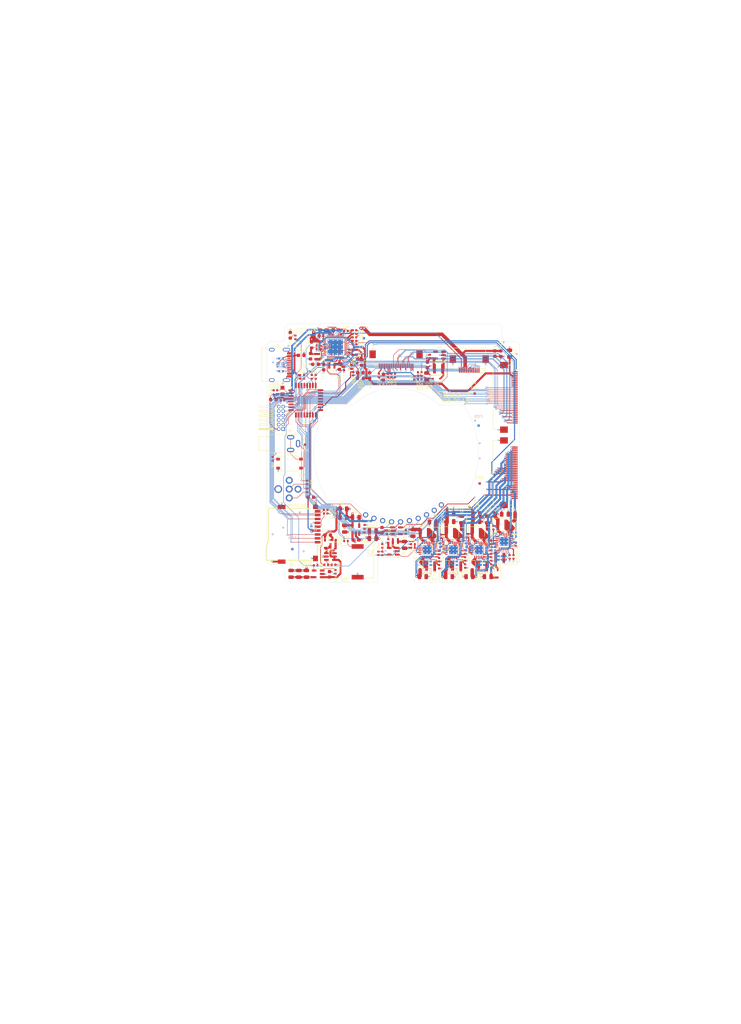
<source format=kicad_pcb>
(kicad_pcb (version 20240108) (generator "pcbnew") (generator_version "8.0")
  (title_block (title "Sitina 1 IO Board") (date "2024-03-25") (rev "R0.9") (company "Copyright 2024 Wenting Zhang") (comment 2 "MERCHANTABILITY, SATISFACTORY QUALITY AND FITNESS FOR A PARTICULAR PURPOSE.") (comment 3 "This source is distributed WITHOUT ANY EXPRESS OR IMPLIED WARRANTY, INCLUDING OF") (comment 4 "This source describes Open Hardware and is licensed under the CERN-OHL-S v2."))
  (layers (0 "F.Cu" signal) (1 "In1.Cu" power) (2 "In2.Cu" mixed) (31 "B.Cu" signal) (34 "B.Paste" user) (35 "F.Paste" user) (36 "B.SilkS" user "B.Silkscreen") (37 "F.SilkS" user "F.Silkscreen") (38 "B.Mask" user) (39 "F.Mask" user) (44 "Edge.Cuts" user))
  (net 0 "")
  (net 1 "Net-(U1-LDO3)")
  (net 2 "GND")
  (net 3 "+BATT")
  (net 4 "IPSOUT")
  (net 5 "+VSD")
  (net 6 "+3V3")
  (net 7 "/power/VINT")
  (net 8 "Net-(U1-VREF)")
  (net 9 "Net-(U1-GPIO0{slash}LDOIO0)")
  (net 10 "/power/PWRON")
  (net 11 "Net-(U2-PSN)")
  (net 12 "Net-(U3-PSN)")
  (net 13 "Net-(U1-CHSENSE)")
  (net 14 "BACKUP_CELL")
  (net 15 "+RTC")
  (net 16 "+3.3VA")
  (net 17 "Net-(U2-CN)")
  (net 18 "Net-(U1-LDO24IN)")
  (net 19 "Net-(U2-CP)")
  (net 20 "Net-(U3-CN)")
  (net 21 "Net-(U3-CP)")
  (net 22 "+1V8")
  (net 23 "Net-(U2-VREF)")
  (net 24 "Net-(U3-VREF)")
  (net 25 "-9VD")
  (net 26 "+16VA")
  (net 27 "Net-(U2-FBP)")
  (net 28 "+8VD")
  (net 29 "Net-(U13-PSN)")
  (net 30 "/lcd/LEDA")
  (net 31 "Net-(C88-Pad2)")
  (net 32 "Net-(D4-A)")
  (net 33 "Net-(U14-PSN)")
  (net 34 "Net-(U13-VREF)")
  (net 35 "Net-(U13-CN)")
  (net 36 "Net-(R1-Pad2)")
  (net 37 "Net-(SW1-A)")
  (net 38 "Net-(U13-CP)")
  (net 39 "I2C_SDA")
  (net 40 "I2C_SCL")
  (net 41 "Net-(U14-VREF)")
  (net 42 "Net-(U6-FB)")
  (net 43 "Net-(U14-CN)")
  (net 44 "Net-(U14-CP)")
  (net 45 "+5VD")
  (net 46 "Net-(U13-FBP)")
  (net 47 "Net-(U14-FBP)")
  (net 48 "+16VD")
  (net 49 "-4VD")
  (net 50 "Net-(U13-FBN)")
  (net 51 "Net-(U14-FBN)")
  (net 52 "-15VD")
  (net 53 "Net-(U8-FB)")
  (net 54 "Net-(U8-SW)")
  (net 55 "+2VD")
  (net 58 "Net-(U3-FBP)")
  (net 59 "Net-(U2-FBN)")
  (net 60 "-8VA")
  (net 61 "Net-(U3-FBN)")
  (net 62 "Net-(D3-A)")
  (net 63 "Net-(D8-A)")
  (net 64 "Net-(D9-A)")
  (net 65 "Net-(D10-K)")
  (net 66 "Net-(D11-K)")
  (net 68 "MIPI_CKN")
  (net 69 "MIPI_D1N")
  (net 70 "MIPI_D1P")
  (net 72 "MIPI_CKP")
  (net 73 "MIPI_D0P")
  (net 74 "MIPI_D0N")
  (net 77 "CCD_PULSE_SYNC")
  (net 78 "USB_DN")
  (net 79 "CCD_AFE_SYNC")
  (net 80 "USB_DP")
  (net 81 "FPGA_TCK")
  (net 82 "FPGA_TDO")
  (net 83 "DCDC_EN")
  (net 84 "PWROK")
  (net 85 "FPGA_TDI")
  (net 86 "SDIO_CLK")
  (net 87 "FPGA_TMS")
  (net 88 "SDIO_DAT2")
  (net 89 "SDIO_CMD")
  (net 90 "SDIO_DAT0")
  (net 91 "PS_POR_B")
  (net 92 "SDIO_DAT1")
  (net 93 "SDIO_DAT3")
  (net 94 "GRIP_MOSI")
  (net 95 "GRIP_MISO")
  (net 96 "GRIP_CS")
  (net 97 "GRIP_SCK")
  (net 98 "Net-(D5-A)")
  (net 99 "Net-(D6-K)")
  (net 100 "Net-(D7-K)")
  (net 101 "FLASH_SYNC")
  (net 103 "PMU_IRQ")
  (net 104 "CCD_POWEREN")
  (net 107 "Net-(U1-LX_CHG)")
  (net 108 "Net-(U1-LX2)")
  (net 111 "Net-(U1-LX3)")
  (net 112 "/mcu/LED_R")
  (net 113 "/mcu/BEEPER")
  (net 115 "/lcd/LEDK")
  (net 116 "Net-(U1-BIAS)")
  (net 117 "Net-(U4-NRST)")
  (net 119 "EXTEN")
  (net 120 "/power/PWRLED")
  (net 129 "+5VP")
  (net 130 "Net-(J3-CC1)")
  (net 131 "Net-(BZ1-+)")
  (net 132 "Net-(J3-CC2)")
  (net 135 "LCD_EN")
  (net 136 "LCD_PWM")
  (net 137 "Net-(MICRO_SD1-CLK{slash}SCLK)")
  (net 140 "+CCDPWR")
  (net 141 "FLASH_SYNC_S")
  (net 142 "FLASH_SYNC_T")
  (net 143 "Net-(R8-Pad2)")
  (net 144 "+3V3_LENS")
  (net 145 "Net-(U9-SET)")
  (net 146 "BODY_CS_LENS")
  (net 147 "LENS_CS_BODY")
  (net 148 "LENS_DET")
  (net 150 "LENS_TXD")
  (net 151 "+5V_LENS")
  (net 152 "Net-(D1-A)")
  (net 153 "MCU_SWDIO")
  (net 154 "BODY_VD_LENS")
  (net 155 "LENS_RXD")
  (net 156 "MCU_SWCLK")
  (net 157 "Net-(D2-A)")
  (net 158 "LENS_PWR_EN")
  (net 159 "Net-(U11-SET)")
  (net 160 "Net-(U12-FB)")
  (net 162 "Net-(U4-PC14)")
  (net 163 "Net-(U4-PC15)")
  (net 165 "Net-(U10-VOUT)")
  (net 166 "Net-(U10-SET)")
  (footprint "Resistor_SMD:R_0402_1005Metric" (layer "F.Cu") (at 130 116.6 -90)
    (property "Reference" "R8")
    (property "Value" "200R")
  )
  (footprint "Resistor_SMD:R_0402_1005Metric" (layer "F.Cu") (at 167.765 137.35 -90)
    (property "Reference" "R31")
    (property "Value" "10K")
  )
  (footprint "Connector_PinHeader_1.27mm:PinHeader_2x06_P1.27mm_Horizontal" (layer "F.Cu") (at 133 108.175 180)
    (property "Reference" "J9")
    (property "Value" "Conn_02x06_Odd_Even")
  )
  (footprint "Resistor_SMD:R_0402_1005Metric" (layer "F.Cu") (at 150.8 139.9 180)
    (property "Reference" "R37")
    (property "Value" "1K")
  )
  (footprint "Capacitor_SMD:C_0402_1005Metric" (layer "F.Cu") (at 153.21 84.2)
    (property "Reference" "C7")
    (property "Value" "4.7uF")
  )
  (footprint "footprints:MFP4_3.85x4.4" (layer "F.Cu") (at 134.8 117.97)
    (property "Reference" "U5")
    (property "Value" "FODM3023")
  )
  (footprint "Inductor_SMD:L_Changjiang_FNR3015S" (layer "F.Cu") (at 195 135.207408 180)
    (property "Reference" "L14")
    (property "Value" "YHNR3015-4R7M")
  )
  (footprint "Resistor_SMD:R_0402_1005Metric" (layer "F.Cu") (at 169.8 140.8 180)
    (property "Reference" "R9")
    (property "Value" "100")
  )
  (footprint "Fiducial:Fiducial_0.75mm_Mask1.5mm" (layer "F.Cu") (at 188.7 123.6 180)
    (property "Reference" "FID3")
    (property "Value" "Fiducial")
  )
  (footprint "Inductor_SMD:L_Changjiang_FNR3015S" (layer "F.Cu") (at 182.2 147 180)
    (property "Reference" "L8")
    (property "Value" "YHNR3015-4R7M")
  )
  (footprint "Capacitor_SMD:C_0805_2012Metric" (layer "F.Cu") (at 158.4 139.2)
    (property "Reference" "C35")
    (property "Value" "47uF")
  )
  (footprint "footprints:VQFN-24-1EP_4x4mm_P0.5mm_EP2.45x2.45mm_0.3ThermalVias" (layer "F.Cu") (at 173.8 142.4 -90)
    (property "Reference" "U3")
    (property "Value" "TPS65131RGE")
  )
  (footprint "Capacitor_SMD:C_0805_2012Metric" (layer "F.Cu") (at 135.2 149.2 90)
    (property "Reference" "C81")
    (property "Value" "47uF")
  )
  (footprint "Capacitor_SMD:C_0805_2012Metric" (layer "F.Cu") (at 191 150 180)
    (property "Reference" "C55" (hide yes))
    (property "Value" "10uF 25V")
  )
  (footprint "Capacitor_SMD:C_0402_1005Metric" (layer "F.Cu") (at 153.96 89.015 90)
    (property "Reference" "C18")
    (property "Value" "1nF")
  )
  (footprint "Capacitor_SMD:C_0805_2012Metric" (layer "F.Cu") (at 183.6 133.8 90)
    (property "Reference" "C42")
    (property "Value" "10uF 25V")
  )
  (footprint "Inductor_SMD:L_Murata_DFE201610P" (layer "F.Cu") (at 164.8 139.9)
    (property "Reference" "L7")
    (property "Value" "FTC201610S4R7MBCA")
  )
  (footprint "Inductor_SMD:L_Murata_DFE201610P" (layer "F.Cu") (at 153.26 86.44 90)
    (property "Reference" "L3")
    (property "Value" "FTC201610S4R7MBCA")
  )
  (footprint "footprints:Jack_2.5mm_PJ_210A" (layer "F.Cu") (at 129.1 112.3 -90)
    (property "Reference" "J8")
    (property "Value" "AudioJack2")
  )
  (footprint "Resistor_SMD:R_0402_1005Metric" (layer "F.Cu") (at 162.4 137.45 -90)
    (property "Reference" "R32")
    (property "Value" "10K")
  )
  (footprint "Capacitor_SMD:C_0805_2012Metric" (layer "F.Cu") (at 187.8 132.2)
    (property "Reference" "C2")
    (property "Value" "47uF")
  )
  (footprint "Resistor_SMD:R_0603_1608Metric" (layer "F.Cu") (at 141.06 84.34 90)
    (property "Reference" "R5")
    (property "Value" "30mR")
  )
  (footprint "Resistor_SMD:R_0402_1005Metric" (layer "F.Cu") (at 177.8 138.6 90)
    (property "Reference" "R7")
    (property "Value" "100")
  )
  (footprint "Resistor_SMD:R_0402_1005Metric" (layer "F.Cu") (at 156.025 137 -90)
    (property "Reference" "R10")
    (property "Value" "4.3K")
  )
  (footprint "Inductor_SMD:L_Murata_DFE201610P" (layer "F.Cu") (at 142.66 87.64 90)
    (property "Reference" "L1")
    (property "Value" "FTC201610S4R7MBCA")
  )
  (footprint "Inductor_SMD:L_Murata_DFE201610P" (layer "F.Cu") (at 146.8 90.24)
    (property "Reference" "L2")
    (property "Value" "FTC201610S4R7MBCA")
  )
  (footprint "Capacitor_SMD:C_0402_1005Metric" (layer "F.Cu") (at 185 141 90)
    (property "Reference" "C43" (hide yes))
    (property "Value" "470nF")
  )
  (footprint "Capacitor_SMD:C_0402_1005Metric" (layer "F.Cu") (at 192 140.307408 90)
    (property "Reference" "C44" (hide yes))
    (property "Value" "470nF")
  )
  (footprint "Crystal:Crystal_SMD_TXC_9HT11-2Pin_2.0x1.2mm_HandSoldering" (layer "F.Cu") (at 132.8 97.4 -90)
    (property "Reference" "Y2")
    (property "Value" "32.768K")
  )
  (footprint "Fiducial:Fiducial_0.75mm_Mask1.5mm" (layer "F.Cu") (at 187.3 98.1)
    (property "Reference" "FID2")
    (property "Value" "Fiducial")
  )
  (footprint "Capacitor_SMD:C_0603_1608Metric" (layer "F.Cu") (at 193 86.8 -90)
    (property "Reference" "C9")
    (property "Value" "22uF")
  )
  (footprint "Capacitor_SMD:C_0402_1005Metric" (layer "F.Cu") (at 184.6 145 -90)
    (property "Reference" "C28")
    (property "Value" "4.7nF")
  )
  (footprint "Resistor_SMD:R_0402_1005Metric" (layer "F.Cu") (at 153.21 82.2)
    (property "Reference" "R3")
    (property "Value" "200K")
  )
  (footprint "Capacitor_SMD:C_0603_1608Metric" (layer "F.Cu") (at 157.5 93.025 -90)
    (property "Reference" "C19")
    (property "Value" "10uF")
  )
  (footprint "Capacitor_SMD:C_0402_1005Metric" (layer "F.Cu") (at 184.6 147 -90)
    (property "Reference" "C27")
    (property "Value" "470nF")
  )
  (footprint "Resistor_SMD:R_0402_1005Metric" (layer "F.Cu") (at 139.8 125.55 -90)
    (property "Reference" "R1")
    (property "Value" "1K")
  )
  (footprint "MountingHole:MountingHole_2.2mm_M2_DIN965" (layer "F.Cu") (at 146 95)
    (property "Reference" "H3")
    (property "Value" "MountingHole")
  )
  (footprint "Resistor_SMD:R_0402_1005Metric" (layer "F.Cu") (at 142.2 146.8 180)
    (property "Reference" "R27")
    (property "Value" "10K")
  )
  (footprint "footprints:TFC-WPAPR-08" (layer "F.Cu") (at 135.401855 138 180)
    (property "Reference" "MICRO_SD1")
    (property "Value" "MICRO_SD(TFC-WPAPR-08)")
  )
  (footprint "Capacitor_SMD:C_0402_1005Metric" (layer "F.Cu") (at 163.7 93 -90)
    (property "Reference" "C84")
    (property "Value" "100nF")
  )
  (footprint "Capacitor_SMD:C_0805_2012Metric" (layer "F.Cu") (at 167.4 141 -90)
    (property "Reference" "C62")
    (property "Value" "47uF")
  )
  (footprint "Capacitor_SMD:C_0402_1005Metric" (layer "F.Cu") (at 177.6 141 90)
    (property "Reference" "C8")
    (property "Value" "470nF")
  )
  (footprint "Package_TO_SOT_SMD:SOT-23-6" (layer "F.Cu") (at 146.375 144.3)
    (property "Reference" "U12")
    (property "Value" "SY7208")
  )
  (footprint "Capacitor_SMD:C_0603_1608Metric" (layer "F.Cu") (at 148.95 90.5 90)
    (property "Reference" "C14")
    (property "Value" "10uF")
  )
  (footprint "Resistor_SMD:R_0402_1005Metric" (layer "F.Cu") (at 139.8 123.3 -90)
    (property "Reference" "R2")
    (property "Value" "1K")
  )
  (footprint "Capacitor_SMD:C_0402_1005Metric" (layer "F.Cu") (at 130.8 98.4)
    (property "Reference" "C66")
    (property "Value" "18pF")
  )
  (footprint "Capacitor_SMD:C_0805_2012Metric" (layer "F.Cu") (at 158.4 137)
    (property "Reference" "C32")
    (property "Value" "47uF")
  )
  (footprint "Resistor_SMD:R_0402_1005Metric" (layer "F.Cu") (at 136.45 82.2 90)
    (property "Reference" "R35")
    (property "Value" "10K")
  )
  (footprint "Capacitor_SMD:C_0603_1608Metric" (layer "F.Cu") (at 154.9 92.225 180)
    (property "Reference" "C20")
    (property "Value" "10uF")
  )
  (footprint "Diode_SMD:D_SOD-323" (layer "F.Cu") (at 183.6 137.7 -90)
    (property "Reference" "D3")
    (property "Value" "B0540WS")
  )
  (footprint "Capacitor_SMD:C_0402_1005Metric" (layer "F.Cu") (at 169.8 141.8 180)
    (property "Reference" "C26")
    (property "Value" "470nF")
  )
  (footprint "Capacitor_SMD:C_0402_1005Metric" (layer "F.Cu") (at 142.96 85.54)
    (property "Reference" "C24")
    (property "Value" "4.7uF")
  )
  (footprint "Resistor_SMD:R_0402_1005Metric" (layer "F.Cu") (at 171.7 94.1)
    (property "Reference" "R23")
    (property "Value" "5.1K")
  )
  (footprint "Buzzer_Beeper:Buzzer_Murata_PKMCS0909E" (layer "F.Cu") (at 154.1 145.8 -90)
    (property "Reference" "BZ1")
    (property "Value" "Buzzer")
  )
  (footprint "MountingHole:MountingHole_2.2mm_M2_DIN965" (layer "F.Cu") (at 184 95)
    (property "Reference" "H2")
    (property "Value" "MountingHole")
  )
  (footprint "Inductor_SMD:L_Changjiang_FNR3015S" (layer "F.Cu") (at 189.55 147 180)
    (property "Reference" "L15")
    (property "Value" "YHNR3015-4R7M")
  )
  (footprint "Capacitor_SMD:C_0603_1608Metric" (layer "F.Cu") (at 155.26 89.315 90)
    (property "Reference" "C17")
    (property "Value" "10uF")
  )
  (footprint "Capacitor_SMD:C_0402_1005Metric" (layer "F.Cu") (at 162.7 93 -90)
    (property "Reference" "C83")
    (property "Value" "100nF")
  )
  (footprint "Capacitor_SMD:C_0603_1608Metric" (layer "F.Cu") (at 138.1 87.3)
    (property "Reference" "C90")
    (property "Value" "10uF")
  )
  (footprint "Capacitor_SMD:C_0805_2012Metric" (layer "F.Cu") (at 150.05 130.8 180)
    (property "Reference" "C74")
    (property "Value" "47uF")
  )
  (footprint "Capacitor_SMD:C_0603_1608Metric" (layer "F.Cu") (at 144.5 90.6 90)
    (property "Reference" "C16")
    (property "Value" "10uF")
  )
  (footprint "Resistor_SMD:R_0402_1005Metric" (layer "F.Cu") (at 164.7 93 -90)
    (property "Reference" "R21")
    (property "Value" "10K")
  )
  (footprint "Capacitor_SMD:C_0603_1608Metric" (layer "F.Cu") (at 142.16 89.84)
    (property "Reference" "C13")
    (property "Value" "10uF")
  )
  (footprint "Package_TO_SOT_SMD:SOT-23-5" (layer "F.Cu") (at 142.9 149.215 180)
    (property "Reference" "U10")
    (property "Value" "MT9700")
  )
  (footprint "Capacitor_SMD:C_0402_1005Metric" (layer "F.Cu") (at 142.96 84.54 180)
    (property "Reference" "C10")
    (property "Value" "100nF")
  )
  (footprint "Resistor_SMD:R_0402_1005Metric" (layer "F.Cu") (at 147.26 146.6 180)
    (property "Reference" "R34")
    (property "Value" "30K")
  )
  (footprint "footprints:VQFN-24-1EP_4x4mm_P0.5mm_EP2.45x2.45mm_0.3ThermalVias" (layer "F.Cu") (at 181.235 142.4 -90)
    (property "Reference" "U2")
    (property "Value" "TPS65131RGE")
  )
  (footprint "Capacitor_SMD:C_0805_2012Metric" (layer "F.Cu") (at 150.4 136.4 -90)
    (property "Reference" "C75")
    (property "Value" "47uF")
  )
  (footprint "Diode_SMD:D_SOD-323" (layer "F.Cu") (at 176.2 137.6 -90)
    (property "Reference" "D5")
    (property "Value" "B0540WS")
  )
  (footprint "Capacitor_SMD:C_0402_1005Metric" (layer "F.Cu") (at 171.7 93.1 180)
    (property "Reference" "C88")
    (property "Value" "470nF")
  )
  (footprint "Capacitor_SMD:C_0603_1608Metric" (layer "F.Cu") (at 147.86 80.14)
    (property "Reference" "C85")
    (property "Value" "10uF")
  )
  (footprint "Capacitor_SMD:C_0603_1608Metric" (layer "F.Cu") (at 145.625 138.2 180)
    (property "Reference" "C105")
    (property "Value" "10uF")
  )
  (footprint "Capacitor_SMD:C_0805_2012Metric" (layer "F.Cu") (at 137.4 149.2 90)
    (property "Reference" "C77")
    (property "Value" "47uF")
  )
  (footprint "Capacitor_SMD:C_0805_2012Metric" (layer "F.Cu") (at 175.4 134.5 180)
    (property "Reference" "C64")
    (property "Value" "10uF 25V")
  )
  (footprint "Diode_SMD:D_SOD-323" (layer "F.Cu") (at 179.2 147 -90)
    (property "Reference" "D6")
    (property "Value" "B0540WS")
  )
  (footprint "Capacitor_SMD:C_0805_2012Metric" (layer "F.Cu") (at 194 132.307408)
    (property "Reference" "C70")
    (property "Value" "47uF")
  )
  (footprint "Inductor_SMD:L_Changjiang_FNR3015S" (layer "F.Cu") (at 177.0375 91.05)
    (property "Reference" "L5")
    (property "Value" "YHNR3015-220M")
  )
  (footprint "footprints:VQFN-24-1EP_4x4mm_P0.5mm_EP2.45x2.45mm_0.3ThermalVias" (layer "F.Cu") (at 188.55 142.4 -90)
    (property "Reference" "U13")
    (property "Value" "TPS65131RGE")
  )
  (footprint "Capacitor_SMD:C_0805_2012Metric" (layer "F.Cu") (at 139.6 149.2 90)
    (property "Reference" "C76")
    (property "Value" "47uF")
  )
  (footprint "Package_TO_SOT_SMD:SOT-23-5" (layer "F.Cu") (at 165.1 137)
    (property "Reference" "U11")
    (property "Value" "MT9700")
  )
  (footprint "footprints:VQFN-24-1EP_4x4mm_P0.5mm_EP2.45x2.45mm_0.3ThermalVias" (layer "F.Cu") (at 195.6 140.007408 -90)
    (property "Reference" "U14")
    (property "Value" "TPS65131RGE")
  )
  (footprint "Package_TO_SOT_SMD:SOT-23-5" (layer "F.Cu") (at 177.3375 87.25 180)
    (property "Reference" "U6")
    (property "Value" "CAT4139")
  )
  (footprint "Capacitor_SMD:C_0402_1005Metric" (layer "F.Cu") (at 153.21 83.2)
    (property "Reference" "C5")
    (property "Value" "470nF")
  )
  (footprint "Capacitor_SMD:C_0402_1005Metric" (layer "F.Cu") (at 197.2 144.4 -90)
    (property "Reference" "C48")
    (property "Value" "470nF")
  )
  (footprint "Capacitor_SMD:C_0603_1608Metric" (layer "F.Cu") (at 194.7 86.825 90)
    (property "Reference" "C11")
    (property "Value" "10uF")
  )
  (footprint "Capacitor_SMD:C_0402_1005Metric" (layer "F.Cu") (at 147.425 139.6)
    (property "Reference" "C104")
    (property "Value" "100nF")
  )
  (footprint "Capacitor_SMD:C_0805_2012Metric" (layer "F.Cu") (at 172.6 150)
    (property "Reference" "C67")
    (property "Value" "10uF 25V")
  )
  (footprint "Diode_SMD:D_SOD-323" (layer "F.Cu") (at 171.8 147 -90)
    (property "Reference" "D7")
    (property "Value" "B0540WS")
  )
  (footprint "Capacitor_SMD:C_0805_2012Metric" (layer "F.Cu") (at 173.7 93.2525 -90)
    (property "Reference" "C89")
    (property "Value" "10uF 25V")
  )
  (footprint "MountingHole:MountingHole_2.2mm_M2_DIN965" (layer "F.Cu") (at 146 135)
    (property "Reference" "H1")
    (property "Value" "MountingHole")
  )
  (footprint "footprints:Hirose_FH12-20S-0.5SH_1x20-1MP_P0.50mm_Horizontal_Reversed" (layer "F.Cu") (at 165 88.4 180)
    (property "Reference" "J1")
    (property "Value" "~")
  )
  (footprint "Resistor_SMD:R_0402_1005Metric" (layer "F.Cu") (at 171.71 92.08)
    (property "Reference" "R22")
    (property "Value" "30K")
  )
  (footprint "footprints:TM-007-D1-X" (layer "F.Cu") (at 134.7 125.2 -90)
    (property "Reference" "SW1")
    (property "Value" "SW_Push_LED")
  )
  (footprint "Inductor_SMD:L_Changjiang_FNR3015S" (layer "F.Cu") (at 174.8 147 180)
    (property "Reference" "L10")
    (property "Value" "YHNR3015-4R7M")
  )
  (footprint "Capacitor_SMD:C_0402_1005Metric" (layer "F.Cu") (at 177.2 147.2 -90)
    (property "Reference" "C30")
    (property "Value" "470nF")
  )
  (footprint "Resistor_SMD:R_0402_1005Metric" (layer "F.Cu") (at 185.35 138.4 90)
    (property "Reference" "R50")
    (property "Value" "100")
  )
  (footprint "Connector_FFC-FPC:Hirose_FH12-12S-0.5SH_1x12-1MP_P0.50mm_Horizontal" (layer "F.Cu") (at 185.75 89.75 180)
    (property "Reference" "J7")
    (property "Value" "0.5mm Bottom Contact")
  )
  (footprint "Resistor_SMD:R_0402_1005Metric" (layer "F.Cu") (at 161.1 141.29 90)
    (property "Reference" "R61")
    (property "Value" "220K")
  )
  (footprint "Capacitor_SMD:C_0402_1005Metric" (layer "F.Cu") (at 177.2 143.2 -90)
    (property "Reference" "C37")
    (property "Value" "10nF")
  )
  (footprint "Resistor_SMD:R_0402_1005Metric" (layer "F.Cu") (at 145.21 146.6 180)
    (property "Reference" "R33")
    (property "Value" "220K")
  )
  (footprint "Capacitor_SMD:C_0402_1005Metric" (layer "F.Cu") (at 132.8 100 180)
    (property "Reference" "C92")
    (property "Value" "100nF")
  )
  (footprint "Capacitor_SMD:C_0805_2012Metric" (layer "F.Cu") (at 150.05 133.2 180)
    (property "Reference" "C73")
    (property "Value" "47uF")
  )
  (footprint "Capacitor_SMD:C_0805_2012Metric" (layer "F.Cu") (at 180.4 134.4)
    (property "Reference" "C34")
    (property "Value" "47uF")
  )
  (footprint "Connector_FFC-FPC:Hirose_FH12-30S-0.5SH_1x30-1MP_P0.50mm_Horizontal" (layer "F.Cu") (at 197 120.55 -90)
    (property "Reference" "J2")
    (property "Value" "0.5mm Bottom Contact")
  )
  (footprint "Capacitor_SMD:C_0603_1608Metric" (layer "F.Cu") (at 161 136.85 -90)
    (property "Reference" "C102")
    (property "Value" "22uF")
  )
  (footprint "Capacitor_SMD:C_0603_1608Metric" (layer "F.Cu") (at 130.2 99.8 180)
    (property "Reference" "C33")
    (property "Value" "10uF")
  )
  (footprint "Capacitor_SMD:C_0402_1005Metric" (layer "F.Cu") (at 145.030097 132.099998)
    (property "Reference" "C78")
    (property "Value" "18pF")
  )
  (footprint "Fiducial:Fiducial_0.75mm_Mask1.5mm" (layer "F.Cu") (at 139.2 112.6)
    (property "Reference" "FID1")
    (property "Value" "Fiducial")
  )
  (footprint "Capacitor_SMD:C_0402_1005Metric" (layer "F.Cu") (at 174.6 87.6 -90)
    (property "Reference" "C87")
    (property "Value" "100nF")
  )
  (footprint "Inductor_SMD:L_Murata_DFE201610P" (layer "F.Cu") (at 147.125 141.3 180)
    (property "Reference" "L9")
    (property "Value" "FTC201610S4R7MBCA")
  )
  (footprint "Diode_SMD:D_SOD-323" (layer "F.Cu") (at 190.95 137.6 -90)
    (property "Reference" "D8")
    (property "Value" "B0540WS")
  )
  (footprint "Inductor_SMD:L_Changjiang_FNR3015S" (layer "F.Cu") (at 194.4 144.6 180)
    (property "Reference" "L16")
    (property "Value" "YHNR3015-4R7M")
  )
  (footprint "Capacitor_SMD:C_0402_1005Metric" (layer "F.Cu") (at 177.2 145.2 -90)
    (property "Reference" "C31")
    (property "Value" "4.7nF")
  )
  (footprint "Capacitor_SMD:C_0805_2012Metric" (layer "F.Cu") (at 180 150)
    (property "Reference" "C63")
    (property "Value" "10uF 25V")
  )
  (footprint "Capacitor_SMD:C_0402_1005Metric" (layer "F.Cu") (at 198.3 144.4 -90)
    (property "Reference" "C49")
    (property "Value" "4.7nF")
  )
  (footprint "Capacitor_SMD:C_0402_1005Metric" (layer "F.Cu") (at 184.6 143 -90)
    (property "Reference" "C29" (hide yes))
    (property "Value" "10nF")
  )
  (footprint "Diode_SMD:D_SOD-323" (layer "F.Cu") (at 144.825 140.8 -90)
    (property "Reference" "D1")
    (property "Value" "B0540WS")
  )
  (footprint "Capacitor_SMD:C_0805_2012Metric" (layer "F.Cu") (at 190.95 133.8 90)
    (property "Reference" "C56")
    (property "Value" "10uF 25V")
  )
  (footprint "Connector_USB:USB_C_Receptacle_HRO_TYPE-C-31-M-12" (layer "F.Cu") (at 130.805 90 -90)
    (property "Reference" "J3")
    (property "Value" "USB_C_Receptacle_USB2.0")
  )
  (footprint "LED_SMD:LED_0603_1608Metric" (layer "F.Cu") (at 135 81.6125 -90)
    (property "Reference" "D2")
    (property "Value" "LED")
  )
  (footprint "Capacitor_SMD:C_0603_1608Metric" (layer "F.Cu") (at 146.117618 149.33 90)
    (property "Reference" "C93")
    (property "Value" "22uF")
  )
  (footprint "Resistor_SMD:R_0402_1005Metric" (layer "F.Cu") (at 142.2 93.4 -90)
    (property "Reference" "R18")
    (property "Value" "10K")
  )
  (footprint "Resistor_SMD:R_0402_1005Metric" (layer "F.Cu") (at 170.2 93.7 90)
    (property "Reference" "R24")
    (property "Value" "1K")
  )
  (footprint "Capacitor_SMD:C_0402_1005Metric" (layer "F.Cu") (at 152.825 92.525 90)
    (property "Reference" "C22")
    (property "Value" "100nF")
  )
  (footprint "Capacitor_SMD:C_0402_1005Metric" (layer "F.Cu") (at 192 145 -90)
    (property "Reference" "C46" (hide yes))
    (property "Value" "4.7nF")
  )
  (footprint "Package_TO_SOT_SMD:SOT-23-5" (layer "F.Cu") (at 153.6 136.6625 90)
    (property "Reference" "U9")
    (property "Value" "MT9700")
  )
  (footprint "Resistor_SMD:R_0402_1005Metric" (layer "F.Cu") (at 156.075 134.85 90)
    (property "Reference" "R28")
    (property "Value" "10K")
  )
  (footprint "Capacitor_SMD:C_0805_2012Metric" (layer "F.Cu") (at 169.8 137.6 -90)
    (property "Reference" "C71")
    (property "Value" "47uF")
  )
  (footprint "footprints:QFN-48-1EP_6x6mm_P0.4mm_EP4.3x4.3mm_ThermalVias" (layer "F.Cu") (at 147.76 84.950001 90)
    (property "Reference" "U1" (hide yes))
    (property "Value" "AXP209")
  )
  (footprint "Inductor_SMD:L_Changjiang_FNR3015S" (layer "F.Cu") (at 173 137.6 180)
    (property "Reference" "L6")
    (property "Value" "YHNR3015-4R7M")
  )
  (footprint "Package_TO_SOT_SMD:TSOT-23-5" (layer "F.Cu") (at 164.2 142.8 180)
    (property "Reference" "U8")
    (property "Value" "SY8008")
  )
  (footprint "Capacitor_SMD:C_0402_1005Metric" (layer "F.Cu") (at 150.81 80.4 180)
    (property "Reference" "C23")
    (property "Value" "4.7uF")
  )
  (footprint "Resistor_SMD:R_0603_1608Metric" (layer "F.Cu") (at 154.9 93.825 180)
    (property "Reference" "R6")
    (property "Value" "1")
  )
  (footprint "Capacitor_SMD:C_0603_1608Metric" (layer "F.Cu") (at 144.36 80.14 180)
    (property "Reference" "C3")
    (property "Value" "10uF")
  )
  (footprint "Resistor_SMD:R_0402_1005Metric" (layer "F.Cu") (at 192.6 136.107408 90)
    (property "Reference" "R51")
    (property "Value" "100")
  )
  (footprint "Diode_SMD:D_SOD-323" (layer "F.Cu") (at 176.4725 93.9)
    (property "Reference" "D4")
    (property "Value" "B0540WS")
  )
  (footprint "Capacitor_SMD:C_0402_1005Metric" (layer "F.Cu") (at 153.21 81.2)
    (property "Reference" "C6")
    (property "Value" "4.7uF")
  )
  (footprint "Capacitor_SMD:C_0402_1005Metric" (layer "F.Cu") (at 192 147 -90)
    (property "Reference" "C45" (hide yes))
    (property "Value" "470nF")
  )
  (footprint "Capacitor_SMD:C_0603_1608Metric" (layer "F.Cu") (at 140.825 127.5)
    (property "Reference" "C79")
    (property "Value" "22uF")
  )
  (footprint "Capacitor_SMD:C_0805_2012Metric" (layer "F.Cu") (at 180.4 132.2)
    (property "Reference" "C69")
    (property "Value" "47uF")
  )
  (footprint "Inductor_SMD:L_Changjiang_FNR3015S" (layer "F.Cu") (at 187.75 137.6 180)
    (property "Reference" "L13")
    (property "Value" "YHNR3015-4R7M")
  )
  (footprint "Capacitor_SMD:C_0805_2012Metric" (layer "F.Cu") (at 197.8 132.307408 180)
    (property "Reference" "C57")
    (property "Value" "10uF 25V")
  )
  (footprint "Diode_SMD:D_SOD-323" (layer "F.Cu") (at 193.8 149.2 -90)
    (property "Reference" "D11" (hide yes))
    (property "Value" "B0540WS")
  )
  (footprint "Inductor_SMD:L_Changjiang_FNR3015S" (layer "F.Cu") (at 180.4 137.6 180)
    (property "Reference" "L4")
    (property "Value" "YHNR3015-4R7M")
  )
  (footprint "Resistor_SMD:R_0402_1005Metric" (layer "F.Cu") (at 137.8 93.4 -90)
    (property "Reference" "R11")
    (property "Value" "10K")
  )
  (footprint "Capacitor_SMD:C_0603_1608Metric" (layer "F.Cu") (at 153.6 139.6)
    (property "Reference" "C99")
    (property "Value" "22uF")
  )
  (footprint "Capacitor_SMD:C_0805_2012Metric" (layer "F.Cu") (at 187.75 134.4)
    (property "Reference" "C36")
    (property "Value" "47uF")
  )
  (footprint "Capacitor_SMD:C_0402_1005Metric" (layer "F.Cu") (at 162.8 139.9 -90)
    (property "Reference" "C59")
    (property "Value" "100nF")
  )
  (footprint "Capacitor_SMD:C_0402_1005Metric" (layer "F.Cu") (at 150.25 91 90)
    (property "Reference" "C15")
    (property "Value" "1nF")
  )
  (footprint "Capacitor_SMD:C_0402_1005Metric" (layer "F.Cu") (at 192 143 -90)
    (property "Reference" "C47" (hide yes))
    (property "Value" "10nF")
  )
  (footprint "Capacitor_SMD:C_0603_1608Metric" (layer "F.Cu") (at 161.4 93.5 90)
    (property "Reference" "C82")
    (property "Value" "10uF")
  )
  (footprint "Diode_SMD:D_SOD-323" (layer "F.Cu") (at 186.6 147 -90)
    (property "Reference" "D10" (hide yes))
    (property "Value" "B0540WS")
  )
  (footprint "Capacitor_SMD:C_0805_2012Metric" (layer "F.Cu") (at 153.6 133.2)
    (property "Reference" "C68")
    (property "Value" "47uF")
  )
  (footprint "Capacitor_SMD:C_0603_1608Metric" (layer "F.Cu") (at 142.41 81.8)
    (property "Reference" "C1")
    (property "Value" "22uF")
  )
  (footprint "Capacitor_SMD:C_0402_1005Metric" (layer "F.Cu") (at 160 143.39 90)
    (property "Reference" "C61")
    (property "Value" "18pF")
  )
  (footprint "Capacitor_SMD:C_0402_1005Metric" (layer "F.Cu") (at 199 140.807408 -90)
    (property "Reference" "C50")
    (property "Value" "10nF")
  )
  (footprint "Resistor_SMD:R_0402_1005Metric" (layer "F.Cu") (at 161.1 143.39 90)
    (property "Reference" "R60")
    (property "Value" "510K")
  )
  (footprint "Resistor_SMD:R_0402_1005Metric" (layer "F.Cu") (at 145.030097 131.1 180)
    (property "Reference" "R17")
    (property "Value" "22")
  )
  (footprint "Capacitor_SMD:C_0603_1608Metric" (layer "F.Cu") (at 173.9 90 90)
    (property "Reference" "C86")
    (property "Value" "10uF")
  )
  (footprint "Capacitor_SMD:C_0402_1005Metric" (layer "F.Cu") (at 152.5 90.625 90)
    (property "Reference" "C25")
    (property "Value" "4.7uF")
  )
  (footprint "Capacitor_SMD:C_0805_2012Metric" (layer "F.Cu") (at 185.8 150 180)
    (property "Reference" "C58")
    (property "Value" "10uF 25V")
  )
  (footprint "Capacitor_SMD:C_0805_2012Metric" (layer "F.Cu") (at 197.2 86.8 90)
    (property "Reference" "C91")
    (property "Value" "47uF")
  )
  (footprint "Diode_SMD:D_SOD-323" (layer "F.Cu") (at 198.4 135.252408 -90)
    (property "Reference" "D9")
    (property "Value" "B0540WS")
  )
  (footprint "Connector_FFC-FPC:Hirose_FH12-30S-0.5SH_1x30-1MP_P0.50mm_Horizontal" (layer "F.Cu") (at 197 99.2 -90)
    (property "Reference" "J5")
    (property "Value" "0.5mm Bottom Contact")
  )
  (footprint "Resistor_SMD:R_0402_1005Metric" (layer "F.Cu") (at 147.817618 148.63 90)
    (property "Reference" "R65")
    (property "Value" "10K")
  )
  (footprint "Package_QFP:LQFP-32_7x7mm_P0.8mm" (layer "F.Cu") (at 139.4 100)
    (property "Reference" "U4")
    (property "Value" "STM32G030K6Tx")
  )
  (footprint "Capacitor_SMD:C_0402_1005Metric" (layer "F.Cu") (at 153.21 80.2)
    (property "Reference" "C4")
    (property "Value" "4.7uF")
  )
  (footprint "Resistor_SMD:R_0402_1005Metric" (layer "F.Cu") (at 160.1 93 -90)
    (property "Reference" "R25")
    (property "Value" "7.5")
  )
  (footprint "Capacitor_SMD:C_0603_1608Metric" (layer "F.Cu") (at 140.76 87.54 90)
    (property "Reference" "C12")
    (property "Value" "10uF")
  )
  (footprint "Resistor_SMD:R_0402_1005Metric" (layer "F.Cu") (at 141.1 93.4 -90)
    (property "Reference" "R4")
    (property "Value" "10K")
  )
  (footprint "Capacitor_SMD:C_0402_1005Metric" (layer "F.Cu") (at 130.8 97.2)
    (property "Reference" "C65")
    (property "Value" "18pF")
  )
  (footprint "Capacitor_SMD:C_0402_1005Metric" (layer "F.Cu") (at 138.9 93.4 -90)
    (property "Reference" "C72")
    (property "Value" "100nF")
  )
  (footprint "Capacitor_SMD:C_0402_1005Metric" (layer "B.Cu") (at 192.6 141.6 180)
    (property "Reference" "C51")
    (property "Value" "18pF")
  )
  (footprint "Fiducial:Fiducial_0.75mm_Mask1.5mm" (layer "B.Cu") (at 155.86 82.44 180)
    (property "Reference" "FID4")
    (property "Value" "Fiducial")
  )
  (footprint "Fiducial:Fiducial_0.75mm_Mask1.5mm" (layer "B.Cu") (at 135.6 142.2 180)
    (property "Reference" "FID6")
    (property "Value" "Fiducial")
  )
  (footprint "footprints:YZP0652-15072-01" (layer "B.Cu") (at 156.375 132.5 180)
    (property "Reference" "J12" (hide yes))
    (property "Value" "LensMount")
  )
  (footprint "footprints:YZP0652-15072-01" (layer "B.Cu") (at 158.725 133.475 180)
    (property "Reference" "J13" (hide yes))
    (property "Value" "LensMount")
  )
  (footprint "Fiducial:Fiducial_0.75mm_Mask1.5mm" (layer "B.Cu") (at 188.4 107.2 180)
    (property "Reference" "FID5")
    (property "Value" "Fiducial")
  )
  (footprint "Capacitor_SMD:C_0402_1005Metric" (layer "B.Cu") (at 141 136.22 90)
    (property "Reference" "C80")
    (property "Value" "100nF")
  )
  (footprint "Resistor_SMD:R_0402_1005Metric" (layer "B.Cu") (at 182.2 146.2 90)
    (property "Reference" "R12")
    (property "Value" "30K")
  )
  (footprint "Resistor_SMD:R_0402_1005Metric" (layer "B.Cu") (at 190 146.2 90)
    (property "Reference" "R52")
    (property "Value" "82K")
  )
  (footprint "Resistor_SMD:R_0402_1005Metric" (layer "B.Cu") (at 178 140.6 180)
    (property "Reference" "R29")
    (property "Value" "200K")
  )
  (footprint "Capacitor_SMD:C_0402_1005Metric" (layer "B.Cu") (at 144.91 84.7 90)
    (property "Reference" "C21")
    (property "Value" "100nF")
  )
  (footprint "Resistor_SMD:R_0402_1005Metric" (layer "B.Cu") (at 192.6 142.6)
    (property "Reference" "R57")
    (property "Value" "220K")
  )
  (footprint "Capacitor_SMD:C_0402_1005Metric" (layer "B.Cu") (at 195.05 144.7 -90)
    (property "Reference" "C54")
    (property "Value" "DNP")
  )
  (footprint "Resistor_SMD:R_0402_1005Metric" (layer "B.Cu") (at 192.6 140.6 180)
    (property "Reference" "R56")
    (property "Value" "680K")
  )
  (footprint "Capacitor_SMD:C_0402_1005Metric" (layer "B.Cu") (at 178 141.6 180)
    (property "Reference" "C39")
    (property "Value" "18pF")
  )
  (footprint "Resistor_SMD:R_0402_1005Metric" (layer "B.Cu") (at 198.5 140.407408)
    (property "Reference" "R59")
    (property "Value" "22K")
  )
  (footprint "Capacitor_SMD:C_0402_1005Metric" (layer "B.Cu") (at 198.5 137.607408 180)
    (property "Reference" "C52")
    (property "Value" "18pF")
  )
  (footprint "Capacitor_SMD:C_0402_1005Metric" (layer "B.Cu") (at 185.45 141.6 180)
    (property "Reference" "C38")
    (property "Value" "18pF")
  )
  (footprint "footprints:YZP0652-15072-01" (layer "B.Cu") (at 161.2 134.125 180)
    (property "Reference" "J14" (hide yes))
    (property "Value" "LensMount")
  )
  (footprint "Resistor_SMD:R_0402_1005Metric" (layer "B.Cu") (at 178 142.6)
    (property "Reference" "R30")
    (property "Value" "36K")
  )
  (footprint "footprints:YZP0652-15072-01" (layer "B.Cu") (at 166.275 134.475 180)
    (property "Reference" "J16" (hide yes))
    (property "Value" "LensMount")
  )
  (footprint "Resistor_SMD:R_0402_1005Metric" (layer "B.Cu") (at 194.05 144.7 -90)
    (property "Reference" "R55")
    (property "Value" "270K")
  )
  (footprint "footprints:YZP0652-15072-01" (layer "B.Cu") (at 175.825 131.2 180)
    (property "Reference" "J20" (hide yes))
    (property "Value" "LensMount")
  )
  (footprint "Package_TO_SOT_SMD:SOT-666" (layer "B.Cu") (at 132.2 90 180)
    (property "Reference" "U7")
    (property "Value" "USBLC6-2P6")
  )
  (footprint "Capacitor_SMD:C_0402_1005Metric" (layer "B.Cu") (at 181.2 146.2 -90)
    (property "Reference" "C40")
    (property "Value" "DNP")
  )
  (footprint "footprints:YZP0652-15072-01" (layer "B.Cu") (at 171.275 133.475 180)
    (property "Reference" "J18" (hide yes))
    (property "Value" "LensMount")
  )
  (footprint "Resistor_SMD:R_0402_1005Metric" (layer "B.Cu") (at 185.45 142.6)
    (property "Reference" "R26")
    (property "Value" "22K")
  )
  (footprint "Resistor_SMD:R_0402_1005Metric" (layer "B.Cu") (at 132.4 88.2 180)
    (property "Reference" "R19")
    (property "Value" "5.1K")
  )
  (footprint "Resistor_SMD:R_0402_1005Metric" (layer "B.Cu") (at 172.8 146.2 -90)
    (property "Reference" "R15")
    (property "Value" "220K")
  )
  (footprint "footprints:YZP0652-15072-01" (layer "B.Cu") (at 168.8 134.125 180)
    (property "Reference" "J17" (hide yes))
    (property "Value" "LensMount")
  )
  (footprint "Capacitor_SMD:C_0402_1005Metric" (layer "B.Cu") (at 189 146.2 -90)
    (property "Reference" "C53")
    (property "Value" "DNP")
  )
  (footprint "Resistor_SMD:R_0402_1005Metric" (layer "B.Cu") (at 132.4 91.8 180)
    (property "Reference" "R20")
    (property "Value" "5.1K")
  )
  (footprint "Resistor_SMD:R_0402_1005Metric" (layer "B.Cu") (at 196.05 144.7 90)
    (property "Reference" "R54")
    (property "Value" "22K")
  )
  (footprint "footprints:YZP0652-15072-01" (layer "B.Cu") (at 173.625 132.475 180)
    (property "Reference" "J19" (hide yes))
    (property "Value" "LensMount")
  )
  (footprint "Capacitor_SMD:C_0402_1005Metric" (layer "B.Cu") (at 173.8 146.2 -90)
    (property "Reference" "C41")
    (property "Value" "DNP")
  )
  (footprint "Resistor_SMD:R_0402_1005Metric" (layer "B.Cu") (at 198.5 138.607408 180)
    (property "Reference" "R58")
    (property "Value" "270K")
  )
  (footprint "footprints:YZP0652-15072-01" (layer "B.Cu") (at 177.85 129.675 180)
    (property "Reference" "J21" (hide yes))
    (property "Value" "LensMount")
  )
  (footprint "footprints:YZP0652-15072-01" (layer "B.Cu") (at 163.725 134.475 180)
    (property "Reference" "J15" (hide yes))
    (property "Value" "LensMount")
  )
  (footprint "Resistor_SMD:R_0402_1005Metric" (layer "B.Cu") (at 188 146.2 -90)
    (property "Reference" "R53")
    (property "Value" "270K")
  )
  (footprint "Resistor_SMD:R_0402_1005Metric" (layer "B.Cu") (at 174.8 146.2 90)
    (property "Reference" "R14")
    (property "Value" "30K")
  )
  (footprint "Resistor_SMD:R_0402_1005Metric" (layer "B.Cu") (at 185.45 140.6 180)
    (property "Reference" "R16")
    (property "Value" "270K")
  )
  (footprint "Resistor_SMD:R_0402_1005Metric" (layer "B.Cu") (at 180.2 146.2 -90)
    (property "Reference" "R13")
    (property "Value" "200K")
  )
  (gr_line (start 159.8 151.6) (end 134.2 151.6) (stroke (width 0.05)) (layer "Edge.Cuts"))
  (gr_line (start 194.2 78.4) (end 134.4 78.4) (stroke (width 0.05)) (layer "Edge.Cuts"))
  (gr_arc (start 184 101.4) (mid 188.328706 115) (end 184 128.6) (stroke (width 0.05)) (layer "Edge.Cuts"))
  (gr_line (start 195 79.2) (end 194.2 78.4) (stroke (width 0.05)) (layer "Edge.Cuts"))
  (gr_line (start 199.2 146.6) (end 200 145.8) (stroke (width 0.05)) (layer "Edge.Cuts"))
  (gr_line (start 195 147.4) (end 195.8 146.6) (stroke (width 0.05)) (layer "Edge.Cuts"))
  (gr_line (start 133.4 82.6) (end 133.4 79.4) (stroke (width 0.05)) (layer "Edge.Cuts"))
  (gr_line (start 128.4 145.8) (end 128.4 84.2) (stroke (width 0.05)) (layer "Edge.Cuts"))
  (gr_line (start 199.2 83.4) (end 200 84.2) (stroke (width 0.05)) (layer "Edge.Cuts"))
  (gr_arc (start 177.4 128.6) (mid 165 133.404347) (end 152.6 128.6) (stroke (width 0.05)) (layer "Edge.Cuts"))
  (gr_line (start 159.8 144.6) (end 159.8 151.6) (stroke (width 0.05)) (layer "Edge.Cuts"))
  (gr_line (start 177.4 101.4) (end 184 101.4) (stroke (width 0.05)) (layer "Edge.Cuts"))
  (gr_arc (start 152.6 101.4) (mid 165 96.595653) (end 177.4 101.4) (stroke (width 0.05)) (layer "Edge.Cuts"))
  (gr_arc (start 146.000001 128.6) (mid 141.634214 115) (end 146.000001 101.400001) (stroke (width 0.05)) (layer "Edge.Cuts"))
  (gr_line (start 129.2 146.6) (end 132.4 146.6) (stroke (width 0.05)) (layer "Edge.Cuts"))
  (gr_line (start 195 147.4) (end 195 150.6) (stroke (width 0.05)) (layer "Edge.Cuts"))
  (gr_line (start 133.4 82.6) (end 132.6 83.4) (stroke (width 0.05)) (layer "Edge.Cuts"))
  (gr_line (start 134.4 78.4) (end 133.4 79.4) (stroke (width 0.05)) (layer "Edge.Cuts"))
  (gr_line (start 199.2 83.4) (end 196 83.4) (stroke (width 0.05)) (layer "Edge.Cuts"))
  (gr_line (start 129.2 146.6) (end 128.4 145.8) (stroke (width 0.05)) (layer "Edge.Cuts"))
  (gr_line (start 195 82.4) (end 195 79.2) (stroke (width 0.05)) (layer "Edge.Cuts"))
  (gr_line (start 133.4 150.8) (end 134.2 151.6) (stroke (width 0.05)) (layer "Edge.Cuts"))
  (gr_line (start 195 82.4) (end 196 83.4) (stroke (width 0.05)) (layer "Edge.Cuts"))
  (gr_line (start 146.000001 101.400001) (end 152.6 101.399998) (stroke (width 0.05)) (layer "Edge.Cuts"))
  (gr_line (start 129.2 83.4) (end 132.6 83.4) (stroke (width 0.05)) (layer "Edge.Cuts"))
  (gr_line (start 194 151.6) (end 170.2 151.6) (stroke (width 0.05)) (layer "Edge.Cuts"))
  (gr_line (start 133.4 147.6) (end 132.4 146.6) (stroke (width 0.05)) (layer "Edge.Cuts"))
  (gr_line (start 133.4 147.6) (end 133.4 150.8) (stroke (width 0.05)) (layer "Edge.Cuts"))
  (gr_line (start 170.2 151.6) (end 170.2 144.6) (stroke (width 0.05)) (layer "Edge.Cuts"))
  (gr_line (start 177.4 128.6) (end 184 128.6) (stroke (width 0.05)) (layer "Edge.Cuts"))
  (gr_line (start 194 151.6) (end 195 150.6) (stroke (width 0.05)) (layer "Edge.Cuts"))
  (gr_line (start 199.2 146.6) (end 195.8 146.6) (stroke (width 0.05)) (layer "Edge.Cuts"))
  (gr_line (start 170.2 144.6) (end 159.8 144.6) (stroke (width 0.05)) (layer "Edge.Cuts"))
  (gr_line (start 200 145.8) (end 200 84.2) (stroke (width 0.05)) (layer "Edge.Cuts"))
  (gr_line (start 146.000001 128.599999) (end 152.6 128.6) (stroke (width 0.05)) (layer "Edge.Cuts"))
  (gr_line (start 129.2 83.4) (end 128.4 84.2) (stroke (width 0.05)) (layer "Edge.Cuts"))
  (gr_text "Sitina 1" (at 181.5 98.4 0) (layer "F.SilkS") (effects (font (size 1.6 1.6) (thickness 0.18))))
  (gr_text "IOB R0.10" (at 181.8 100.2 0) (layer "F.SilkS") (effects (font (size 1 1))))
  (segment (start 144.81 84.350001) (end 144.299726 84.350001) (width 0.15) (layer "F.Cu") (net 1))
  (segment (start 144.299726 84.350001) (end 144.107985 84.15826) (width 0.15) (layer "F.Cu") (net 1))
  (via (at 144.107985 84.15826) (size 0.45) (drill 0.3) (layers "F.Cu" "B.Cu") (net 1))
  (segment (start 144.107985 84.15826) (end 144.84826 84.15826) (width 0.15) (layer "B.Cu") (net 1))
  (segment (start 144.84826 84.15826) (end 144.91 84.22) (width 0.15) (layer "B.Cu") (net 1))
  (segment (start 154.1 150.15) (end 154.1 149.1) (width 0.2) (layer "F.Cu") (net 2))
  (segment (start 138.875 86.525) (end 138.9 86.5) (width 0.5) (layer "F.Cu") (net 2))
  (segment (start 142.2 92.89) (end 142.2 92.3) (width 0.2) (layer "F.Cu") (net 2))
  (segment (start 156.025 136.49) (end 156.545 136.49) (width 0.2) (layer "F.Cu") (net 2))
  (segment (start 165.3375 142.8) (end 164.4 142.8) (width 0.5) (layer "F.Cu") (net 2))
  (segment (start 161 137.625) (end 159.975 137.625) (width 0.6) (layer "F.Cu") (net 2))
  (segment (start 190.95 132.85) (end 190.65 132.85) (width 0.2) (layer "F.Cu") (net 2))
  (segment (start 174.3 150) (end 174.35 149.95) (width 0.2) (layer "F.Cu") (net 2))
  (segment (start 174.55 141.65) (end 173.8 142.4) (width 0.3) (layer "F.Cu") (net 2))
  (segment (start 156.545 136.49) (end 156.6 136.545) (width 0.2) (layer "F.Cu") (net 2))
  (segment (start 197.94 96.06) (end 197.8 96.06) (width 0.3) (layer "F.Cu") (net 2))
  (segment (start 192.38 147.48) (end 192.7 147.8) (width 0.2) (layer "F.Cu") (net 2))
  (segment (start 150.73 79.84) (end 151.29 80.4) (width 0.2) (layer "F.Cu") (net 2))
  (segment (start 153.72 82.19) (end 154.31 81.6) (width 0.2) (layer "F.Cu") (net 2))
  (segment (start 147.817618 149.14) (end 147.26 149.14) (width 0.2) (layer "F.Cu") (net 2))
  (segment (start 192 143.48) (end 192.48 143.48) (width 0.2) (layer "F.Cu") (net 2))
  (segment (start 183.35 147) (end 183.35 148.55) (width 0.5) (layer "F.Cu") (net 2))
  (segment (start 183.6 132.85) (end 182.785 132.85) (width 0.2) (layer "F.Cu") (net 2))
  (segment (start 148.76 87.900001) (end 148.76 87.000001) (width 0.15) (layer "F.Cu") (net 2))
  (segment (start 190.05 150) (end 189.2 150) (width 0.2) (layer "F.Cu") (net 2))
  (segment (start 174.575 90.3) (end 173.85 91.025) (width 0.3) (layer "F.Cu") (net 2))
  (segment (start 144.81 86.350001) (end 146.36 86.350001) (width 0.11) (layer "F.Cu") (net 2))
  (segment (start 146.117618 148.555) (end 146.855 148.555) (width 0.2) (layer "F.Cu") (net 2))
  (segment (start 188.75 132.2) (end 188.75 132.45) (width 0.5) (layer "F.Cu") (net 2))
  (segment (start 189.8 143.65) (end 188.55 142.4) (width 0.3) (layer "F.Cu") (net 2))
  (segment (start 198.85 102.95) (end 194.66 102.95) (width 0.2) (layer "F.Cu") (net 2))
  (segment (start 153.69 80.2) (end 154.1 80.2) (width 0.2) (layer "F.Cu") (net 2))
  (segment (start 198.85 119.3) (end 198.84 119.31) (width 0.3) (layer "F.Cu") (net 2))
  (segment (start 143.46 80.14) (end 143.585 80.14) (width 0.3) (layer "F.Cu") (net 2))
  (segment (start 148.935 79.84) (end 150.73 79.84) (width 0.2) (layer "F.Cu") (net 2))
  (segment (start 154.5 90.075) (end 155.2 90.075) (width 0.3) (layer "F.Cu") (net 2))
  (segment (start 196.35 139.257408) (end 195.6 140.007408) (width 0.3) (layer "F.Cu") (net 2))
  (segment (start 162.8 139.42) (end 162.8 138.801544) (width 0.2) (layer "F.Cu") (net 2))
  (segment (start 196.573563 106.45) (end 196.328563 106.205) (width 0.2) (layer "F.Cu") (net 2))
  (segment (start 198.85 106.45) (end 196.573563 106.45) (width 0.2) (layer "F.Cu") (net 2))
  (segment (start 188.8 140.4125) (end 188.8 142.15) (width 0.3) (layer "F.Cu") (net 2))
  (segment (start 142.150635 128.649365) (end 142.2 128.6) (width 0.5) (layer "F.Cu") (net 2))
  (segment (start 198.85 94.45) (end 198.815 94.415) (width 0.3) (layer "F.Cu") (net 2))
  (segment (start 196.85 132.307408) (end 196.85 131.257408) (width 0.2) (layer "F.Cu") (net 2))
  (segment (start 144.0375 149.215) (end 144.915 149.215) (width 0.2) (layer "F.Cu") (net 2))
  (segment (start 198.85 115.3) (end 196.4 115.3) (width 0.3) (layer "F.Cu") (net 2))
  (segment (start 198.85 92.45) (end 198.1 92.45) (width 0.2) (layer "F.Cu") (net 2))
  (segment (start 161.1 140.78) (end 161.1 140.3) (width 0.2) (layer "F.Cu") (net 2))
  (segment (start 129.94954 145.74954) (end 129.9 145.7) (width 0.5) (layer "F.Cu") (net 2))
  (segment (start 176.995183 140.52) (end 176.885002 140.630181) (width 0.2) (layer "F.Cu") (net 2))
  (segment (start 159.975 137.625) (end 159.35 137) (width 0.6) (layer "F.Cu") (net 2))
  (segment (start 154.375 139.2875) (end 154.375 139.6) (width 0.6) (layer "F.Cu") (net 2))
  (segment (start 198.85 113.3) (end 197.75 113.3) (width 0.3) (layer "F.Cu") (net 2))
  (segment (start 129.425 99.8) (end 129.425 98.925) (width 0.2) (layer "F.Cu") (net 2))
  (segment (start 195.55 146.15) (end 195.5 146.2) (width 0.5) (layer "F.Cu") (net 2))
  (segment (start 192 145.48) (end 192.48 145.48) (width 0.2) (layer "F.Cu") (net 2))
  (segment (start 149.1 130.8) (end 149.9 130.8) (width 0.6) (layer "F.Cu") (net 2))
  (segment (start 162.7 93.49) (end 163.2 93.99) (width 0.3) (layer "F.Cu") (net 2))
  (segment (start 132.551975 145.74954) (end 129.94954 145.74954) (width 0.5) (layer "F.Cu") (net 2))
  (segment (start 163.7 93.48) (end 163.7 93.49) (width 0.3) (layer "F.Cu") (net 2))
  (segment (start 192 147.48) (end 192.38 147.48) (width 0.2) (layer "F.Cu") (net 2))
  (segment (start 177.6 140.52) (end 176.995183 140.52) (width 0.2) (layer "F.Cu") (net 2))
  (segment (start 130.32 97.2) (end 129.8 97.2) (width 0.2) (layer "F.Cu") (net 2))
  (segment (start 198.85 126.3) (end 197.501609 126.3) (width 0.3) (layer "F.Cu") (net 2))
  (segment (start 146.945 139.6) (end 146.945 138.945) (width 0.6) (layer "F.Cu") (net 2))
  (segment (start 198.05 95.95) (end 197.94 96.06) (width 0.3) (layer "F.Cu") (net 2))
  (segment (start 148.635 80.14) (end 147.835 79.34) (width 0.2) (layer "F.Cu") (net 2))
  (segment (start 143.366513 82.633487) (end 143.185 82.451974) (width 0.2) (layer "F.Cu") (net 2))
  (segment (start 142.775475 134.75134) (end 141.709956 134.75134) (width 0.3) (layer "F.Cu") (net 2))
  (segment (start 151.76 80.34) (end 151.35 80.34) (width 0.2) (layer "F.Cu") (net 2))
  (segment (start 150.71 85.950001) (end 149.81 85.950001) (width 0.15) (layer "F.Cu") (net 2))
  (segment (start 169.8 138.55) (end 168.85 138.55) (width 0.3) (layer "F.Cu") (net 2))
  (segment (start 142.53 84.085894) (end 142.53 84.8) (width 0.11) (layer "F.Cu") (net 2))
  (segment (start 194.45 90.05) (end 193.99291 90.50709) (width 0.2) (layer "F.Cu") (net 2))
  (segment (start 177.78 145.68) (end 177.8 145.7) (width 0.2) (layer "F.Cu") (net 2))
  (segment (start 198.85 125.3) (end 190.75 125.3) (width 0.3) (layer "F.Cu") (net 2))
  (segment (start 195.85 139.757408) (end 195.6 140.007408) (width 0.3) (layer "F.Cu") (net 2))
  (segment (start 182.785 132.85) (end 182.4 133.235) (width 0.2) (layer "F.Cu") (net 2))
  (segment (start 140.015 88.315) (end 140 88.3) (width 0.2) (layer "F.Cu") (net 2))
  (segment (start 193 87.575) (end 194.675 87.575) (width 0.3) (layer "F.Cu") (net 2))
  (segment (start 143.185 80.54) (end 143.585 80.14) (width 0.3) (layer "F.Cu") (net 2))
  (segment (start 134.43 100.4) (end 135.225 100.4) (width 0.2) (layer "F.Cu") (net 2))
  (segment (start 184.88 143.48) (end 185.15 143.75) (width 0.3) (layer "F.Cu") (net 2))
  (segment (start 146.36 86.350001) (end 147.76 84.950001) (width 0.11) (layer "F.Cu") (net 2))
  (segment (start 186.443133 90.8) (end 186.493133 90.75) (width 0.2) (layer "F.Cu") (net 2))
  (segment (start 162.4 136.94) (end 161.685 136.94) (width 0.6) (layer "F.Cu") (net 2))
  (segment (start 194.66 102.95) (end 194.55 102.84) (width 0.2) (layer "F.Cu") (net 2))
  (segment (start 173.85 92.4775) (end 174.2775 92.4775) (width 0.3) (layer "F.Cu") (net 2))
  (segment (start 153.72 82.2) (end 153.72 82.19) (width 0.2) (layer "F.Cu") (net 2))
  (segment (start 193.05 120.3) (end 192.95 120.4) (width 0.3) (layer "F.Cu") (net 2))
  (segment (start 198.815 94.415) (end 197.915 94.415) (width 0.3) (layer "F.Cu") (net 2))
  (segment (start 147.835 79.34) (end 145.76 79.34) (width 0.2) (layer "F.Cu") (net 2))
  (segment (start 198.85 95.95) (end 198.05 95.95) (width 0.3) (layer "F.Cu") (net 2))
  (segment (start 181.985 141.65) (end 181.235 142.4) (width 0.3) (layer "F.Cu") (net 2))
  (segment (start 181.985 140.4125) (end 181.985 141.65) (width 0.3) (layer "F.Cu") (net 2))
  (segment (start 141.6 127.5) (end 142.525 127.5) (width 0.2) (layer "F.Cu") (net 2))
  (segment (start 196.4 115.3) (end 196.2 115.1) (width 0.3) (layer "F.Cu") (net 2))
  (segment (start 144.5 91.375) (end 144.5 92.1) (width 0.2) (layer "F.Cu") (net 2))
  (segment (start 153.91 81.2) (end 154.31 81.6) (width 0.2) (layer "F.Cu") (net 2))
  (segment (start 192 139.827408) (end 192 139.207408) (width 0.3) (layer "F.Cu") (net 2))
  (segment (start 195.6 90.05) (end 194.45 90.05) (width 0.2) (layer "F.Cu") (net 2))
  (segment (start 189.75 134.4) (end 189.8 134.45) (width 0.5) (layer "F.Cu") (net 2))
  (segment (start 160.1 93.51) (end 160.12 93.51) (width 0.3) (layer "F.Cu") (net 2))
  (segment (start 177.78 143.68) (end 177.8 143.7) (width 0.3) (layer "F.Cu") (net 2))
  (segment (start 188.7 134.4) (end 189.75 134.4) (width 0.5) (layer "F.Cu") (net 2))
  (segment (start 190.5375 143.65) (end 189.8 143.65) (width 0.3) (layer "F.Cu") (net 2))
  (segment (start 141.709956 134.75134) (end 141.629308 134.670692) (width 0.3) (layer "F.Cu") (net 2))
  (segment (start 177.2 145.68) (end 177.78 145.68) (width 0.2) (layer "F.Cu") (net 2))
  (segment (start 131.55 119.95) (end 131.6 120) (width 0.2) (layer "F.Cu") (net 2))
  (segment (start 174.6 87.2) (end 173.8 87.2) (width 0.3) (layer "F.Cu") (net 2))
  (segment (start 129.425 98.925) (end 129.4 98.9) (width 0.2) (layer "F.Cu") (net 2))
  (segment (start 195.6 111.4) (end 194 111.4) (width 0.2) (layer "F.Cu") (net 2))
  (segment (start 153.48 92.905) (end 153.5 92.925) (width 0.2) (layer "F.Cu") (net 2))
  (segment (start 155.8 92.225) (end 155.8 91.425) (width 0.11) (layer "F.Cu") (net 2))
  (segment (start 146.945 139.6) (end 146.825 139.6) (width 0.6) (layer "F.Cu") (net 2))
  (segment (start 160.885 94.275) (end 160.6 93.99) (width 0.3) (layer "F.Cu") (net 2))
  (segment (start 153.96 90.26) (end 153.995772 90.295772) (width 0.2) (layer "F.Cu") (net 2))
  (segment (start 162.7 93.48) (end 162.7 93.49) (width 0.3) (layer "F.Cu") (net 2))
  (segment (start 161.685 136.94) (end 161 137.625) (width 0.6) (layer "F.Cu") (net 2))
  (segment (start 194.675 87.575) (end 194.7 87.6) (width 0.3) (layer "F.Cu") (net 2))
  (segment (start 147.77 146.6) (end 148.5 146.6) (width 0.2) (layer "F.Cu") (net 2))
  (segment (start 192.48 143.48) (end 192.5 143.5) (width 0.2) (layer "F.Cu") (net 2))
  (segment (start 147.26 149.14) (end 147.2 149.2) (width 0.2) (layer "F.Cu") (net 2))
  (segment (start 197.915 94.415) (end 197.8 94.3) (width 0.3) (layer "F.Cu") (net 2))
  (segment (start 134.1 100.73) (end 134.43 100.4) (width 0.2) (layer "F.Cu") (net 2))
  (segment (start 183.2225 143.65) (end 182.485 143.65) (width 0.2) (layer "F.Cu") (net 2))
  (segment (start 144.915 149.215) (end 145 149.3) (width 0.2) (layer "F.Cu") (net 2))
  (segment (start 159.35 137) (end 159.35 139.2) (width 0.6) (layer "F.Cu") (net 2))
  (segment (start 146.2 132.2) (end 146.099998 132.099998) (width 0.2) (layer "F.Cu") (net 2))
  (segment (start 175.95 147) (end 175.95 148.55) (width 0.5) (layer "F.Cu") (net 2))
  (segment (start 141.14784 144.84784) (end 141.1 144.8) (width 0.2) (layer "F.Cu") (net 2))
  (segment (start 186 90.8) (end 186.443133 90.8) (width 0.2) (layer "F.Cu") (net 2))
  (segment (start 160.12 93.51) (end 160.6 93.99) (width 0.3) (layer "F.Cu") (net 2))
  (segment (start 167.765 136.84) (end 167.765 136.335) (width 0.3) (layer "F.Cu") (net 2))
  (segment (start 196.25 115.8) (end 196.1 115.65) (width 0.3) (layer "F.Cu") (net 2))
  (segment (start 146.76 87.900001) (end 146.76 85.950001) (width 0.15) (layer "F.Cu") (net 2))
  (segment (start 183 90.85) (end 182.9 90.75) (width 0.3) (layer "F.Cu") (net 2))
  (segment (start 177.83 147.68) (end 177.85 147.7) (width 0.2) (layer "F.Cu") (net 2))
  (segment (start 197.2 85.85) (end 197.2 85) (width 0.2) (layer "F.Cu") (net 2))
  (segment (start 194.05 108.35) (end 194 108.4) (width 0.2) (layer "F.Cu") (net 2))
  (segment (start 150.25 92.05) (end 150.2 92.1) (width 0.2) (layer "F.Cu") (net 2))
  (segment (start 142.53 86.086988) (end 142.53 85.8) (width 0.11) (layer "F.Cu") (net 2))
  (segment (start 183.35 148.55) (end 183.4 148.6) (width 0.5) (layer "F.Cu") (net 2))
  (segment (start 169.25 91.55) (end 169.2 91.6) (width 0.3) (layer "F.Cu") (net 2))
  (segment (start 153.96 89.495) (end 153.96 90.26) (width 0.2) (layer "F.Cu") (net 2))
  (segment (start 164.68 93.51) (end 164.2 93.99) (width 0.3) (layer "F.Cu") (net 2))
  (segment (start 183.2225 143.65) (end 184.43 143.65) (width 0.3) (layer "F.Cu") (net 2))
  (segment (start 184.335 140.52) (end 185 140.52) (width 0.2) (layer "F.Cu") (net 2))
  (segment (start 146.945 139.6) (end 146.2 139.6) (width 0.5) (layer "F.Cu") (net 2))
  (segment (start 199 141.287408) (end 198.38 141.287408) (width 0.2) (layer "F.Cu") (net 2))
  (segment (start 148.76 87.000001) (end 148.285 86.525001) (width 0.15) (layer "F.Cu") (net 2))
  (segment (start 143.185 82.451974) (end 143.185 81.8) (width 0.2) (layer "F.Cu") (net 2))
  (segment (start 194.985894 123.15) (end 190.7 123.15) (width 0.3) (layer "F.Cu") (net 2))
  (segment (start 181.35 132.2) (end 181.35 130.35) (width 0.2) (layer "F.Cu") (net 2))
  (segment (start 174.55 140.4125) (end 174.55 141.65) (width 0.3) (layer "F.Cu") (net 2))
  (segment (start 197.75 113.3) (end 197.7 113.25) (width 0.3) (layer "F.Cu") (net 2))
  (segment (start 175.7875 143.65) (end 177.17 143.65) (width 0.3) (layer "F.Cu") (net 2))
  (segment (start 153.69 84.2) (end 154.31 84.2) (width 0.2) (layer "F.Cu") (net 2))
  (segment (start 194.7 87.6) (end 195.7 87.6) (width 0.3) (layer "F.Cu") (net 2))
  (segment (start 174.2775 92.4775) (end 174.8 93) (width 0.3) (layer "F.Cu") (net 2))
  (segment (start 139.6 148.25) (end 139.6 147.4) (width 0.6) (layer "F.Cu") (net 2))
  (segment (start 149.16 83.550001) (end 147.76 84.950001) (width 0.15) (layer "F.Cu") (net 2))
  (segment (start 142.150635 130.25046) (end 142.150635 128.649365) (width 0.5) (layer "F.Cu") (net 2))
  (segment (start 167.75 90.25) (end 167.75 91.55) (width 0.3) (layer "F.Cu") (net 2))
  (segment (start 177.2 147.68) (end 177.83 147.68) (width 0.2) (layer "F.Cu") (net 2))
  (segment (start 141.36 89.84) (end 141.32 89.8) (width 0.2) (layer "F.Cu") (net 2))
  (segment (start 169.75 91.55) (end 169.8 91.6) (width 0.3) (layer "F.Cu") (net 2))
  (segment (start 157.4 91.525) (end 157.425 91.55) (width 0.11) (layer "F.Cu") (net 2))
  (segment (start 140.76 88.315) (end 140.015 88.315) (width 0.2) (layer "F.Cu") (net 2))
  (segment (start 135 80.825) (end 135 80.0525) (width 0.2) (layer "F.Cu") (net 2))
  (segment (start 188.75 134.35) (end 188.7 134.4) (width 0.5) (layer "F.Cu") (net 2))
  (segment (start 138.9 92.92) (end 138.9 92.4) (width 0.2) (layer "F.Cu") (net 2))
  (segment (start 167.75 91.55) (end 167.7 91.6) (width 0.3) (layer "F.Cu") (net 2))
  (segment (start 134.85 93.25) (end 134.05 93.25) (width 0.2) (layer "F.Cu") (net 2))
  (segment (start 149.81 85.950001) (end 149.335 85.475001) (width 0.15) (layer "F.Cu") (net 2))
  (segment (start 186 91.6) (end 186 90.8) (width 0.2) (layer "F.Cu") (net 2))
  (segment (start 131.55 119.24) (end 131.55 119.95) (width 0.2) (layer "F.Cu") (net 2))
  (segment (start 132.32 100.73) (end 132.32 100) (width 0.2) (layer "F.Cu") (net 2))
  (segment (start 198.38 141.287408) (end 198.35 141.257408) (width 0.2) (layer "F.Cu") (net 2))
  (segment (start 154.1 80.2) (end 154.3 80.4) (width 0.2) (layer "F.Cu") (net 2))
  (segment (start 137.4 148.25) (end 135.2 148.25) (width 0.6) (layer "F.Cu") (net 2))
  (segment (start 198.85 115.8) (end 196.25 115.8) (width 0.3) (layer "F.Cu") (net 2))
  (segment (start 177.2 143.68) (end 177.78 143.68) (width 0.3) (layer "F.Cu") (net 2))
  (segment (start 198.85 119.8) (end 193.4 119.8) (width 0.3) (layer "F.Cu") (net 2))
  (segment (start 181.1 88.35) (end 181.1 89.85) (width 0.2) (layer "F.Cu") (net 2))
  (segment (start 196.85 131.257408) (end 196.8 131.207408) (width 0.2) (layer "F.Cu") (net 2))
  (segment (start 185.12 145.48) (end 185.15 145.45) (width 0.2) (layer "F.Cu") (net 2))
  (segment (start 168.6 141.8) (end 168.45 141.95) (width 0.5) (layer "F.Cu") (net 2))
  (segment (start 189.3 140.4125) (end 189.3 141.65) (width 0.3) (layer "F.Cu") (net 2))
  (segment (start 146.855 148.555) (end 146.9 148.6) (width 0.2) (layer "F.Cu") (net 2))
  (segment (start 157.725 92.025) (end 157.5 92.25) (width 0.2) (layer "F.Cu") (net 2))
  (segment (start 134.05 93.25) (end 133.935 93.365) (width 0.2) (layer "F.Cu") (net 2))
  (segment (start 138.9 92.4) (end 139 92.3) (width 0.2) (layer "F.Cu") (net 2))
  (segment (start 149.1 130.8) (end 149.1 129.8) (width 0.2) (layer "F.Cu") (net 2))
  (segment (start 132.96 95.345) (end 132.85 95.235) (width 0.2) (layer "F.Cu") (net 2))
  (segment (start 153.6 138.5125) (end 154.375 139.2875) (width 0.6) (layer "F.Cu") (net 2))
  (segment (start 186.5 91.65) (end 186.5 90.756867) (width 0.3) (layer "F.Cu") (net 2))
  (segment (start 132.551975 129.248025) (end 132.551975 130.25046) (width 0.2) (layer "F.Cu") (net 2))
  (segment (start 161.4 94.275) (end 160.885 94.275) (width 0.3) (layer "F.Cu") (net 2))
  (segment (start 150.25 91.48) (end 150.25 92.05) (width 0.2) (layer "F.Cu") (net 2))
  (segment (start 173.55 150) (end 174.3 150) (width 0.2) (layer "F.Cu") (net 2))
  (segment (start 142.607947 84.007947) (end 142.53 84.085894) (width 0.11) (layer "F.Cu") (net 2))
  (segment (start 190.65 132.85) (end 189.9 133.6) (width 0.2) (layer "F.Cu") (net 2))
  (segment (start 135 80.0525) (end 135.05 80.0025) (width 0.2) (layer "F.Cu") (net 2))
  (segment (start 175.95 148.55) (end 176 148.6) (width 0.5) (layer "F.Cu") (net 2))
  (segment (start 181.35 134.4) (end 182.35 134.4) (width 0.2) (layer "F.Cu") (net 2))
  (segment (start 178.475 87.25) (end 177.4375 87.25) (width 0.15) (layer "F.Cu") (net 2))
  (segment (start 172.18 93.074476) (end 171.702821 92.597297) (width 0.2) (layer "F.Cu") (net 2))
  (segment (start 153.69 83.2) (end 154.31 83.2) (width 0.2) (layer "F.Cu") (net 2))
  (segment (start 185.18 147.48) (end 185.2 147.5) (width 0.2) (layer "F.Cu") (net 2))
  (segment (start 163.9625 137) (end 163.9025 136.94) (width 0.6) (layer "F.Cu") (net 2))
  (segment (start 191.83 143.65) (end 192 143.48) (width 0.3) (layer "F.Cu") (net 2))
  (segment (start 177.17 143.65) (end 177.2 143.68) (width 0.3) (layer "F.Cu") (net 2))
  (segment (start 174.45 134.4) (end 174.45 135.6) (width 0.2) (layer "F.Cu") (net 2))
  (segment (start 185.55 90.8) (end 185.5 90.75) (width 0.2) (layer "F.Cu") (net 2))
  (segment (start 156.075 135.36) (end 156.665 135.36) (width 0.2) (layer "F.Cu") (net 2))
  (segment (start 133.935 93.365) (end 133.935 94.32) (width 0.2) (layer "F.Cu") (net 2))
  (segment (start 175.05 143.65) (end 173.8 142.4) (width 0.3) (layer "F.Cu") (net 2))
  (segment (start 190.4 88.35) (end 190.4 89.85) (width 0.2) (layer "F.Cu") (net 2))
  (segment (start 163.7 93.49) (end 164.2 93.99) (width 0.3) (layer "F.Cu") (net 2))
  (segment (start 154.375 139.6) (end 155.2 139.6) (width 0.6) (layer "F.Cu") (net 2))
  (segment (start 188.8 142.15) (end 188.55 142.4) (width 0.3) (layer "F.Cu") (net 2))
  (segment (start 181.485 140.4125) (end 181.485 142.15) (width 0.3) (layer "F.Cu") (net 2))
  (segment (start 163.7 93.49) (end 163.2 93.99) (width 0.3) (layer "F.Cu") (net 2))
  (segment (start 167.765 136.335) (end 167.8 136.3) (width 0.3) (layer "F.Cu") (net 2))
  (segment (start 194.01 119.31) (end 193.9 119.2) (width 0.3) (layer "F.Cu") (net 2))
  (segment (start 198.85 120.3) (end 193.05 120.3) (width 0.3) (layer "F.Cu") (net 2))
  (segment (start 148.325 91.275) (end 148.1 91.5) (width 0.2) (layer "F.Cu") (net 2))
  (segment (start 154.55 133.2) (end 153.8 133.2) (width 0.2) (layer "F.Cu") (net 2))
  (segment (start 197.501609 126.3) (end 197.399195 126.402414) (width 0.3) (layer "F.Cu") (net 2))
  (segment (start 152.825 92.905) (end 153.48 92.905) (width 0.2) (layer "F.Cu") (net 2))
  (segment (start 165.3 91.49) (end 164.75 90.94) (width 0.2) (layer "F.Cu") (net 2))
  (segment (start 186.5 90.756867) (end 186.493133 90.75) (width 0.3) (layer "F.Cu") (net 2))
  (segment (start 169.32 141.8) (end 168.6 141.8) (width 0.5) (layer "F.Cu") (net 2))
  (segment (start 146.76 85.950001) (end 147.76 84.950001) (width 0.15) (layer "F.Cu") (net 2))
  (segment (start 190.5375 143.65) (end 191.83 143.65) (width 0.3) (layer "F.Cu") (net 2))
  (segment (start 174.05 140.4125) (end 174.05 142.15) (width 0.3) (layer "F.Cu") (net 2))
  (segment (start 190.75 125.3) (end 190.7 125.25) (width 0.3) (layer "F.Cu") (net 2))
  (segment (start 152.4 91.105) (end 151.82 91.105) (width 0.6) (layer "F.Cu") (net 2))
  (segment (start 197.2 144.88) (end 197.2 145.5) (width 0.2) (layer "F.Cu") (net 2))
  (segment (start 142.71 146.21) (end 142.7 146.2) (width 0.2) (layer "F.Cu") (net 2))
  (segment (start 195.335894 122.8) (end 194.985894 123.15) (width 0.3) (layer "F.Cu") (net 2))
  (segment (start 153.69 81.2) (end 153.91 81.2) (width 0.2) (layer "F.Cu") (net 2))
  (segment (start 164.6 137) (end 165 136.6) (width 0.6) (layer "F.Cu") (net 2))
  (segment (start 134.85 86.595) (end 133.935 85.68) (width 0.2) (layer "F.Cu") (net 2))
  (segment (start 183 91.65) (end 183 90.85) (width 0.3) (layer "F.Cu") (net 2))
  (segment (start 141.32 89.8) (end 140.6 89.8) (width 0.2) (layer "F.Cu") (net 2))
  (segment (start 198.84 119.31) (end 194.01 119.31) (width 0.3) (layer "F.Cu") (net 2))
  (segment (start 175.7875 143.65) (end 175.05 143.65) (width 0.3) (layer "F.Cu") (net 2))
  (segment (start 184.6 143.48) (end 184.88 143.48) (width 0.3) (layer "F.Cu") (net 2))
  (segment (start 157.425 91.55) (end 157.425 92.25) (width 0.11) (layer "F.Cu") (net 2))
  (segment (start 172.18 93.1) (end 172.18 93.074476) (width 0.2) (layer "F.Cu") (net 2))
  (segment (start 198.35 141.257408) (end 197.5875 141.257408) (width 0.2) (layer "F.Cu") (net 2))
  (segment (start 145.2375 144.3) (end 144.3 144.3) (width 0.6) (layer "F.Cu") (net 2))
  (segment (start 194.7 87.6) (end 194.7 88.4) (width 0.3) (layer "F.Cu") (net 2))
  (segment (start 173.85 91.025) (end 173.85 92.4775) (width 0.3) (layer "F.Cu") (net 2))
  (segment (start 186 90.8) (end 185.55 90.8) (width 0.2) (layer "F.Cu") (net 2))
  (segment (start 190.7 147) (end 190.7 148.6) (width 0.5) (layer "F.Cu") (net 2))
  (segment (start 143.185 81.8) (end 143.185 80.54) (width 0.3) (layer "F.Cu") (net 2))
  (segment (start 189.3 141.65) (end 188.55 142.4) (width 0.3) (layer "F.Cu") (net 2))
  (segment (start 184.43 143.65) (end 184.6 143.48) (width 0.3) (layer "F.Cu") (net 2))
  (segment (start 139.6 148.25) (end 137.4 148.25) (width 0.6) (layer "F.Cu") (net 2))
  (segment (start 168.85 138.55) (end 168.774228 138.625772) (width 0.3) (layer "F.Cu") (net 2))
  (segment (start 148.635 80.14) (end 148.935 79.84) (width 0.2) (layer "F.Cu") (net 2))
  (segment (start 169.25 90.25) (end 169.25 91.55) (width 0.3) (layer "F.Cu") (net 2))
  (segment (start 142.71 146.8) (end 142.71 146.21) (width 0.2) (layer "F.Cu") (net 2))
  (segment (start 195.723506 107.9) (end 195.623506 107.8) (width 0.3) (layer "F.Cu") (net 2))
  (segment (start 184.6 147.48) (end 185.18 147.48) (width 0.2) (layer "F.Cu") (net 2))
  (segment (start 188.75 132.45) (end 189.9 133.6) (width 0.5) (layer "F.Cu") (net 2))
  (segment (start 192.48 145.48) (end 192.5 145.5) (width 0.2) (layer "F.Cu") (net 2))
  (segment (start 180.95 150) (end 181.75 150) (width 0.2) (layer "F.Cu") (net 2))
  (segment (start 198.85 122.8) (end 195.335894 122.8) (width 0.3) (layer "F.Cu") (net 2))
  (segment (start 130.32 98.4) (end 129.8 98.4) (width 0.2) (layer "F.Cu") (net 2))
  (segment (start 164.7 93.51) (end 164.68 93.51) (width 0.3) (layer "F.Cu") (net 2))
  (segment (start 167.4 141.95) (end 168.45 141.95) (width 0.5) (layer "F.Cu") (net 2))
  (segment (start 150.4 137.35) (end 151.35 137.35) (width 0.6) (layer "F.Cu") (net 2))
  (segment (start 185.5 91.65) (end 185.5 90.75) (width 0.3) (layer "F.Cu") (net 2))
  (segment (start 164.75 90.94) (end 164.75 90.25) (width 0.2) (layer "F.Cu") (net 2))
  (segment (start 163.9025 136.94) (end 162.4 136.94) (width 0.6) (layer "F.Cu") (net 2))
  (segment (start 138.875 87.3) (end 138.875 86.525) (width 0.5) (layer "F.Cu") (net 2))
  (segment (start 174.05 142.15) (end 173.8 142.4) (width 0.3) (layer "F.Cu") (net 2))
  (segment (start 163.9625 137) (end 164.6 137) (width 0.6) (layer "F.Cu") (net 2))
  (segment (start 195.6 129.7) (end 195.6 130.9) (width 0.2) (layer "F.Cu") (net 2))
  (segment (start 169.75 90.25) (end 169.75 91.55) (width 0.3) (layer "F.Cu") (net 2))
  (segment (start 146.945 138.945) (end 146.2 138.2) (width 0.6) (layer "F.Cu") (net 2))
  (segment (start 142.86 79.54) (end 143.46 80.14) (width 0.3) (layer "F.Cu") (net 2))
  (segment (start 197.7 127.3) (end 197.5 127.5) (width 0.3) (layer "F.Cu") (net 2))
  (segment (start 198.85 127.3) (end 197.7 127.3) (width 0.3) (layer "F.Cu") (net 2))
  (segment (start 184.85 150) (end 184.05 150) (width 0.2) (layer "F.Cu") (net 2))
  (segment (start 142.150635 144.84784) (end 141.14784 144.84784) (width 0.2) (layer "F.Cu") (net 2))
  (segment (start 195.85 138.019908) (end 195.85 139.757408) (width 0.3) (layer "F.Cu") (net 2))
  (segment (start 198.3 144.88) (end 198.3 145.5) (width 0.2) (layer "F.Cu") (net 2))
  (segment (start 194.95 132.307408) (end 194.95 131.207408) (width 0.2) (layer "F.Cu") (net 2))
  (segment (start 182.485 143.65) (end 181.235 142.4) (width 0.2) (layer "F.Cu") (net 2))
  (segment (start 153.6 137.8) (end 153.6 138.5125) (width 0.6) (layer "F.Cu") (net 2))
  (segment (start 195.55 144.6) (end 195.55 146.15) (width 0.5) (layer "F.Cu") (net 2))
  (segment (start 195.6 108.35) (end 194.05 108.35) (width 0.2) (layer "F.Cu") (net 2))
  (segment (start 146.099998 132.099998) (end 145.510097 132.099998) (width 0.2) (layer "F.Cu") (net 2))
  (segment (start 159.35 139.2) (end 160.3 139.2) (width 0.6) (layer "F.Cu") (net 2))
  (segment (start 142.495614 86.121374) (end 142.53 86.086988) (width 0.11) (layer "F.Cu") (net 2))
  (segment (start 166.25 90.25) (end 166.25 91.55) (width 0.3) (layer "F.Cu") (net 2))
  (segment (start 198.1 92.45) (end 197.8 92.15) (width 0.2) (layer "F.Cu") (net 2))
  (segment (start 150.71 83.550001) (end 149.16 83.550001) (width 0.15) (layer "F.Cu") (net 2))
  (segment (start 147.56 87.900001) (end 147.56 86.850001) (width 0.15) (layer "F.Cu") (net 2))
  (segment (start 174.9 90.3) (end 174.575 90.3) (width 0.3) (layer "F.Cu") (net 2))
  (segment (start 196.35 138.019908) (end 196.35 139.257408) (width 0.3) (layer "F.Cu") (net 2))
  (segment (start 184.6 145.48) (end 185.12 145.48) (width 0.2) (layer "F.Cu") (net 2))
  (segment (start 149.1 133.2) (end 149.1 130.8) (width 0.6) (layer "F.Cu") (net 2))
  (segment (start 188.75 132.2) (end 188.75 134.35) (width 0.5) (layer "F.Cu") (net 2))
  (segment (start 151.35 80.34) (end 151.29 80.4) (width 0.2) (layer "F.Cu") (net 2))
  (segment (start 148.95 91.275) (end 148.325 91.275) (width 0.2) (layer "F.Cu") (net 2))
  (segment (start 181.485 142.15) (end 181.235 142.4) (width 0.3) (layer "F.Cu") (net 2))
  (segment (start 134.85 86.75) (end 134.85 86.595) (width 0.2) (layer "F.Cu") (net 2))
  (segment (start 147.56 86.850001) (end 147.235 86.525001) (width 0.15) (layer "F.Cu") (net 2))
  (segment (start 151.35 137.35) (end 151.4 137.3) (width 0.6) (layer "F.Cu") (net 2))
  (segment (start 166.25 91.55) (end 166.3 91.6) (width 0.3) (layer "F.Cu") (net 2))
  (via (at 141 135.1) (size 0.45) (drill 0.3) (layers "F.Cu" "B.Cu") (net 2))
  (via (at 142.86 79.54) (size 0.46) (drill 0.3) (layers "F.Cu" "B.Cu") (net 2))
  (via (at 142.607947 84.007947) (size 0.45) (drill 0.3) (layers "F.Cu" "B.Cu") (net 2))
  (via (at 155.2 139.6) (size 0.45) (drill 0.3) (layers "F.Cu" "B.Cu") (net 2))
  (via (at 155.8 91.425) (size 0.46) (drill 0.3) (layers "F.Cu" "B.Cu") (net 2))
  (via (at 162 142.7) (size 0.45) (drill 0.3) (layers "F.Cu" "B.Cu") (net 2))
  (via (at 130.1 89.3) (size 0.45) (drill 0.3) (layers "F.Cu" "B.Cu") (net 2))
  (via (at 131.2 88.2) (size 0.45) (drill 0.3) (layers "F.Cu" "B.Cu") (net 2))
  (via (at 134.1 100.73) (size 0.45) (drill 0.3) (layers "F.Cu" "B.Cu") (net 2))
  (via (at 138.5 148.25) (size 0.45) (drill 0.3) (layers "F.Cu" "B.Cu") (net 2))
  (via (at 182.35 134.4) (size 0.45) (drill 0.3) (layers "F.Cu" "B.Cu") (net 2))
  (via (at 196.8 131.207408) (size 0.45) (drill 0.3) (layers "F.Cu" "B.Cu") (net 2))
  (via (at 156.675 135.35) (size 0.46) (drill 0.3) (layers "F.Cu" "B.Cu") (net 2))
  (via (at 138.8 142.8) (size 0.45) (drill 0.3) (layers "F.Cu" "B.Cu") (net 2))
  (via (at 129.8 98.4) (size 0.45) (drill 0.3) (layers "F.Cu" "B.Cu") (net 2))
  (via (at 192.95 120.4) (size 0.45) (drill 0.3) (layers "F.Cu" "B.Cu") (net 2))
  (via (at 190.4 89.85) (size 0.45) (drill 0.3) (layers "F.Cu" "B.Cu") (net 2))
  (via (at 153.5 92.925) (size 0.45) (drill 0.3) (layers "F.Cu" "B.Cu") (net 2))
  (via (at 174.9 90.3) (size 0.45) (drill 0.3) (layers "F.Cu" "B.Cu") (net 2))
  (via (at 153.8 133.2) (size 0.45) (drill 0.3) (layers "F.Cu" "B.Cu") (net 2))
  (via (at 146.2 139.6) (size 0.45) (drill 0.3) (layers "F.Cu" "B.Cu") (net 2))
  (via (at 184.6 101.1) (size 0.45) (drill 0.3) (layers "F.Cu" "B.Cu") (net 2))
  (via (at 164.4 142.8) (size 0.45) (drill 0.3) (layers "F.Cu" "B.Cu") (net 2))
  (via (at 194.7 88.4) (size 0.45) (drill 0.3) (layers "F.Cu" "B.Cu") (net 2))
  (via (at 149.1 129.8) (size 0.45) (drill 0.3) (layers "F.Cu" "B.Cu") (net 2))
  (via (at 142.495614 86.121374) (size 0.45) (drill 0.3) (layers "F.Cu" "B.Cu") (net 2))
  (via (at 197.2 85) (size 0.45) (drill 0.3) (layers "F.Cu" "B.Cu") (net 2))
  (via (at 169.2 91.6) (size 0.45) (drill 0.3) (layers "F.Cu" "B.Cu") (net 2))
  (via (at 146.2 132.2) (size 0.45) (drill 0.3) (layers "F.Cu" "B.Cu") (net 2))
  (via (at 193.9 119.2) (size 0.45) (drill 0.3) (layers "F.Cu" "B.Cu") (net 2))
  (via (at 195.5 146.2) (size 0.45) (drill 0.3) (layers "F.Cu" "B.Cu") (net 2))
  (via (at 141.1 144.8) (size 0.45) (drill 0.3) (layers "F.Cu" "B.Cu") (net 2))
  (via (at 190.7 148.6) (size 0.45) (drill 0.3) (layers "F.Cu" "B.Cu") (net 2))
  (via (at 135.05 80.0025) (size 0.45) (drill 0.3) (layers "F.Cu" "B.Cu") (net 2))
  (via (at 156.6 136.545) (size 0.45) (drill 0.3) (layers "F.Cu" "B.Cu") (net 2))
  (via (at 189.8 134.45) (size 0.45) (drill 0.3) (layers "F.Cu" "B.Cu") (net 2))
  (via (at 146.9 148.6) (size 0.45) (drill 0.3) (layers "F.Cu" "B.Cu") (net 2))
  (via (at 137.7 131.8) (size 0.45) (drill 0.3) (layers "F.Cu" "B.Cu") (net 2))
  (via (at 194.95 131.207408) (size 0.45) (drill 0.3) (layers "F.Cu" "B.Cu") (net 2))
  (via (at 185.15 145.45) (size 0.45) (drill 0.3) (layers "F.Cu" "B.Cu") (net 2))
  (via (at 195.6 130.9) (size 0.45) (drill 0.3) (layers "F.Cu" "B.Cu") (net 2))
  (via (at 166.3 91.6) (size 0.45) (drill 0.3) (layers "F.Cu" "B.Cu") (net 2))
  (via (at 197.8 92.15) (size 0.45) (drill 0.3) (layers "F.Cu" "B.Cu") (net 2))
  (via (at 190.7 125.25) (size 0.45) (drill 0.3) (layers "F.Cu" "B.Cu") (net 2))
  (via (at 140.6 89.8) (size 0.45) (drill 0.3) (layers "F.Cu" "B.Cu") (net 2))
  (via (at 167.8 136.3) (size 0.45) (drill 0.3) (layers "F.Cu" "B.Cu") (net 2))
  (via (at 162.799228 138.800772) (size 0.45) (drill 0.3) (layers "F.Cu" "B.Cu") (net 2))
  (via (at 197.8 94.3) (size 0.45) (drill 0.3) (layers "F.Cu" "B.Cu") (net 2))
  (via (at 198.35 141.257408) (size 0.45) (drill 0.3) (layers "F.Cu" "B.Cu") (net 2))
  (via (at 150.2 92.1) (size 0.45) (drill 0.3) (layers "F.Cu" "B.Cu") (net 2))
  (via (at 177.8 145.7) (size 0.45) (drill 0.3) (layers "F.Cu" "B.Cu") (net 2))
  (via (at 129.4 98.9) (size 0.45) (drill 0.3) (layers "F.Cu" "B.Cu") (net 2))
  (via (at 163.2 93.99) (size 0.45) (drill 0.3) (layers "F.Cu" "B.Cu") (net 2))
  (via (at 173.8 87.2) (size 0.45) (drill 0.3) (layers "F.Cu" "B.Cu") (net 2))
  (via (at 197.399195 126.402414) (size 0.45) (drill 0.3) (layers "F.Cu" "B.Cu") (net 2))
  (via (at 196.1 115.65) (size 0.45) (drill 0.3) (layers "F.Cu" "B.Cu") (net 2))
  (via (at 148.5 146.6) (size 0.45) (drill 0.3) (layers "F.Cu" "B.Cu") (net 2))
  (via (at 181.1 89.85) (size 0.45) (drill 0.3) (layers "F.Cu" "B.Cu") (net 2))
  (via (at 138.9 86.5) (size 0.45) (drill 0.3) (layers "F.Cu" "B.Cu") (net 2))
  (via (at 140 88.3) (size 0.45) (drill 0.3) (layers "F.Cu" "B.Cu") (net 2))
  (via (at 189.2 150) (size 0.45) (drill 0.3) (layers "F.Cu" "B.Cu") (net 2))
  (via (at 197.2 145.5) (size 0.45) (drill 0.3) (layers "F.Cu" "B.Cu") (net 2))
  (via (at 192.5 143.5) (size 0.45) (drill 0.3) (layers "F.Cu" "B.Cu") (net 2))
  (via (at 199.2 86.9) (size 0.45) (drill 0.3) (layers "F.Cu" "B.Cu") (net 2))
  (via (at 192.5 145.5) (size 0.45) (drill 0.3) (layers "F.Cu" "B.Cu") (net 2))
  (via (at 133 136.1) (size 0.45) (drill 0.3) (layers "F.Cu" "B.Cu") (net 2))
  (via (at 130 138) (size 0.45) (drill 0.3) (layers "F.Cu" "B.Cu") (net 2))
  (via (at 184.05 150) (size 0.45) (drill 0.3) (layers "F.Cu" "B.Cu") (net 2))
  (via (at 160.6 93.99) (size 0.45) (drill 0.3) (layers "F.Cu" "B.Cu") (net 2))
  (via (at 139 92.3) (size 0.45) (drill 0.3) (layers "F.Cu" "B.Cu") (net 2))
  (via (at 142.2 128.6) (size 0.45) (drill 0.3) (layers "F.Cu" "B.Cu") (net 2))
  (via (at 192 139.2) (size 0.45) (drill 0.3) (layers "F.Cu" "B.Cu") (net 2))
  (via (at 132.32 100.73) (size 0.45) (drill 0.3) (layers "F.Cu" "B.Cu") (net 2))
  (via (at 129.9 145.7) (size 0.45) (drill 0.3) (layers "F.Cu" "B.Cu") (net 2))
  (via (at 131.3 91.7) (size 0.45) (drill 0.3) (layers "F.Cu" "B.Cu") (net 2))
  (via (at 143.366513 82.633487) (size 0.45) (drill 0.3) (layers "F.Cu" "B.Cu") (net 2))
  (via (at 188.7 112.2) (size 0.45) (drill 0.3) (layers "F.Cu" "B.Cu") (net 2))
  (via (at 142.7 146.2) (size 0.45) (drill 0.3) (layers "F.Cu" "B.Cu") (net 2))
  (via (at 144.3 144.3) (size 0.45) (drill 0.3) (layers "F.Cu" "B.Cu") (net 2))
  (via (at 169.8 91.6) (size 0.45) (drill 0.3) (layers "F.Cu" "B.Cu") (net 2))
  (via (at 154.3 80.4) (size 0.45) (drill 0.3) (layers "F.Cu" "B.Cu") (net 2))
  (via (at 145 149.3) (size 0.45) (drill 0.3) (layers "F.Cu" "B.Cu") (net 2))
  (via (at 153.995772 90.295772) (size 0.45) (drill 0.3) (layers "F.Cu" "B.Cu") (net 2))
  (via (at 197.8 96.06) (size 0.45) (drill 0.3) (layers "F.Cu" "B.Cu") (net 2))
  (via (at 194 108.4) (size 0.45) (drill 0.3) (layers "F.Cu" "B.Cu") (net 2))
  (via (at 132.59 90) (size 0.45) (drill 0.3) (layers "F.Cu" "B.Cu") (net 2))
  (via (at 171.702821 92.597297) (size 0.45) (drill 0.3) (layers "F.Cu" "B.Cu") (net 2))
  (via (at 154.31 84.2) (size 0.45) (drill 0.3) (layers "F.Cu" "B.Cu") (net 2))
  (via (at 182.9 90.75) (size 0.45) (drill 0.3) (layers "F.Cu" "B.Cu") (net 2))
  (via (at 197.5 127.5) (size 0.45) (drill 0.3) (layers "F.Cu" "B.Cu") (net 2))
  (via (at 151.8 91.125) (size 0.45) (drill 0.3) (layers "F.Cu" "B.Cu") (net 2))
  (via (at 161.1 140.3) (size 0.45) (drill 0.3) (layers "F.Cu" "B.Cu") (net 2))
  (via (at 168.45 141.95) (size 0.45) (drill 0.3) (layers "F.Cu" "B.Cu") (net 2))
  (via (at 190.7 123.15) (size 0.45) (drill 0.3) (layers "F.Cu" "B.Cu") (net 2))
  (via (at 181.75 150) (size 0.45) (drill 0.3) (layers "F.Cu" "B.Cu") (net 2))
  (via (at 157.4 91.525) (size 0.46) (drill 0.3) (layers "F.Cu" "B.Cu") (net 2))
  (via (at 181.35 130.35) (size 0.45) (drill 0.3) (layers "F.Cu" "B.Cu") (net 2))
  (via (at 174.35 149.95) (size 0.45) (drill 0.3) (layers "F.Cu" "B.Cu") (net 2))
  (via (at 194.55 102.84) (size 0.45) (drill 0.3) (layers "F.Cu" "B.Cu") (net 2))
  (via (at 154.31 81.6) (size 0.45) (drill 0.3) (layers "F.Cu" "B.Cu") (net 2))
  (via (at 174.45 135.6) (size 0.45) (drill 0.3) (layers "F.Cu" "B.Cu") (net 2))
  (via (at 160.3 139.2) (size 0.45) (drill 0.3) (layers "F.Cu" "B.Cu") (net 2))
  (via (at 183.4 148.6) (size 0.45) (drill 0.3) (layers "F.Cu" "B.Cu") (net 2))
  (via (at 136.3 148.25) (size 0.45) (drill 0.3) (layers "F.Cu" "B.Cu") (net 2))
  (via (at 185.2 147.5) (size 0.45) (drill 0.3) (layers "F.Cu" "B.Cu") (net 2))
  (via (at 176.885002 140.630181) (size 0.45) (drill 0.3) (layers "F.Cu" "B.Cu") (net 2))
  (via (at 186.493133 90.75) (size 0.45) (drill 0.3) (layers "F.Cu" "B.Cu") (net 2))
  (via (at 176 148.6) (size 0.45) (drill 0.3) (layers "F.Cu" "B.Cu") (net 2))
  (via (at 167.7 91.6) (size 0.45) (drill 0.3) (layers "F.Cu" "B.Cu") (net 2))
  (via (at 132.551975 129.248025) (size 0.45) (drill 0.3) (layers "F.Cu" "B.Cu") (net 2))
  (via (at 174.8 93) (size 0.45) (drill 0.3) (layers "F.Cu" "B.Cu") (net 2))
  (via (at 196.2 115.1) (size 0.45) (drill 0.3) (layers "F.Cu" "B.Cu") (net 2))
  (via (at 185.5 90.75) (size 0.45) (drill 0.3) (layers "F.Cu" "B.Cu") (net 2))
  (via (at 168.774228 138.625772) (size 0.45) (drill 0.3) (layers "F.Cu" "B.Cu") (net 2))
  (via (at 184.335 140.52) (size 0.45) (drill 0.3) (layers "F.Cu" "B.Cu") (net 2))
  (via (at 132.85 95.235) (size 0.45) (drill 0.3) (layers "F.Cu" "B.Cu") (net 2))
  (via (at 195.7 87.6) (size 0.45) (drill 0.3) (layers "F.Cu" "B.Cu") (net 2))
  (via (at 148.1 91.5) (size 0.45) (drill 0.3) (layers "F.Cu" "B.Cu") (net 2))
  (via (at 198.3 145.5) (size 0.45) (drill 0.3) (layers "F.Cu" "B.Cu") (net 2))
  (via (at 186.7 140.6) (size 0.45) (drill 0.3) (layers "F.Cu" "B.Cu") (net 2))
  (via (at 196.328563 106.205) (size 0.45) (drill 0.3) (layers "F.Cu" "B.Cu") (net 2))
  (via (at 129.8 97.2) (size 0.45) (drill 0.3) (layers "F.Cu" "B.Cu") (net 2))
  (via (at 154.1 149.1) (size 0.45) (drill 0.3) (layers "F.Cu" "B.Cu") (net 2))
  (via (at 197.7 113.25) (size 0.45) (drill 0.3) (layers "F.Cu" "B.Cu") (net 2))
  (via (at 154.5 90.075) (size 0.45) (drill 0.3) (layers "F.Cu" "B.Cu") (net 2))
  (via (at 177.85 147.7) (size 0.45) (drill 0.3) (layers "F.Cu" "B.Cu") (net 2))
  (via (at 177.8 143.7) (size 0.45) (drill 0.3) (layers "F.Cu" "B.Cu") (net 2))
  (via (at 165.3 91.49) (size 0.45) (drill 0.3) (layers "F.Cu" "B.Cu") (net 2))
  (via (at 144.5 92.1) (size 0.45) (drill 0.3) (layers "F.Cu" "B.Cu") (net 2))
  (via (at 165 136.6) (size 0.45) (drill 0.3) (layers "F.Cu" "B.Cu") (net 2))
  (via (at 193.4 119.8) (size 0.45) (drill 0.3) (layers "F.Cu" "B.Cu") (net 2))
  (via (at 189.9 133.6) (size 0.45) (drill 0.3) (layers "F.Cu" "B.Cu") (net 2))
  (via (at 193.99291 90.50709) (size 0.45) (drill 0.3) (layers "F.Cu" "B.Cu") (net 2))
  (via (at 164.2 93.99) (size 0.45) (drill 0.3) (layers "F.Cu" "B.Cu") (net 2))
  (via (at 187.4 105.8) (size 0.45) (drill 0.3) (layers "F.Cu" "B.Cu") (net 2))
  (via (at 134.5 84.6) (size 0.45) (drill 0.3) (layers "F.Cu" "B.Cu") (net 2))
  (via (at 195.5 83.6) (size 0.45) (drill 0.3) (layers "F.Cu" "B.Cu") (net 2))
  (via (at 142.525 127.5) (size 0.46) (drill 0.3) (layers "F.Cu" "B.Cu") (net 2))
  (via (at 151.4 137.3) (size 0.45) (drill 0.3) (layers "F.Cu" "B.Cu") (net 2))
  (via (at 149.9 130.8) (size 0.45) (drill 0.3) (layers "F.Cu" "B.Cu") (net 2))
  (via (at 192.7 147.8) (size 0.45) (drill 0.3) (layers "F.Cu" "B.Cu") (net 2))
  (via (at 154.31 83.2) (size 0.45) (drill 0.3) (layers "F.Cu" "B.Cu") (net 2))
  (via (at 131.6 120) (size 0.45) (drill 0.3) (layers "F.Cu" "B.Cu") (net 2))
  (via (at 177.4375 87.25) (size 0.45) (drill 0.3) (layers "F.Cu" "B.Cu") (net 2))
  (via (at 185.15 143.75) (size 0.45) (drill 0.3) (layers "F.Cu" "B.Cu") (net 2))
  (via (at 142.2 92.3) (size 0.45) (drill 0.3) (layers "F.Cu" "B.Cu") (net 2))
  (via (at 151.76 80.34) (size 0.45) (drill 0.3) (layers "F.Cu" "B.Cu") (net 2))
  (via (at 147.2 149.2) (size 0.45) (drill 0.3) (layers "F.Cu" "B.Cu") (net 2))
  (via (at 194 111.4) (size 0.45) (drill 0.3) (layers "F.Cu" "B.Cu") (net 2))
  (via (at 188.7 116.5) (size 0.45) (drill 0.3) (layers "F.Cu" "B.Cu") (net 2))
  (via (at 141.629308 134.670692) (size 0.46) (drill 0.3) (layers "F.Cu" "B.Cu") (net 2))
  (via (at 182.4 133.235) (size 0.45) (drill 0.3) (layers "F.Cu" "B.Cu") (net 2))
  (via (at 145.76 79.34) (size 0.45) (drill 0.3) (layers "F.Cu" "B.Cu") (net 2))
  (via (at 139.6 147.4) (size 0.45) (drill 0.3) (layers "F.Cu" "B.Cu") (net 2))
  (segment (start 178.51 142.6) (end 177.8 143.31) (width 0.2) (layer "B.Cu") (net 2))
  (segment (start 145.889999 85.18) (end 146.185 85.475001) (width 0.2) (layer "B.Cu") (net 2))
  (segment (start 198.71 140.407408) (end 198.71 140.897408) (width 0.2) (layer "B.Cu") (net 2))
  (segment (start 186.44 140.86) (end 186.7 140.6) (width 0.2) (layer "B.Cu") (net 2))
  (segment (start 131.3 91.7) (end 131.35 91.65) (width 0.2) (layer "B.Cu") (net 2))
  (segment (start 131.89 88.2) (end 131.2 88.2) (width 0.2) (layer "B.Cu") (net 2))
  (segment (start 198.71 140.897408) (end 198.35 141.257408) (width 0.2) (layer "B.Cu") (net 2))
  (segment (start 133.125 90) (end 132.59 90) (width 0.2) (layer "B.Cu") (net 2))
  (segment (start 141 135.74) (end 141 135.1) (width 0.1) (layer "B.Cu") (net 2))
  (segment (start 186.44 142.12) (end 186.44 140.86) (width 0.2) (layer "B.Cu") (net 2))
  (segment (start 177.8 143.31) (end 177.8 143.7) (width 0.2) (layer "B.Cu") (net 2))
  (segment (start 131.35 91.65) (end 131.965 91.65) (width 0.2) (layer "B.Cu") (net 2))
  (segment (start 193.11 142.89) (end 192.5 143.5) (width 0.2) (layer "B.Cu") (net 2))
  (segment (start 193.11 142.6) (end 193.11 142.89) (width 0.2) (layer "B.Cu") (net 2))
  (segment (start 144.91 85.18) (end 145.889999 85.18) (width 0.2) (layer "B.Cu") (net 2))
  (segment (start 185.96 142.6) (end 186.44 142.12) (width 0.2) (layer "B.Cu") (net 2))
  (segment (start 157.550434 81.34) (end 178.04 81.34) (width 1) (layer "F.Cu") (net 3))
  (segment (start 184.5 91.65) (end 184.5 90.2) (width 0.3) (layer "F.Cu") (net 3))
  (segment (start 143.235 83.4) (end 141.635 81.8) (width 0.6) (layer "F.Cu") (net 3))
  (segment (start 184.6 87.9) (end 184.6 90.1) (width 1) (layer "F.Cu") (net 3))
  (segment (start 155.96 79.64) (end 155.06 79.64) (width 1) (layer "F.Cu") (net 3))
  (segment (start 141.06 82.375) (end 141.635 81.8) (width 1) (layer "F.Cu") (net 3))
  (segment (start 184.5 90.2) (end 184.6 90.1) (width 0.3) (layer "F.Cu") (net 3))
  (segment (start 141.06 82.74) (end 141.06 83.515) (width 1) (layer "F.Cu") (net 3))
  (segment (start 183.7 87) (end 184.6 87.9) (width 1) (layer "F.Cu") (net 3))
  (segment (start 144.81 83.550001) (end 144.16 83.550001) (width 0.2) (layer "F.Cu") (net 3))
  (segment (start 185 90.5) (end 184.6 90.1) (width 0.3) (layer "F.Cu") (net 3))
  (segment (start 143.385001 83.550001) (end 143.235 83.4) (width 0.2) (layer "F.Cu") (net 3))
  (segment (start 143.285 83.35) (end 143.235 83.4) (width 0.2) (layer "F.Cu") (net 3))
  (segment (start 141.06 83.515) (end 141.175 83.4) (width 0.5) (layer "F.Cu") (net 3))
  (segment (start 144.16 83.150001) (end 143.484999 83.150001) (width 0.2) (layer "F.Cu") (net 3))
  (segment (start 155.96 79.64) (end 155.96 79.749566) (width 1) (layer "F.Cu") (net 3))
  (segment (start 143.484999 83.150001) (end 143.235 83.4) (width 0.2) (layer "F.Cu") (net 3))
  (segment (start 144.16 83.150001) (end 144.16 83.35) (width 0.2) (layer "F.Cu") (net 3))
  (segment (start 144.16 83.35) (end 143.285 83.35) (width 0.2) (layer "F.Cu") (net 3))
  (segment (start 193 86.025) (end 184.675 86.025) (width 0.6) (layer "F.Cu") (net 3))
  (segment (start 184 90.7) (end 184.6 90.1) (width 0.3) (layer "F.Cu") (net 3))
  (segment (start 184.675 86.025) (end 183.7 87) (width 0.6) (layer "F.Cu") (net 3))
  (segment (start 141.395 82.375) (end 142.06 83.04) (width 1) (layer "F.Cu") (net 3))
  (segment (start 184 91.65) (end 184 90.7) (width 0.3) (layer "F.Cu") (net 3))
  (segment (start 141.66 80.74) (end 141.66 81.775) (width 1) (layer "F.Cu") (net 3))
  (segment (start 193.025 86.05) (end 193 86.025) (width 0.6) (layer "F.Cu") (net 3))
  (segment (start 185 91.65) (end 185 90.5) (width 0.3) (layer "F.Cu") (net 3))
  (segment (start 143.235 83.4) (end 143.235 84.545) (width 0.3) (layer "F.Cu") (net 3))
  (segment (start 144.16 83.35) (end 144.16 83.550001) (width 0.2) (layer "F.Cu") (net 3))
  (segment (start 194.7 86.05) (end 193.025 86.05) (width 0.6) (layer "F.Cu") (net 3))
  (segment (start 144.81 83.150001) (end 144.16 83.150001) (width 0.2) (layer "F.Cu") (net 3))
  (segment (start 155.96 79.749566) (end 157.550434 81.34) (width 1) (layer "F.Cu") (net 3))
  (segment (start 144.16 83.550001) (end 143.385001 83.550001) (width 0.2) (layer "F.Cu") (net 3))
  (segment (start 178.04 81.34) (end 183.7 87) (width 1) (layer "F.Cu") (net 3))
  (segment (start 141.175 83.4) (end 143.235 83.4) (width 0.5) (layer "F.Cu") (net 3))
  (segment (start 141.06 82.74) (end 141.06 82.375) (width 1) (layer "F.Cu") (net 3))
  (segment (start 141.66 81.775) (end 141.635 81.8) (width 1) (layer "F.Cu") (net 3))
  (segment (start 141.06 82.375) (end 141.395 82.375) (width 1) (layer "F.Cu") (net 3))
  (via (at 155.96 79.64) (size 0.46) (drill 0.3) (layers "F.Cu" "B.Cu") (net 3))
  (via (at 141.06 82.74) (size 0.46) (drill 0.3) (layers "F.Cu" "B.Cu") (net 3))
  (via (at 141.66 80.74) (size 0.46) (drill 0.3) (layers "F.Cu" "B.Cu") (net 3))
  (via (at 155.06 79.64) (size 0.46) (drill 0.3) (layers "F.Cu" "B.Cu") (net 3))
  (segment (start 197.869106 92.95) (end 197.3 92.380894) (width 0.3) (layer "F.Cu") (net 4))
  (segment (start 156.16 90.834903) (end 156.16 85.64) (width 0.6) (layer "F.Cu") (net 4))
  (segment (start 145.41 85.4) (end 145.259999 85.550001) (width 0.11) (layer "F.Cu") (net 4))
  (segment (start 198.85 92.95) (end 197.869106 92.95) (width 0.3) (layer "F.Cu") (net 4))
  (segment (start 156.5 93.8) (end 155.75 93.8) (width 0.6) (layer "F.Cu") (net 4))
  (segment (start 156.5 93.8) (end 157.5 93.8) (width 0.6) (layer "F.Cu") (net 4))
  (segment (start 143.315 86.095) (end 143.49 85.92) (width 0.5) (layer "F.Cu") (net 4))
  (segment (start 151.270001 86.750001) (end 150.71 86.750001) (width 0.2) (layer "F.Cu") (net 4))
  (segment (start 144.485 89.84) (end 144.5 89.825) (width 0.6) (layer "F.Cu") (net 4))
  (segment (start 152.63 83.3) (end 152.73 83.2) (width 0.5) (layer "F.Cu") (net 4))
  (segment (start 142.935 89.84) (end 144.485 89.84) (width 0.6) (layer "F.Cu") (net 4))
  (segment (start 148.36 81.34) (end 148.36 82.000001) (width 0.2) (layer "F.Cu") (net 4))
  (segment (start 156.16 85.64) (end 155.46 84.94) (width 0.6) (layer "F.Cu") (net 4))
  (segment (start 197.3 91.3) (end 197.2 91.2) (width 0.3) (layer "F.Cu") (net 4))
  (segment (start 198.85 93.45) (end 198.140894 93.45) (width 0.3) (layer "F.Cu") (net 4))
  (segment (start 150.4 135.45) (end 152.575 135.45) (width 0.6) (layer "F.Cu") (net 4))
  (segment (start 151 130.8) (end 151.9 130.8) (width 0.6) (layer "F.Cu") (net 4))
  (segment (start 152.575 135.45) (end 152.65 135.525) (width 0.6) (layer "F.Cu") (net 4))
  (segment (start 155.75 93.8) (end 155.725 93.825) (width 0.6) (layer "F.Cu") (net 4))
  (segment (start 156.5 93.8) (end 155.875 93.8) (width 0.5) (layer "F.Cu") (net 4))
  (segment (start 137.4 150.15) (end 135.2 150.15) (width 0.6) (layer "F.Cu") (net 4))
  (segment (start 144.36 80.915) (end 145.135 80.14) (width 0.5) (layer "F.Cu") (net 4))
  (segment (start 155.46 84.94) (end 154.76 84.94) (width 0.6) (layer "F.Cu") (net 4))
  (segment (start 147.96 88.243199) (end 147.582699 88.6205) (width 0.15) (layer "F.Cu") (net 4))
  (segment (start 157.5 94.3) (end 158.6 95.4) (width 0.6) (layer "F.Cu") (net 4))
  (segment (start 139.615 150.165) (end 139.6 150.15) (width 0.6) (layer "F.Cu") (net 4))
  (segment (start 144.16 82.01) (end 144.36 81.81) (width 0.5) (layer "F.Cu") (net 4))
  (segment (start 144.16 82.255) (end 144.16 82.01) (width 0.5) (layer "F.Cu") (net 4))
  (segment (start 152.01 83.3) (end 152.63 83.3) (width 0.5) (layer "F.Cu") (net 4))
  (segment (start 143.49 85.92) (end 143.49 85.8) (width 0.5) (layer "F.Cu") (net 4))
  (segment (start 147.582699 88.6205) (end 147.36 88.6205) (width 0.15) (layer "F.Cu") (net 4))
  (segment (start 178 95.4) (end 180 97.4) (width 0.6) (layer "F.Cu") (net 4))
  (segment (start 197.869106 93.178212) (end 197.778212 93.178212) (width 0.3) (layer "F.Cu") (net 4))
  (segment (start 197.3 92.380894) (end 197.3 91.3) (width 0.3) (layer "F.Cu") (net 4))
  (segment (start 155.875 93.8) (end 155.85 93.825) (width 0.5) (layer "F.Cu") (net 4))
  (segment (start 197.869106 93.178212) (end 197.869106 92.95) (width 0.3) (layer "F.Cu") (net 4))
  (segment (start 152.65 133.2) (end 152.65 132.15) (width 0.6) (layer "F.Cu") (net 4))
  (segment (start 147.96 87.900001) (end 147.96 88.243199) (width 0.15) (layer "F.Cu") (net 4))
  (segment (start 144.81 83.950001) (end 145.260001 83.950001) (width 0.11) (layer "F.Cu") (net 4))
  (segment (start 157.5 93.8) (end 157.5 94.3) (width 0.6) (layer "F.Cu") (net 4))
  (segment (start 151.715 87.195) (end 151.270001 86.750001) (width 0.2) (layer "F.Cu") (net 4))
  (segment (start 197.778212 93.178212) (end 197.15 92.55) (width 0.3) (layer "F.Cu") (net 4))
  (segment (start 158.6 95.4) (end 178 95.4) (width 0.6) (layer "F.Cu") (net 4))
  (segment (start 180 97.4) (end 185.4 97.4) (width 0.6) (layer "F.Cu") (net 4))
  (segment (start 141.7625 150.165) (end 139.615 150.165) (width 0.6) (layer "F.Cu") (net 4))
  (segment (start 185.4 97.4) (end 190.386974 92.413026) (width 0.6) (layer "F.Cu") (net 4))
  (segment (start 197.15 91.25) (end 197.2 91.2) (width 0.3) (layer "F.Cu") (net 4))
  (segment (start 145.260001 83.950001) (end 145.41 84.1) (width 0.11) (layer "F.Cu") (net 4))
  (segment (start 156.6 91.319903) (end 156.1 90.819903) (width 0.6) (layer "F.Cu") (net 4))
  (segment (start 150.4 135.45) (end 150.4 136.2) (width 0.6) (layer "F.Cu") (net 4))
  (segment (start 152.65 132.15) (end 152.6 132.1) (width 0.6) (layer "F.Cu") (net 4))
  (segment (start 156.5 93.8) (end 156.6 93.7) (width 0.6) (layer "F.Cu") (net 4))
  (segment (start 144.16 82.255) (end 144.805 82.255) (width 0.5) (layer "F.Cu") (net 4))
  (segment (start 144.36 81.81) (end 144.36 80.915) (width 0.5) (layer "F.Cu") (net 4))
  (segment (start 144.805 82.255) (end 144.36 81.81) (width 0.5) (layer "F.Cu") (net 4))
  (segment (start 139.6 150.15) (end 137.4 150.15) (width 0.6) (layer "F.Cu") (net 4))
  (segment (start 152.65 133.2) (end 151 133.2) (width 0.6) (layer "F.Cu") (net 4))
  (segment (start 151 130.8) (end 151 133.2) (width 0.6) (layer "F.Cu") (net 4))
  (segment (start 198.140894 93.45) (end 197.869106 93.178212) (width 0.3) (layer "F.Cu") (net 4))
  (segment (start 197.165 92.413026) (end 197.216434 92.46446) (width 0.6) (layer "F.Cu") (net 4))
  (segment (start 145.259999 85.550001) (end 144.81 85.550001) (width 0.11) (layer "F.Cu") (net 4))
  (segment (start 197.15 92.55) (end 197.15 91.25) (width 0.3) (layer "F.Cu") (net 4))
  (segment (start 145.41 84.1) (end 145.41 85.4) (width 0.11) (layer "F.Cu") (net 4))
  (segment (start 190.386974 92.413026) (end 197.165 92.413026) (width 0.6) (layer "F.Cu") (net 4))
  (segment (start 157.425 93.8) (end 156.5 93.8) (width 0.5) (layer "F.Cu") (net 4))
  (segment (start 197.2 87.75) (end 197.2 91.2) (width 0.5) (layer "F.Cu") (net 4))
  (segment (start 152.65 133.2) (end 152.65 135.525) (width 0.6) (layer "F.Cu") (net 4))
  (segment (start 156.6 93.7) (end 156.6 91.319903) (width 0.6) (layer "F.Cu") (net 4))
  (via (at 148.36 81.34) (size 0.45) (drill 0.3) (layers "F.Cu" "B.Cu") (net 4))
  (via (at 144.16 82.255) (size 0.45) (drill 0.3) (layers "F.Cu" "B.Cu") (net 4))
  (via (at 150.4 136.2) (size 0.45) (drill 0.3) (layers "F.Cu" "B.Cu") (net 4))
  (via (at 143.8 89.84) (size 0.45) (drill 0.3) (layers "F.Cu" "B.Cu") (net 4))
  (via (at 155.46 84.94) (size 0.45) (drill 0.3) (layers "F.Cu" "B.Cu") (net 4))
  (via (at 151.715 87.195) (size 0.45) (drill 0.3) (layers "F.Cu" "B.Cu") (net 4))
  (via (at 154.76 84.94) (size 0.46) (drill 0.3) (layers "F.Cu" "B.Cu") (net 4))
  (via (at 140.6 150.165) (size 0.45) (drill 0.3) (layers "F.Cu" "B.Cu") (net 4))
  (via (at 152.01 83.3) (size 0.45) (drill 0.3) (layers "F.Cu" "B.Cu") (net 4))
  (via (at 151.9 130.8) (size 0.45) (drill 0.3) (layers "F.Cu" "B.Cu") (net 4))
  (via (at 138.6 150.15) (size 0.45) (drill 0.3) (layers "F.Cu" "B.Cu") (net 4))
  (via (at 144.805 82.255) (size 0.45) (drill 0.3) (layers "F.Cu" "B.Cu") (net 4))
  (via (at 136.2 150.15) (size 0.45) (drill 0.3) (layers "F.Cu" "B.Cu") (net 4))
  (via (at 143.315 86.095) (size 0.45) (drill 0.3) (layers "F.Cu" "B.Cu") (net 4))
  (via (at 152.6 132.1) (size 0.45) (drill 0.3) (layers "F.Cu" "B.Cu") (net 4))
  (via (at 147.36 88.6205) (size 0.45) (drill 0.3) (layers "F.Cu" "B.Cu") (net 4))
  (segment (start 144.365 82.945) (end 144.365 82.46) (width 0.5) (layer "B.Cu") (net 4))
  (segment (start 144.365 82.46) (end 144.16 82.255) (width 0.5) (layer "B.Cu") (net 4))
  (segment (start 154.76 84.94) (end 153.103348 84.94) (width 0.5) (layer "B.Cu") (net 4))
  (segment (start 143.21 85.99) (end 143.315 86.095) (width 0.5) (layer "B.Cu") (net 4))
  (segment (start 144.805 82.505) (end 144.365 82.945) (width 0.5) (layer "B.Cu") (net 4))
  (segment (start 152.36 83.65) (end 152.01 83.3) (width 0.5) (layer "B.Cu") (net 4))
  (segment (start 153.103348 84.94) (end 153.003348 84.84) (width 0.5) (layer "B.Cu") (net 4))
  (segment (start 147.36 88.6205) (end 145.0195 88.6205) (width 0.6) (layer "B.Cu") (net 4))
  (segment (start 148.36 81.34) (end 148.36 82.155) (width 0.3) (layer "B.Cu") (net 4))
  (segment (start 144.365 82.945) (end 143.21 84.1) (width 0.5) (layer "B.Cu") (net 4))
  (segment (start 153.003348 84.84) (end 153.003348 84.293348) (width 0.5) (layer "B.Cu") (net 4))
  (segment (start 154.76 84.94) (end 155.46 84.94) (width 0.5) (layer "B.Cu") (net 4))
  (segment (start 145.06 82.255) (end 148.46 82.255) (width 0.5) (layer "B.Cu") (net 4))
  (segment (start 148.36 82.155) (end 148.46 82.255) (width 0.3) (layer "B.Cu") (net 4))
  (segment (start 151.715 87.195) (end 153.003348 85.906652) (width 0.5) (layer "B.Cu") (net 4))
  (segment (start 147.915 88.04) (end 147.36 88.595) (width 0.5) (layer "B.Cu") (net 4))
  (segment (start 143.21 84.1) (end 143.21 85.99) (width 0.5) (layer "B.Cu") (net 4))
  (segment (start 153.003348 85.906652) (end 153.003348 84.84) (width 0.5) (layer "B.Cu") (net 4))
  (segment (start 145.0195 88.6205) (end 143.8 89.84) (width 0.6) (layer "B.Cu") (net 4))
  (segment (start 150.87 88.04) (end 147.915 88.04) (width 0.5) (layer "B.Cu") (net 4))
  (segment (start 148.46 82.255) (end 150.965 82.255) (width 0.5) (layer "B.Cu") (net 4))
  (segment (start 144.805 82.255) (end 144.805 82.505) (width 0.5) (layer "B.Cu") (net 4))
  (segment (start 151.715 87.195) (end 150.87 88.04) (width 0.5) (layer "B.Cu") (net 4))
  (segment (start 153.003348 84.293348) (end 152.36 83.65) (width 0.5) (layer "B.Cu") (net 4))
  (segment (start 144.805 82.255) (end 145.06 82.255) (width 0.5) (layer "B.Cu") (net 4))
  (segment (start 150.965 82.255) (end 152.01 83.3) (width 0.5) (layer "B.Cu") (net 4))
  (segment (start 140.55 127) (end 140.05 127.5) (width 0.3) (layer "F.Cu") (net 5))
  (segment (start 150.1 88.44) (end 151.96 88.44) (width 0.11) (layer "F.Cu") (net 5))
  (segment (start 150.7 94.925) (end 150.7 96.65) (width 0.3) (layer "F.Cu") (net 5))
  (segment (start 152.1 93.525) (end 152.1 92.125) (width 0.3) (layer "F.Cu") (net 5))
  (segment (start 152.28 91.945) (end 152.825 91.945) (width 0.3) (layer "F.Cu") (net 5))
  (segment (start 140.05 130.9) (end 140.05 127.5) (width 0.3) (layer "F.Cu") (net 5))
  (segment (start 150.7 94.925) (end 152.1 93.525) (width 0.3) (layer "F.Cu") (net 5))
  (segment (start 148.235 99.115) (end 146.935 99.115) (width 0.3) (layer "F.Cu") (net 5))
  (segment (start 140.55 107) (end 140.55 127) (width 0.3) (layer "F.Cu") (net 5))
  (segment (start 153 91.77) (end 152.825 91.945) (width 0.11) (layer "F.Cu") (net 5))
  (segment (start 149.96 88.3) (end 150.1 88.44) (width 0.11) (layer "F.Cu") (net 5))
  (segment (start 149.96 87.900001) (end 149.96 88.3) (width 0.11) (layer "F.Cu") (net 5))
  (segment (start 142.775475 136.95098) (end 141.39902 136.95098) (width 0.6) (layer "F.Cu") (net 5))
  (segment (start 152.1 92.125) (end 152.28 91.945) (width 0.3) (layer "F.Cu") (net 5))
  (segment (start 141.15 106.4) (end 140.55 107) (width 0.3) (layer "F.Cu") (net 5))
  (segment (start 153 89.525) (end 153 91.77) (width 0.11) (layer "F.Cu") (net 5))
  (segment (start 148.25 99.1) (end 148.235 99.115) (width 0.3) (layer "F.Cu") (net 5))
  (segment (start 141.39902 136.95098) (end 141.05 137.3) (width 0.6) (layer "F.Cu") (net 5))
  (segment (start 145.3 100.75) (end 145 101.05) (width 0.3) (layer "F.Cu") (net 5))
  (segment (start 145 101.05) (end 145 101.45) (width 0.3) (layer "F.Cu") (net 5))
  (segment (start 146.935 99.115) (end 145.3 100.75) (width 0.3) (layer "F.Cu") (net 5))
  (segment (start 151.96 88.44) (end 153.06 89.54) (width 0.11) (layer "F.Cu") (net 5))
  (segment (start 150.7 96.65) (end 148.25 99.1) (width 0.3) (layer "F.Cu") (net 5))
  (via (at 145 101.45) (size 0.45) (drill 0.3) (layers "F.Cu" "B.Cu") (net 5))
  (via (at 140.05 130.9) (size 0.45) (drill 0.3) (layers "F.Cu" "B.Cu") (net 5))
  (via (at 141.05 137.3) (size 0.45) (drill 0.3) (layers "F.Cu" "B.Cu") (net 5))
  (via (at 141.15 106.4) (size 0.45) (drill 0.3) (layers "F.Cu" "B.Cu") (net 5))
  (segment (start 141.05 136.75) (end 141 136.7) (width 0.6) (layer "B.Cu") (net 5))
  (segment (start 141.285894 106.4) (end 141.15 106.4) (width 0.3) (layer "B.Cu") (net 5))
  (segment (start 145 101.45) (end 144.5 101.45) (width 0.3) (layer "B.Cu") (net 5))
  (segment (start 140.05 136.15) (end 140.6 136.7) (width 0.3) (layer "B.Cu") (net 5))
  (segment (start 140.6 136.7) (end 141 136.7) (width 0.3) (layer "B.Cu") (net 5))
  (segment (start 142.55 103.4) (end 142.55 105.135894) (width 0.3) (layer "B.Cu") (net 5))
  (segment (start 140.05 130.9) (end 140.05 136.15) (width 0.3) (layer "B.Cu") (net 5))
  (segment (start 144.5 101.45) (end 142.55 103.4) (width 0.3) (layer "B.Cu") (net 5))
  (segment (start 142.55 105.135894) (end 141.285894 106.4) (width 0.3) (layer "B.Cu") (net 5))
  (segment (start 141.05 137.3) (end 141.05 136.75) (width 0.6) (layer "B.Cu") (net 5))
  (segment (start 174.6 88.16) (end 173.932685 88.16) (width 0.5) (layer "F.Cu") (net 6))
  (segment (start 162.7 92.52) (end 161.605 92.52) (width 0.3) (layer "F.Cu") (net 6))
  (segment (start 166.2375 136.05) (end 167.15 136.05) (width 0.2) (layer "F.Cu") (net 6))
  (segment (start 168 135.2) (end 172.2 135.2) (width 0.2) (layer "F.Cu") (net 6))
  (segment (start 154.26 88.435) (end 154.16 88.535) (width 0.5) (layer "F.Cu") (net 6))
  (segment (start 154.335 85.715) (end 153.26 85.715) (width 0.5) (layer "F.Cu") (net 6))
  (segment (start 161.4 92.725) (end 161.4 92) (width 0.3) (layer "F.Cu") (net 6))
  (segment (start 154.26 87.94) (end 153.86 87.94) (width 0.5) (layer "F.Cu") (net 6))
  (segment (start 130.775 108.175) (end 130.2 107.6) (width 0.2) (layer "F.Cu") (net 6))
  (segment (start 155.26 87.94) (end 155.26 86.64) (width 0.5) (layer "F.Cu") (net 6))
  (segment (start 173.8 88.027315) (end 173.486342 87.713657) (width 0.5) (layer "F.Cu") (net 6))
  (segment (start 154.56 88.535) (end 154.56 87.94) (width 0.5) (layer "F.Cu") (net 6))
  (segment (start 175.6875 88.7125) (end 175.72 88.68) (width 0.6) (layer "F.Cu") (net 6))
  (segment (start 173.932685 88.16) (end 173.486342 87.713657) (width 0.5) (layer "F.Cu") (net 6))
  (segment (start 175.565 133.435) (end 179.6 129.4) (width 0.2) (layer "F.Cu") (net 6))
  (segment (start 173.8 89.425) (end 173.8 88.027315) (width 0.5) (layer "F.Cu") (net 6))
  (segment (start 140.2 91.7) (end 140.5 91.7) (width 0.2) (layer "F.Cu") (net 6))
  (segment (start 176.2 88.2) (end 175.72 88.68) (width 0.6) (layer "F.Cu") (net 6))
  (segment (start 185.4 129.4) (end 187.3 127.5) (width 0.2) (layer "F.Cu") (net 6))
  (segment (start 197.85 95.45) (end 197.8 95.5) (width 0.3) (layer "F.Cu") (net 6))
  (segment (start 154.56 87.94) (end 154.26 87.94) (width 0.5) (layer "F.Cu") (net 6))
  (segment (start 173.965 133.435) (end 175.565 133.435) (width 0.2) (layer "F.Cu") (net 6))
  (segment (start 154.56 87.94) (end 155.26 87.94) (width 0.5) (layer "F.Cu") (net 6))
  (segment (start 153.86 88.535) (end 154.16 88.535) (width 0.5) (layer "F.Cu") (net 6))
  (segment (start 162.7 92.52) (end 163.7 92.52) (width 0.3) (layer "F.Cu") (net 6))
  (segment (start 167.15 136.05) (end 168 135.2) (width 0.2) (layer "F.Cu") (net 6))
  (segment (start 163.25 92.07) (end 163.7 92.52) (width 0.3) (layer "F.Cu") (net 6))
  (segment (start 197.85 94.95) (end 197.8 94.9) (width 0.3) (layer "F.Cu") (net 6))
  (segment (start 163.25 90.25) (end 163.25 92.07) (width 0.3) (layer "F.Cu") (net 6))
  (segment (start 172.2 135.2) (end 173.965 133.435) (width 0.2) (layer "F.Cu") (net 6))
  (segment (start 154.16 88.535) (end 154.56 88.535) (width 0.5) (layer "F.Cu") (net 6))
  (segment (start 173.8 88.96) (end 174.6 88.16) (width 0.6) (layer "F.Cu") (net 6))
  (segment (start 154.56 88.535) (end 155.255 88.535) (width 0.5) (layer "F.Cu") (net 6))
  (segment (start 198.85 95.45) (end 197.85 95.45) (width 0.3) (layer "F.Cu") (net 6))
  (segment (start 198.85 94.95) (end 197.85 94.95) (width 0.3) (layer "F.Cu") (net 6))
  (segment (start 155.255 88.535) (end 155.26 88.54) (width 0.5) (layer "F.Cu") (net 6))
  (segment (start 131.73 108.175) (end 130.775 108.175) (width 0.2) (layer "F.Cu") (net 6))
  (segment (start 174.6 88.16) (end 176.16 88.16) (width 0.6) (layer "F.Cu") (net 6))
  (segment (start 173.8 89.425) (end 173.8 88.96) (width 0.6) (layer "F.Cu") (net 6))
  (segment (start 161.605 92.52) (end 161.4 92.725) (width 0.3) (layer "F.Cu") (net 6))
  (segment (start 153.86 87.94) (end 153.86 88.535) (width 0.5) (layer "F.Cu") (net 6))
  (segment (start 141.1 92.89) (end 141.1 92.3) (width 0.2) (layer "F.Cu") (net 6))
  (segment (start 176.16 88.16) (end 176.2 88.2) (width 0.6) (layer "F.Cu") (net 6))
  (segment (start 129.2 106.6) (end 129.2 100.7) (width 0.2) (layer "F.Cu") (net 6))
  (segment (start 179.6 129.4) (end 185.4 129.4) (width 0.2) (layer "F.Cu") (net 6))
  (segment (start 130.2 107.6) (end 129.2 106.6) (width 0.2) (layer "F.Cu") (net 6))
  (segment (start 140.5 91.7) (end 141.1 92.3) (width 0.2) (layer "F.Cu") (net 6))
  (segment (start 162.75 90.25) (end 162.75 92.47) (width 0.3) (layer "F.Cu") (net 6))
  (segment (start 162.75 92.47) (end 162.7 92.52) (width 0.3) (layer "F.Cu") (net 6))
  (segment (start 155.26 87.94) (end 155.155 87.94) (width 0.5) (layer "F.Cu") (net 6))
  (segment (start 154.26 87.94) (end 154.26 88.435) (width 0.5) (layer "F.Cu") (net 6))
  (segment (start 155.26 88.54) (end 155.26 87.94) (width 0.5) (layer "F.Cu") (net 6))
  (segment (start 155.26 86.64) (end 154.335 85.715) (width 0.5) (layer "F.Cu") (net 6))
  (segment (start 175.6875 91.05) (end 175.6875 88.7125) (width 0.6) (layer "F.Cu") (net 6))
  (segment (start 155.155 87.94) (end 154.56 88.535) (width 0.5) (layer "F.Cu") (net 6))
  (via (at 173.486342 87.713657) (size 0.45) (drill 0.3) (layers "F.Cu" "B.Cu") (net 6))
  (via (at 187.3 127.5) (size 0.45) (drill 0.3) (layers "F.Cu" "B.Cu") (net 6))
  (via (at 161.4 92) (size 0.45) (drill 0.3) (layers "F.Cu" "B.Cu") (net 6))
  (via (at 141.1 92.3) (size 0.45) (drill 0.3) (layers "F.Cu" "B.Cu") (net 6))
  (via (at 153.86 87.94) (size 0.46) (drill 0.3) (layers "F.Cu" "B.Cu") (net 6))
  (via (at 197.8 94.9) (size 0.45) (drill 0.3) (layers "F.Cu" "B.Cu") (net 6))
  (via (at 154.56 87.94) (size 0.45) (drill 0.3) (layers "F.Cu" "B.Cu") (net 6))
  (via (at 140.2 91.7) (size 0.45) (drill 0.3) (layers "F.Cu" "B.Cu") (net 6))
  (via (at 129.2 100.7) (size 0.45) (drill 0.3) (layers "F.Cu" "B.Cu") (net 6))
  (via (at 197.8 95.5) (size 0.45) (drill 0.3) (layers "F.Cu" "B.Cu") (net 6))
  (segment (start 140.2 91.715183) (end 140.2 91.7) (width 0.2) (layer "B.Cu") (net 6))
  (segment (start 151.105 89.895) (end 144.905 89.895) (width 0.2) (layer "B.Cu") (net 6))
  (segment (start 136.984817 93.4) (end 137.8 93.4) (width 0.2) (layer "B.Cu") (net 6))
  (segment (start 129.2 100.7) (end 129.250538 100.7) (width 0.2) (layer "B.Cu") (net 6))
  (segment (start 135.4 98.4) (end 136.3 97.5) (width 0.2) (layer "B.Cu") (net 6))
  (segment (start 136.3 97.5) (end 136.3 94.5) (width 0.2) (layer "B.Cu") (net 6))
  (segment (start 153.86 87.94) (end 153.06 87.94) (width 0.2) (layer "B.Cu") (net 6))
  (segment (start 129.250538 100.7) (end 131.290538 98.66) (width 0.2) (layer "B.Cu") (net 6))
  (segment (start 153.06 87.94) (end 151.105 89.895) (width 0.2) (layer "B.Cu") (net 6))
  (segment (start 138.515183 93.4) (end 140.2 91.715183) (width 0.2) (layer "B.Cu") (net 6))
  (segment (start 136.3 94.084817) (end 136.984817 93.4) (width 0.2) (layer "B.Cu") (net 6))
  (segment (start 136.3 94.5) (end 136.3 94.084817) (width 0.2) (layer "B.Cu") (net 6))
  (segment (start 144.1 90.7) (end 142.7 90.7) (width 0.2) (layer "B.Cu") (net 6))
  (segment (start 131.290538 98.66) (end 135.14 98.66) (width 0.2) (layer "B.Cu") (net 6))
  (segment (start 137.8 93.4) (end 138.515183 93.4) (width 0.2) (layer "B.Cu") (net 6))
  (segment (start 144.905 89.895) (end 144.1 90.7) (width 0.2) (layer "B.Cu") (net 6))
  (segment (start 135.14 98.66) (end 135.4 98.4) (width 0.2) (layer "B.Cu") (net 6))
  (segment (start 142.7 90.7) (end 141.1 92.3) (width 0.2) (layer "B.Cu") (net 6))
  (segment (start 151.8 84.2) (end 151.249999 84.750001) (width 0.11) (layer "F.Cu") (net 9))
  (segment (start 152.73 84.2) (end 151.8 84.2) (width 0.11) (layer "F.Cu") (net 9))
  (segment (start 151.249999 84.750001) (end 150.71 84.750001) (width 0.11) (layer "F.Cu") (net 9))
  (segment (start 138.3 98.311126) (end 137.6 99.011126) (width 0.11) (layer "F.Cu") (net 10))
  (segment (start 144.245 86.84) (end 144.245 87.825) (width 0.11) (layer "F.Cu") (net 10))
  (segment (start 137.6 99.6) (end 137.6 101.7) (width 0.11) (layer "F.Cu") (net 10))
  (segment (start 137.6 99.011126) (end 137.6 99.6) (width 0.11) (layer "F.Cu") (net 10))
  (segment (start 137.6 101.7) (end 137.5 101.8) (width 0.11) (layer "F.Cu") (net 10))
  (segment (start 144.81 86.750001) (end 144.334999 86.750001) (width 0.11) (layer "F.Cu") (net 10))
  (segment (start 138.8 125) (end 139.76 125) (width 0.11) (layer "F.Cu") (net 10))
  (segment (start 144.334999 86.750001) (end 144.245 86.84) (width 0.11) (layer "F.Cu") (net 10))
  (segment (start 139.76 125) (end 139.8 125.04) (width 0.11) (layer "F.Cu") (net 10))
  (segment (start 144.245 87.825) (end 144.26 87.84) (width 0.11) (layer "F.Cu") (net 10))
  (segment (start 138.3 98.2) (end 138.3 98.311126) (width 0.11) (layer "F.Cu") (net 10))
  (via (at 138.3 98.2) (size 0.45) (drill 0.3) (layers "F.Cu" "B.Cu") (net 10))
  (via (at 138.8 125) (size 0.45) (drill 0.3) (layers "F.Cu" "B.Cu") (net 10))
  (via (at 144.26 87.84) (size 0.45) (drill 0.3) (layers "F.Cu" "B.Cu") (net 10))
  (via (at 137.5 101.8) (size 0.45) (drill 0.3) (layers "F.Cu" "B.Cu") (net 10))
  (segment (start 138.8 113) (end 138.8 124.2) (width 0.11) (layer "B.Cu") (net 10))
  (segment (start 138.8 124.2) (end 138.8 125) (width 0.11) (layer "B.Cu") (net 10))
  (segment (start 137.5 108.8) (end 138.2 109.5) (width 0.11) (layer "B.Cu") (net 10))
  (segment (start 142.575 89.425) (end 142.575 90.236126) (width 0.11) (layer "B.Cu") (net 10))
  (segment (start 144.26 87.84) (end 144.16 87.84) (width 0.11) (layer "B.Cu") (net 10))
  (segment (start 142.575 90.236126) (end 137.82 94.991126) (width 0.11) (layer "B.Cu") (net 10))
  (segment (start 137.82 96.7) (end 137.82 97.12) (width 0.11) (layer "B.Cu") (net 10))
  (segment (start 137.82 94.991126) (end 137.82 96.7) (width 0.11) (layer "B.Cu") (net 10))
  (segment (start 144.16 87.84) (end 142.575 89.425) (width 0.11) (layer "B.Cu") (net 10))
  (segment (start 138.5 112.7) (end 138.8 113) (width 0.11) (layer "B.Cu") (net 10))
  (segment (start 138.5 109.8) (end 138.5 112.7) (width 0.11) (layer "B.Cu") (net 10))
  (segment (start 138.3 97.6) (end 138.3 98.2) (width 0.11) (layer "B.Cu") (net 10))
  (segment (start 137.9 97.2) (end 138.3 97.6) (width 0.11) (layer "B.Cu") (net 10))
  (segment (start 137.82 97.12) (end 137.9 97.2) (width 0.11) (layer "B.Cu") (net 10))
  (segment (start 138.2 109.5) (end 138.5 109.8) (width 0.11) (layer "B.Cu") (net 10))
  (segment (start 137.5 107.9) (end 137.5 108.8) (width 0.11) (layer "B.Cu") (net 10))
  (segment (start 137.5 101.8) (end 137.5 107.9) (width 0.11) (layer "B.Cu") (net 10))
  (segment (start 178.35 142.15) (end 178.35 142.05) (width 0.2) (layer "F.Cu") (net 11))
  (segment (start 178.35 143.4) (end 178.35 142.15) (width 0.2) (layer "F.Cu") (net 11))
  (segment (start 180.985 140.4125) (end 180.985 139.765) (width 0.2) (layer "F.Cu") (net 11))
  (segment (start 178.6 143.15) (end 179.2475 143.15) (width 0.2) (layer "F.Cu") (net 11))
  (segment (start 178.35 141.75) (end 178.3 141.7) (width 0.2) (layer "F.Cu") (net 11))
  (segment (start 178.119999 139.11) (end 178.2 139.190001) (width 0.3) (layer "F.Cu") (net 11))
  (segment (start 177.975 141.375) (end 177.87 141.48) (width 0.3) (layer "F.Cu") (net 11))
  (segment (start 177.8 139.11) (end 178.119999 139.11) (width 0.3) (layer "F.Cu") (net 11))
  (segment (start 177.87 141.48) (end 177.6 141.48) (width 0.3) (layer "F.Cu") (net 11))
  (segment (start 178.5 141.9) (end 178.3 141.7) (width 0.3) (layer "F.Cu") (net 11))
  (segment (start 179.2475 142.15) (end 178.75 142.15) (width 0.3) (layer "F.Cu") (net 11))
  (segment (start 178.2 141.15) (end 177.975 141.375) (width 0.3) (layer "F.Cu") (net 11))
  (segment (start 178.35 142.05) (end 178.5 141.9) (width 0.2) (layer "F.Cu") (net 11))
  (segment (start 180.985 139.765) (end 181 139.75) (width 0.2) (layer "F.Cu") (net 11))
  (segment (start 178.75 142.15) (end 178.5 141.9) (width 0.3) (layer "F.Cu") (net 11))
  (segment (start 178.2 139.190001) (end 178.2 141.15) (width 0.3) (layer "F.Cu") (net 11))
  (segment (start 178.35 143.4) (end 178.6 143.15) (width 0.2) (layer "F.Cu") (net 11))
  (segment (start 178.3 141.7) (end 177.975 141.375) (width 0.3) (layer "F.Cu") (net 11))
  (segment (start 178.35 142.15) (end 178.35 141.75) (width 0.2) (layer "F.Cu") (net 11))
  (via (at 181 139.75) (size 0.45) (drill 0.3) (layers "F.Cu" "B.Cu") (net 11))
  (via (at 178.35 143.4) (size 0.45) (drill 0.3) (layers "F.Cu" "B.Cu") (net 11))
  (segment (start 179.4 142.9) (end 178.9 143.4) (width 0.2) (layer "B.Cu") (net 11))
  (segment (start 178.9 143.4) (end 178.35 143.4) (width 0.2) (layer "B.Cu") (net 11))
  (segment (start 181 139.75) (end 179.4 141.35) (width 0.2) (layer "B.Cu") (net 11))
  (segment (start 179.4 141.35) (end 179.4 142.9) (width 0.2) (layer "B.Cu") (net 11))
  (segment (start 170.63 142.15) (end 170.28 141.8) (width 0.3) (layer "F.Cu") (net 12))
  (segment (start 171.8125 142.15) (end 170.63 142.15) (width 0.3) (layer "F.Cu") (net 12))
  (segment (start 170.31 140.8) (end 170.31 141.77) (width 0.3) (layer "F.Cu") (net 12))
  (segment (start 173.55 140.4125) (end 173.55 139.74) (width 0.3) (layer "F.Cu") (net 12))
  (segment (start 171.8125 143.15) (end 170.75 143.15) (width 0.3) (layer "F.Cu") (net 12))
  (segment (start 170.31 141.77) (end 170.28 141.8) (width 0.3) (layer "F.Cu") (net 12))
  (via (at 170.63 142.15) (size 0.45) (drill 0.3) (layers "F.Cu" "B.Cu") (net 12))
  (via (at 170.75 143.15) (size 0.45) (drill 0.3) (layers "F.Cu" "B.Cu") (net 12))
  (via (at 173.55 139.74) (size 0.45) (drill 0.3) (layers "F.Cu" "B.Cu") (net 12))
  (segment (start 170.75 142.27) (end 170.63 142.15) (width 0.3) (layer "B.Cu") (net 12))
  (segment (start 173.04 139.74) (end 170.63 142.15) (width 0.3) (layer "B.Cu") (net 12))
  (segment (start 170.75 143.15) (end 170.75 142.27) (width 0.3) (layer "B.Cu") (net 12))
  (segment (start 173.55 139.74) (end 173.04 139.74) (width 0.3) (layer "B.Cu") (net 12))
  (segment (start 140.9 86.625) (end 140.76 86.765) (width 0.5) (layer "F.Cu") (net 13))
  (segment (start 141.06 85.165) (end 140.9 85.325) (width 0.5) (layer "F.Cu") (net 13))
  (segment (start 144.81 85.150001) (end 144.06 85.150001) (width 0.11) (layer "F.Cu") (net 13))
  (segment (start 141.174999 85.050001) (end 141.06 85.165) (width 0.11) (layer "F.Cu") (net 13))
  (segment (start 144.06 85.150001) (end 143.96 85.050001) (width 0.11) (layer "F.Cu") (net 13))
  (segment (start 142.66 86.915) (end 140.91 86.915) (width 0.5) (layer "F.Cu") (net 13))
  (segment (start 143.96 85.050001) (end 141.174999 85.050001) (width 0.11) (layer "F.Cu") (net 13))
  (segment (start 140.91 86.915) (end 140.76 86.765) (width 0.5) (layer "F.Cu") (net 13))
  (segment (start 140.9 85.325) (end 140.9 86.625) (width 0.5) (layer "F.Cu") (net 13))
  (segment (start 132.889999 99.3) (end 133.28 99.690001) (width 0.5) (layer "F.Cu") (net 15))
  (segment (start 130.2 99.1) (end 130.275 99.1) (width 0.5) (layer "F.Cu") (net 15))
  (segment (start 137.8 92.89) (end 137.105 92.89) (width 0.5) (layer "F.Cu") (net 15))
  (segment (start 130.975 99.8) (end 131.475 99.3) (width 0.5) (layer "F.Cu") (net 15))
  (segment (start 177.6 82.4) (end 183.5 88.3) (width 0.2) (layer "F.Cu") (net 15))
  (segment (start 149.5 80.4) (end 149.8 80.4) (width 0.2) (layer "F.Cu") (net 15))
  (segment (start 183.5 88.3) (end 183.5 90.75) (width 0.2) (layer "F.Cu") (net 15))
  (segment (start 150.33 80.17) (end 150.33 80.4) (width 0.12) (layer "F.Cu") (net 15))
  (segment (start 137.105 92.89) (end 137.015 92.8) (width 0.5) (layer "F.Cu") (net 15))
  (segment (start 131.475 99.3) (end 132.889999 99.3) (width 0.5) (layer "F.Cu") (net 15))
  (segment (start 148.8 81.5) (end 148.8 81.1) (width 0.2) (layer "F.Cu") (net 15))
  (segment (start 133.28 99.690001) (end 133.28 100) (width 0.5) (layer "F.Cu") (net 15))
  (segment (start 183.5 91.65) (end 183.5 90.75) (width 0.3) (layer "F.Cu") (net 15))
  (segment (start 148.76 81.54) (end 148.8 81.5) (width 0.2) (layer "F.Cu") (net 15))
  (segment (start 150.33 80.4) (end 149.8 80.4) (width 0.5) (layer "F.Cu") (net 15))
  (segment (start 133.68 99.6) (end 133.28 100) (width 0.5) (layer "F.Cu") (net 15))
  (segment (start 130.275 99.1) (end 130.975 99.8) (width 0.5) (layer "F.Cu") (net 15))
  (segment (start 148.8 81.1) (end 149.5 80.4) (width 0.2) (layer "F.Cu") (net 15))
  (segment (start 148.76 82.000001) (end 148.76 81.54) (width 0.2) (layer "F.Cu") (net 15))
  (segment (start 135.225 99.6) (end 133.68 99.6) (width 0.5) (layer "F.Cu") (net 15))
  (via (at 130.2 99.1) (size 0.45) (drill 0.3) (layers "F.Cu" "B.Cu") (net 15))
  (via (at 177.6 82.4) (size 0.45) (drill 0.3) (layers "F.Cu" "B.Cu") (net 15))
  (via (at 149.8 80.4) (size 0.45) (drill 0.3) (layers "F.Cu" "B.Cu") (net 15))
  (via (at 137 92.8) (size 0.45) (drill 0.3) (layers "F.Cu" "B.Cu") (net 15))
  (segment (start 134.5 98.2) (end 131.6 98.2) (width 0.5) (layer "B.Cu") (net 15))
  (segment (start 131.6 98.2) (end 131.1 98.2) (width 0.5) (layer "B.Cu") (net 15))
  (segment (start 140.1 80) (end 135.5 84.6) (width 0.5) (layer "B.Cu") (net 15))
  (segment (start 152.8 81) (end 176.2 81) (width 0.2) (layer "B.Cu") (net 15))
  (segment (start 142.2 80) (end 140.1 80) (width 0.5) (layer "B.Cu") (net 15))
  (segment (start 176.2 81) (end 177.6 82.4) (width 0.2) (layer "B.Cu") (net 15))
  (segment (start 142.35 80.15) (end 142.2 80) (width 0.5) (layer "B.Cu") (net 15))
  (segment (start 145.85 80.15) (end 142.35 80.15) (width 0.5) (layer "B.Cu") (net 15))
  (segment (start 134.7 98) (end 134.5 98.2) (width 0.5) (layer "B.Cu") (net 15))
  (segment (start 149.8 80.4) (end 150.4 81) (width 0.2) (layer "B.Cu") (net 15))
  (segment (start 135.5 84.6) (end 135.5 91.3) (width 0.5) (layer "B.Cu") (net 15))
  (segment (start 131.1 98.2) (end 130.2 99.1) (width 0.5) (layer "B.Cu") (net 15))
  (segment (start 149.6 80.2) (end 145.9 80.2) (width 0.5) (layer "B.Cu") (net 15))
  (segment (start 145.9 80.2) (end 145.85 80.15) (width 0.5) (layer "B.Cu") (net 15))
  (segment (start 135.5 91.3) (end 135.5 97.2) (width 0.5) (layer "B.Cu") (net 15))
  (segment (start 135.5 91.3) (end 137 92.8) (width 0.5) (layer "B.Cu") (net 15))
  (segment (start 149.8 80.4) (end 149.6 80.2) (width 0.5) (layer "B.Cu") (net 15))
  (segment (start 135.5 97.2) (end 134.7 98) (width 0.5) (layer "B.Cu") (net 15))
  (segment (start 150.4 81) (end 152.8 81) (width 0.2) (layer "B.Cu") (net 15))
  (segment (start 149.56 88.44) (end 150.06 88.94) (width 0.2) (layer "F.Cu") (net 16))
  (segment (start 151.80239 88.94) (end 152.331195 89.468805) (width 0.2) (layer "F.Cu") (net 16))
  (segment (start 192.2 120.95) (end 192.15 120.9) (width 0.3) (layer "F.Cu") (net 16))
  (segment (start 152.3 90.145) (end 152.3 89.48261) (width 0.6) (layer "F.Cu") (net 16))
  (segment (start 149.56 87.900001) (end 149.56 88.44) (width 0.2) (layer "F.Cu") (net 16))
  (segment (start 193.7 120.95) (end 192.2 120.95) (width 0.3) (layer "F.Cu") (net 16))
  (segment (start 193.85 120.8) (end 193.7 120.95) (width 0.3) (layer "F.Cu") (net 16))
  (segment (start 150.06 88.94) (end 151.80239 88.94) (width 0.2) (layer "F.Cu") (net 16))
  (segment (start 152.331195 89.468805) (end 152.36 89.49761) (width 0.2) (layer "F.Cu") (net 16))
  (segment (start 198.85 120.8) (end 193.85 120.8) (width 0.3) (layer "F.Cu") (net 16))
  (via (at 192.15 120.9) (size 0.45) (drill 0.3) (layers "F.Cu" "B.Cu") (net 16))
  (via (at 152.36 89.49761) (size 0.45) (drill 0.3) (layers "F.Cu" "B.Cu") (net 16))
  (segment (start 193.475 83.675) (end 198.6 88.8) (width 0.3) (layer "B.Cu") (net 16))
  (segment (start 155.95 88.5) (end 156.85 87.6) (width 0.3) (layer "B.Cu") (net 16))
  (segment (start 156.85 84.45) (end 157.625 83.675) (width 0.3) (layer "B.Cu") (net 16))
  (segment (start 153.4 89) (end 152.91739 89.48261) (width 0.5) (layer "B.Cu") (net 16))
  (segment (start 157.625 83.675) (end 193.475 83.675) (width 0.3) (layer "B.Cu") (net 16))
  (segment (start 153.4 89) (end 153.9 88.5) (width 0.3) (layer "B.Cu") (net 16))
  (segment (start 192.15 117.6) (end 192.15 120.9) (width 0.3) (layer "B.Cu") (net 16))
  (segment (start 198.6 111.15) (end 192.15 117.6) (width 0.3) (layer "B.Cu") (net 16))
  (segment (start 152.91739 89.48261) (end 152.3 89.48261) (width 0.5) (layer "B.Cu") (net 16))
  (segment (start 153.9 88.5) (end 155.95 88.5) (width 0.3) (layer "B.Cu") (net 16))
  (segment (start 156.85 87.6) (end 156.85 84.45) (width 0.3) (layer "B.Cu") (net 16))
  (segment (start 198.6 88.8) (end 198.6 111.15) (width 0.3) (layer "B.Cu") (net 16))
  (segment (start 182.485 144.3875) (end 184.4675 144.3875) (width 0.3) (layer "F.Cu") (net 17))
  (segment (start 184.4675 144.3875) (end 184.6 144.52) (width 0.3) (layer "F.Cu") (net 17))
  (segment (start 153.36 90.24) (end 153.36 89.455183) (width 0.2) (layer "F.Cu") (net 18))
  (segment (start 154.25 92.225) (end 154.25 91.175) (width 0.2) (layer "F.Cu") (net 18))
  (segment (start 151.054818 87.150001) (end 150.71 87.150001) (width 0.2) (layer "F.Cu") (net 18))
  (segment (start 154.2 93.825) (end 154.2 92.275) (width 0.5) (layer "F.Cu") (net 18))
  (segment (start 153.36 89.455183) (end 151.054818 87.150001) (width 0.2) (layer "F.Cu") (net 18))
  (segment (start 154.25 91.175) (end 153.3 90.225) (width 0.2) (layer "F.Cu") (net 18))
  (segment (start 183.2225 142.65) (end 184.47 142.65) (width 0.3) (layer "F.Cu") (net 19))
  (segment (start 184.47 142.65) (end 184.6 142.52) (width 0.3) (layer "F.Cu") (net 19))
  (segment (start 175.05 144.3875) (end 176.8675 144.3875) (width 0.3) (layer "F.Cu") (net 20))
  (segment (start 176.8675 144.3875) (end 177.2 144.72) (width 0.3) (layer "F.Cu") (net 20))
  (segment (start 175.8725 142.735) (end 177.185 142.735) (width 0.3) (layer "F.Cu") (net 21))
  (segment (start 175.7875 142.65) (end 175.8725 142.735) (width 0.3) (layer "F.Cu") (net 21))
  (segment (start 177.185 142.735) (end 177.2 142.72) (width 0.3) (layer "F.Cu") (net 21))
  (segment (start 148.04 89.725) (end 147.525 90.24) (width 0.6) (layer "F.Cu") (net 22))
  (segment (start 148.95 89.725) (end 148.95 88.85) (width 0.6) (layer "F.Cu") (net 22))
  (segment (start 147.525 89.875) (end 147.675 89.725) (width 0.6) (layer "F.Cu") (net 22))
  (segment (start 148.8 89.637868) (end 148.8 89.762132) (width 0.3) (layer "F.Cu") (net 22))
  (segment (start 149.745 90.52) (end 148.95 89.725) (width 0.6) (layer "F.Cu") (net 22))
  (segment (start 149.037868 89.4) (end 148.8 89.637868) (width 0.3) (layer "F.Cu") (net 22))
  (segment (start 147.675 89.725) (end 148.95 89.725) (width 0.6) (layer "F.Cu") (net 22))
  (segment (start 198.85 91.55) (end 198.85 91.95) (width 0.2) (layer "F.Cu") (net 22))
  (segment (start 150.25 90.52) (end 149.745 90.52) (width 0.6) (layer "F.Cu") (net 22))
  (segment (start 149.16 87.900001) (end 149.16 88.64) (width 0.3) (layer "F.Cu") (net 22))
  (segment (start 148.95 89.725) (end 149.625 89.725) (width 0.6) (layer "F.Cu") (net 22))
  (segment (start 199.1 91.3) (end 198.85 91.55) (width 0.2) (layer "F.Cu") (net 22))
  (segment (start 149.16 88.64) (end 149 88.8) (width 0.3) (layer "F.Cu") (net 22))
  (segment (start 148.95 89.725) (end 148.04 89.725) (width 0.6) (layer "F.Cu") (net 22))
  (segment (start 147.525 90.24) (end 147.525 89.875) (width 0.6) (layer "F.Cu") (net 22))
  (segment (start 149.9 89.4) (end 149.037868 89.4) (width 0.3) (layer "F.Cu") (net 22))
  (segment (start 148.95 88.85) (end 149 88.8) (width 0.6) (layer "F.Cu") (net 22))
  (segment (start 149.625 89.725) (end 149.9 89.45) (width 0.6) (layer "F.Cu") (net 22))
  (segment (start 147.525 89.875) (end 147.7 89.7) (width 0.6) (layer "F.Cu") (net 22))
  (via (at 149.9 89.4) (size 0.45) (drill 0.3) (layers "F.Cu" "B.Cu") (net 22))
  (via (at 199.1 91.3) (size 0.45) (drill 0.3) (layers "F.Cu" "B.Cu") (net 22))
  (segment (start 157.354106 83.2) (end 156.3 84.254106) (width 0.3) (layer "B.Cu") (net 22))
  (segment (start 153.5 86.9) (end 151 89.4) (width 0.3) (layer "B.Cu") (net 22))
  (segment (start 199.1 88.5) (end 193.8 83.2) (width 0.3) (layer "B.Cu") (net 22))
  (segment (start 155.9 86.9) (end 153.5 86.9) (width 0.3) (layer "B.Cu") (net 22))
  (segment (start 156.3 86.5) (end 155.9 86.9) (width 0.3) (layer "B.Cu") (net 22))
  (segment (start 156.3 84.254106) (end 156.3 86.5) (width 0.3) (layer "B.Cu") (net 22))
  (segment (start 193.8 83.2) (end 157.354106 83.2) (width 0.3) (layer "B.Cu") (net 22))
  (segment (start 199.1 91.3) (end 199.1 88.5) (width 0.3) (layer "B.Cu") (net 22))
  (segment (start 151 89.4) (end 149.9 89.4) (width 0.3) (layer "B.Cu") (net 22))
  (segment (start 184.01 145.93) (end 184.01 145.39) (width 0.3) (layer "F.Cu") (net 23))
  (segment (start 183.82 145.2) (end 183.45 145.2) (width 0.3) (layer "F.Cu") (net 23))
  (segment (start 181.985 144.3875) (end 181.985 144.774999) (width 0.3) (layer "F.Cu") (net 23))
  (segment (start 184.01 145.39) (end 183.82 145.2) (width 0.3) (layer "F.Cu") (net 23))
  (segment (start 184.6 146.52) (end 184.01 145.93) (width 0.3) (layer "F.Cu") (net 23))
  (segment (start 181.985 144.774999) (end 182.410001 145.2) (width 0.3) (layer "F.Cu") (net 23))
  (segment (start 182.410001 145.2) (end 183.45 145.2) (width 0.3) (layer "F.Cu") (net 23))
  (via (at 183.45 145.2) (size 0.45) (drill 0.3) (layers "F.Cu" "B.Cu") (net 23))
  (segment (start 182.99 146.71) (end 183.45 146.25) (width 0.11) (layer "B.Cu") (net 23))
  (segment (start 182.2 146.71) (end 182.99 146.71) (width 0.11) (layer "B.Cu") (net 23))
  (segment (start 183.45 146.25) (end 183.45 145.2) (width 0.11) (layer "B.Cu") (net 23))
  (segment (start 176.97 146.72) (end 177.2 146.72) (width 0.3) (layer "F.Cu") (net 24))
  (segment (start 174.55 144.3875) (end 174.55 144.85) (width 0.3) (layer "F.Cu") (net 24))
  (segment (start 176.61 145.51) (end 176.61 146.36) (width 0.3) (layer "F.Cu") (net 24))
  (segment (start 174.9 145.2) (end 176.3 145.2) (width 0.3) (layer "F.Cu") (net 24))
  (segment (start 174.55 144.85) (end 174.9 145.2) (width 0.3) (layer "F.Cu") (net 24))
  (segment (start 176.3 145.2) (end 176.61 145.51) (width 0.3) (layer "F.Cu") (net 24))
  (segment (start 176.61 146.36) (end 176.97 146.72) (width 0.3) (layer "F.Cu") (net 24))
  (via (at 176.1 145.2) (size 0.45) (drill 0.3) (layers "F.Cu" "B.Cu") (net 24))
  (segment (start 175.74 146.71) (end 176.1 146.35) (width 0.11) (layer "B.Cu") (net 24))
  (segment (start 174.8 146.71) (end 175.74 146.71) (width 0.11) (layer "B.Cu") (net 24))
  (segment (start 176.1 146.35) (end 176.1 145.2) (width 0.11) (layer "B.Cu") (net 24))
  (segment (start 171.65 150) (end 170.8 150) (width 0.6) (layer "F.Cu") (net 25))
  (segment (start 198.85 117.3) (end 196.3 117.3) (width 0.3) (layer "F.Cu") (net 25))
  (segment (start 173.55 144.991598) (end 173.492298 145.0493) (width 0.11) (layer "F.Cu") (net 25))
  (segment (start 195.9 116.9) (end 195.9 116.25) (width 0.3) (layer "F.Cu") (net 25))
  (segment (start 195.95 116.3) (end 195.9 116.25) (width 0.3) (layer "F.Cu") (net 25))
  (segment (start 198.85 116.3) (end 195.95 116.3) (width 0.3) (layer "F.Cu") (net 25))
  (segment (start 196.3 117.3) (end 195.9 116.9) (width 0.3) (layer "F.Cu") (net 25))
  (segment (start 196.15 116.8) (end 195.9 116.55) (width 0.3) (layer "F.Cu") (net 25))
  (segment (start 171.5 150) (end 170.8 149.3) (width 0.6) (layer "F.Cu") (net 25))
  (segment (start 170.8 149.3) (end 170.8 150) (width 0.6) (layer "F.Cu") (net 25))
  (segment (start 171.8 149.85) (end 171.65 150) (width 1) (layer "F.Cu") (net 25))
  (segment (start 173.55 144.3875) (end 173.55 144.991598) (width 0.11) (layer "F.Cu") (net 25))
  (segment (start 195.9 116.55) (end 195.9 116.25) (width 0.3) (layer "F.Cu") (net 25))
  (segment (start 171.8 148.05) (end 171.8 149.85) (width 1) (layer "F.Cu") (net 25))
  (segment (start 198.85 116.8) (end 196.15 116.8) (width 0.3) (layer "F.Cu") (net 25))
  (segment (start 171.65 150) (end 171.5 150) (width 0.6) (layer "F.Cu") (net 25))
  (via (at 170.8 149.3) (size 0.45) (drill 0.3) (layers "F.Cu" "B.Cu") (net 25))
  (via (at 170.8 150) (size 0.45) (drill 0.3) (layers "F.Cu" "B.Cu") (net 25))
  (via (at 195.9 116.9) (size 0.45) (drill 0.3) (layers "F.Cu" "B.Cu") (net 25))
  (via (at 195.9 116.25) (size 0.45) (drill 0.3) (layers "F.Cu" "B.Cu") (net 25))
  (via (at 173.492298 145.0493) (size 0.45) (drill 0.3) (layers "F.Cu" "B.Cu") (net 25))
  (segment (start 176.789745 137.389745) (end 176.789745 134.106163) (width 0.6) (layer "B.Cu") (net 25))
  (segment (start 172.035 144.465) (end 173.5 144.465) (width 0.6) (layer "B.Cu") (net 25))
  (segment (start 175.85 140.767157) (end 176.85 139.767157) (width 0.6) (layer "B.Cu") (net 25))
  (segment (start 170.8 149.3) (end 170.8 150) (width 0.5) (layer "B.Cu") (net 25))
  (segment (start 173.5 144.465) (end 174.835 144.465) (width 0.6) (layer "B.Cu") (net 25))
  (segment (start 170.8 146.8) (end 170.8 145.7) (width 0.6) (layer "B.Cu") (net 25))
  (segment (start 191.45 124.8) (end 191.45 122.9) (width 0.6) (layer "B.Cu") (net 25))
  (segment (start 173.492298 145.0493) (end 173.492298 144.472702) (width 0.11) (layer "B.Cu") (net 25))
  (segment (start 179.245908 131.65) (end 182.75 131.65) (width 0.6) (layer "B.Cu") (net 25))
  (segment (start 186.35 131.65) (end 190.25 127.75) (width 0.6) (layer "B.Cu") (net 25))
  (segment (start 191.45 126.55) (end 191.45 124.8) (width 0.6) (layer "B.Cu") (net 25))
  (segment (start 194.85 119.5) (end 194.85 118.9) (width 0.6) (layer "B.Cu") (net 25))
  (segment (start 171.85 144.65) (end 172.035 144.465) (width 0.6) (layer "B.Cu") (net 25))
  (segment (start 175.85 143.45) (end 175.85 142) (width 0.6) (layer "B.Cu") (net 25))
  (segment (start 176.85 139.767157) (end 176.85 137.45) (width 0.6) (layer "B.Cu") (net 25))
  (segment (start 170.8 145.7) (end 171.85 144.65) (width 0.6) (layer "B.Cu") (net 25))
  (segment (start 176.85 137.45) (end 176.789745 137.389745) (width 0.6) (layer "B.Cu") (net 25))
  (segment (start 182.75 131.65) (end 186.35 131.65) (width 0.6) (layer "B.Cu") (net 25))
  (segment (start 191.45 122.9) (end 192.95 121.4) (width 0.6) (layer "B.Cu") (net 25))
  (segment (start 174.835 144.465) (end 174.85 144.45) (width 0.6) (layer "B.Cu") (net 25))
  (segment (start 175.85 142) (end 175.85 140.767157) (width 0.6) (layer "B.Cu") (net 25))
  (segment (start 173.492298 144.472702) (end 173.5 144.465) (width 0.11) (layer "B.Cu") (net 25))
  (segment (start 170.89 146.71) (end 170.8 146.8) (width 0.11) (layer "B.Cu") (net 25))
  (segment (start 192.95 121.4) (end 194.85 119.5) (width 0.6) (layer "B.Cu") (net 25))
  (segment (start 170.8 149.3) (end 170.8 146.8) (width 0.6) (layer "B.Cu") (net 25))
  (segment (start 194.85 117.95) (end 195.9 116.9) (width 0.6) (layer "B.Cu") (net 25))
  (segment (start 173.8 146.68) (end 172.83 146.68) (width 0.11) (layer "B.Cu") (net 25))
  (segment (start 190.25 127.75) (end 191.45 126.55) (width 0.6) (layer "B.Cu") (net 25))
  (segment (start 195.9 116.9) (end 195.9 116.25) (width 0.5) (layer "B.Cu") (net 25))
  (segment (start 172.8 146.71) (end 170.89 146.71) (width 0.11) (layer "B.Cu") (net 25))
  (segment (start 172.83 146.68) (end 172.8 146.71) (width 0.11) (layer "B.Cu") (net 25))
  (segment (start 174.85 144.45) (end 175.85 143.45) (width 0.6) (layer "B.Cu") (net 25))
  (segment (start 194.85 118.9) (end 194.85 117.95) (width 0.6) (layer "B.Cu") (net 25))
  (segment (start 176.789745 134.106163) (end 179.245908 131.65) (width 0.6) (layer "B.Cu") (net 25))
  (segment (start 196.1 121.8) (end 195.9 121.6) (width 0.3) (layer "F.Cu") (net 26))
  (segment (start 184.36 139.84) (end 184.905 139.84) (width 0.2) (layer "F.Cu") (net 26))
  (segment (start 198.85 121.8) (end 196.1 121.8) (width 0.3) (layer "F.Cu") (net 26))
  (segment (start 184.85 134.75) (end 183.6 134.75) (width 0.6) (layer "F.Cu") (net 26))
  (segment (start 198.85 121.3) (end 196.2 121.3) (width 0.3) (layer "F.Cu") (net 26))
  (segment (start 183.2225 141.65) (end 183.609999 141.65) (width 0.2) (layer "F.Cu") (net 26))
  (segment (start 183.82 141.439999) (end 183.82 140.38) (width 0.2) (layer "F.Cu") (net 26))
  (segment (start 183.82 140.38) (end 184.36 139.84) (width 0.2) (layer "F.Cu") (net 26))
  (segment (start 196.2 121.3) (end 195.9 121.6) (width 0.3) (layer "F.Cu") (net 26))
  (segment (start 183.609999 141.65) (end 183.82 141.439999) (width 0.2) (layer "F.Cu") (net 26))
  (segment (start 183.6 136.65) (end 183.6 134.75) (width 1) (layer "F.Cu") (net 26))
  (via (at 195.9 121.6) (size 0.45) (drill 0.3) (layers "F.Cu" "B.Cu") (net 26))
  (via (at 184.905 139.84) (size 0.45) (drill 0.3) (layers "F.Cu" "B.Cu") (net 26))
  (via (at 184.85 134.75) (size 0.45) (drill 0.3) (layers "F.Cu" "B.Cu") (net 26))
  (segment (start 184.905 134.805) (end 184.905 139.84) (width 0.2) (layer "B.Cu") (net 26))
  (segment (start 185.96 140.6) (end 185.2 139.84) (width 0.2) (layer "B.Cu") (net 26))
  (segment (start 184.85 134.75) (end 184.905 134.805) (width 0.2) (layer "B.Cu") (net 26))
  (segment (start 184.85 134.75) (end 187.75 134.75) (width 0.6) (layer "B.Cu") (net 26))
  (segment (start 185.2 139.84) (end 184.905 139.84) (width 0.2) (layer "B.Cu") (net 26))
  (segment (start 194.5 128) (end 194.5 124.7) (width 0.6) (layer "B.Cu") (net 26))
  (segment (start 185.93 141.6) (end 185.93 140.63) (width 0.2) (layer "B.Cu") (net 26))
  (segment (start 185.93 140.63) (end 185.96 140.6) (width 0.2) (layer "B.Cu") (net 26))
  (segment (start 187.75 134.75) (end 194.5 128) (width 0.6) (layer "B.Cu") (net 26))
  (segment (start 195.9 123.3) (end 195.9 121.6) (width 0.6) (layer "B.Cu") (net 26))
  (segment (start 194.5 124.7) (end 195.9 123.3) (width 0.6) (layer "B.Cu") (net 26))
  (segment (start 183.2225 142.15) (end 183.95 142.15) (width 0.11) (layer "F.Cu") (net 27))
  (via (at 183.95 142.15) (size 0.45) (drill 0.3) (layers "F.Cu" "B.Cu") (net 27))
  (segment (start 184.94 141.63) (end 184.97 141.6) (width 0.11) (layer "B.Cu") (net 27))
  (segment (start 184.94 142.6) (end 184.94 141.63) (width 0.11) (layer "B.Cu") (net 27))
  (segment (start 184.97 140.63) (end 184.94 140.6) (width 0.11) (layer "B.Cu") (net 27))
  (segment (start 184.4 142.6) (end 184.94 142.6) (width 0.11) (layer "B.Cu") (net 27))
  (segment (start 183.95 142.15) (end 184.4 142.6) (width 0.11) (layer "B.Cu") (net 27))
  (segment (start 184.97 141.6) (end 184.97 140.63) (width 0.11) (layer "B.Cu") (net 27))
  (segment (start 198.85 118.8) (end 195.95 118.8) (width 0.3) (layer "F.Cu") (net 28))
  (segment (start 176.35 141.65) (end 176.4 141.6) (width 0.2) (layer "F.Cu") (net 28))
  (segment (start 176.2 134.55) (end 176.35 134.4) (width 1) (layer "F.Cu") (net 28))
  (segment (start 195.9 118.4) (end 195.9 118.75) (width 0.6) (layer "F.Cu") (net 28))
  (segment (start 176.4 140.5) (end 177.06 139.84) (width 0.2) (layer "F.Cu") (net 28))
  (segment (start 198.85 117.8) (end 196.1 117.8) (width 0.3) (layer "F.Cu") (net 28))
  (segment (start 177.9 134) (end 177.5 134.4) (width 0.6) (layer "F.Cu") (net 28))
  (segment (start 196 118.3) (end 195.9 118.4) (width 0.3) (layer "F.Cu") (net 28))
  (segment (start 195.95 118.8) (end 195.9 118.75) (width 0.3) (layer "F.Cu") (net 28))
  (segment (start 177.06 139.84) (end 177.499745 139.84) (width 0.2) (layer "F.Cu") (net 28))
  (segment (start 176.4 141.6) (end 176.4 140.5) (width 0.2) (layer "F.Cu") (net 28))
  (segment (start 198.85 118.3) (end 196 118.3) (width 0.3) (layer "F.Cu") (net 28))
  (segment (start 196.1 117.8) (end 195.9 118) (width 0.3) (layer "F.Cu") (net 28))
  (segment (start 175.7875 141.65) (end 176.35 141.65) (width 0.2) (layer "F.Cu") (net 28))
  (segment (start 195.9 118) (end 195.9 118.4) (width 0.6) (layer "F.Cu") (net 28))
  (segment (start 177.5 134.4) (end 176.35 134.4) (width 0.6) (layer "F.Cu") (net 28))
  (segment (start 176.2 136.55) (end 176.2 134.55) (width 1) (layer "F.Cu") (net 28))
  (via (at 195.9 118) (size 0.45) (drill 0.3) (layers "F.Cu" "B.Cu") (net 28))
  (via (at 177.499745 134.400255) (size 0.45) (drill 0.3) (layers "F.Cu" "B.Cu") (net 28))
  (via (at 177.499745 139.84) (size 0.45) (drill 0.3) (layers "F.Cu" "B.Cu") (net 28))
  (via (at 195.9 118.75) (size 0.45) (drill 0.3) (layers "F.Cu" "B.Cu") (net 28))
  (via (at 177.9 134) (size 0.45) (drill 0.3) (layers "F.Cu" "B.Cu") (net 28))
  (segment (start 177.9 134) (end 179.3 132.6) (width 0.6) (layer "B.Cu") (net 28))
  (segment (start 178.24 139.84) (end 177.499745 139.84) (width 0.2) (layer "B.Cu") (net 28))
  (segment (start 192.4 123.5) (end 195.9 120) (width 0.6) (layer "B.Cu") (net 28))
  (segment (start 178.51 140.11) (end 178.24 139.84) (width 0.2) (layer "B.Cu") (net 28))
  (segment (start 178.51 140.6) (end 178.51 140.11) (width 0.2) (layer "B.Cu") (net 28))
  (segment (start 192.4 127.05) (end 192.4 123.5) (width 0.6) (layer "B.Cu") (net 28))
  (segment (start 195.9 118.75) (end 195.9 118) (width 0.6) (layer "B.Cu") (net 28))
  (segment (start 179.3 132.6) (end 186.85 132.6) (width 0.6) (layer "B.Cu") (net 28))
  (segment (start 178.48 140.63) (end 178.51 140.6) (width 0.2) (layer "B.Cu") (net 28))
  (segment (start 195.9 120) (end 195.9 118.75) (width 0.6) (layer "B.Cu") (net 28))
  (segment (start 186.85 132.6) (end 192.4 127.05) (width 0.6) (layer "B.Cu") (net 28))
  (segment (start 177.9 134) (end 177.499745 134.400255) (width 0.6) (layer "B.Cu") (net 28))
  (segment (start 178.48 141.6) (end 178.48 140.63) (width 0.2) (layer "B.Cu") (net 28))
  (segment (start 177.499745 134.400255) (end 177.499745 139.84) (width 0.2) (layer "B.Cu") (net 28))
  (segment (start 186.5625 143.15) (end 185.8 143.15) (width 0.3) (layer "F.Cu") (net 29))
  (segment (start 185.6 143.15) (end 185.7 143.05) (width 0.2) (layer "F.Cu") (net 29))
  (segment (start 185.7 142.18) (end 185.67 142.15) (width 0.3) (layer "F.Cu") (net 29))
  (segment (start 185.8 143.15) (end 185.7 143.05) (width 0.3) (layer "F.Cu") (net 29))
  (segment (start 185.6 139.16) (end 185.6 140.88) (width 0.3) (layer "F.Cu") (net 29))
  (segment (start 185.7 143.05) (end 185.7 142.18) (width 0.3) (layer "F.Cu") (net 29))
  (segment (start 186.5625 142.15) (end 185.67 142.15) (width 0.3) (layer "F.Cu") (net 29))
  (segment (start 185.35 138.91) (end 185.6 139.16) (width 0.3) (layer "F.Cu") (net 29))
  (segment (start 185.67 142.15) (end 185 141.48) (width 0.3) (layer "F.Cu") (net 29))
  (segment (start 185.6 143.35) (end 185.6 143.15) (width 0.2) (layer "F.Cu") (net 29))
  (segment (start 185.6 140.88) (end 185 141.48) (width 0.3) (layer "F.Cu") (net 29))
  (segment (start 188.3 140.4125) (end 188.3 139.79) (width 0.2) (layer "F.Cu") (net 29))
  (via (at 188.3 139.79) (size 0.45) (drill 0.3) (layers "F.Cu" "B.Cu") (net 29))
  (via (at 185.6 143.35) (size 0.45) (drill 0.3) (layers "F.Cu" "B.Cu") (net 29))
  (segment (start 186.45 143.35) (end 185.6 143.35) (width 0.2) (layer "B.Cu") (net 29))
  (segment (start 188.3 139.79) (end 188.29 139.79) (width 0.2) (layer "B.Cu") (net 29))
  (segment (start 188.29 139.79) (end 186.8 141.28) (width 0.2) (layer "B.Cu") (net 29))
  (segment (start 186.8 141.28) (end 186.8 143.05) (width 0.2) (layer "B.Cu") (net 29))
  (segment (start 186.8 143.05) (end 186.75 143.05) (width 0.2) (layer "B.Cu") (net 29))
  (segment (start 186.75 143.05) (end 186.45 143.35) (width 0.2) (layer "B.Cu") (net 29))
  (segment (start 172.87375 93.1) (end 172.87375 93.22625) (width 0.3) (layer "F.Cu") (net 30))
  (segment (start 175.4225 93.9) (end 174.0025 93.9) (width 0.3) (layer "F.Cu") (net 30))
  (segment (start 174.0025 93.9) (end 173.7 94.2025) (width 0.3) (layer "F.Cu") (net 30))
  (segment (start 161.75 91.5) (end 161.75 90.25) (width 0.3) (layer "F.Cu") (net 30))
  (segment (start 172.87375 93.22625) (end 173.85 94.2025) (width 0.3) (layer "F.Cu") (net 30))
  (via (at 161.75 91.5) (size 0.45) (drill 0.3) (layers "F.Cu" "B.Cu") (net 30))
  (via (at 172.87375 93.1) (size 0.45) (drill 0.3) (layers "F.Cu" "B.Cu") (net 30))
  (segment (start 162.480707 92.180707) (end 161.8 91.5) (width 0.3) (layer "B.Cu") (net 30))
  (segment (start 161.8 91.5) (end 161.75 91.5) (width 0.3) (layer "B.Cu") (net 30))
  (segment (start 170.1 93.1) (end 169.180707 92.180707) (width 0.3) (layer "B.Cu") (net 30))
  (segment (start 172.87375 93.1) (end 170.1 93.1) (width 0.3) (layer "B.Cu") (net 30))
  (segment (start 169.180707 92.180707) (end 162.480707 92.180707) (width 0.3) (layer "B.Cu") (net 30))
  (segment (start 171.22 93.11) (end 172.21 94.1) (width 0.11) (layer "F.Cu") (net 31))
  (segment (start 171.22 93.1) (end 171.22 93.11) (width 0.11) (layer "F.Cu") (net 31))
  (segment (start 171.2 92.08) (end 171.2 93.08) (width 0.11) (layer "F.Cu") (net 31))
  (segment (start 171.2 93.08) (end 171.22 93.1) (width 0.11) (layer "F.Cu") (net 31))
  (segment (start 178.475 90.9625) (end 178.3875 91.05) (width 0.6) (layer "F.Cu") (net 32))
  (segment (start 178.3875 91.05) (end 178.3875 93.035) (width 0.5) (layer "F.Cu") (net 32))
  (segment (start 178.3875 93.035) (end 177.5225 93.9) (width 0.5) (layer "F.Cu") (net 32))
  (segment (start 178.475 88.2) (end 178.475 90.9625) (width 0.6) (layer "F.Cu") (net 32))
  (segment (start 192.65 139.757408) (end 192.6 139.707408) (width 0.3) (layer "F.Cu") (net 33))
  (segment (start 195.35 138.019908) (end 195.35 137.357408) (width 0.2) (layer "F.Cu") (net 33))
  (segment (start 193.5825 140.787408) (end 193.6125 140.757408) (width 0.3) (layer "F.Cu") (net 33))
  (segment (start 192.6 140.787408) (end 192.6 139.707408) (width 0.3) (layer "F.Cu") (net 33))
  (segment (start 192.6 140.787408) (end 193.5825 140.787408) (width 0.3) (layer "F.Cu") (net 33))
  (segment (start 192.65 139.007408) (end 192.6 139.057408) (width 0.2) (layer "F.Cu") (net 33))
  (segment (start 193.6125 139.757408) (end 192.65 139.757408) (width 0.3) (layer "F.Cu") (net 33))
  (segment (start 192.935 139.007408) (end 192.65 139.007408) (width 0.2) (layer "F.Cu") (net 33))
  (segment (start 192.6 139.057408) (end 192.6 136.617408) (width 0.3) (layer "F.Cu") (net 33))
  (segment (start 192 140.787408) (end 192.6 140.787408) (width 0.3) (layer "F.Cu") (net 33))
  (segment (start 192.6 139.707408) (end 192.6 139.057408) (width 0.3) (layer "F.Cu") (net 33))
  (via (at 192.935 139.007408) (size 0.45) (drill 0.3) (layers "F.Cu" "B.Cu") (net 33))
  (via (at 195.35 137.357408) (size 0.45) (drill 0.3) (layers "F.Cu" "B.Cu") (net 33))
  (segment (start 194.15 138.557408) (end 193.7 138.557408) (width 0.2) (layer "B.Cu") (net 33))
  (segment (start 195.35 137.357408) (end 194.15 138.557408) (width 0.2) (layer "B.Cu") (net 33))
  (segment (start 193.7 138.557408) (end 193.385 138.557408) (width 0.2) (layer "B.Cu") (net 33))
  (segment (start 193.385 138.557408) (end 192.935 139.007408) (width 0.2) (layer "B.Cu") (net 33))
  (segment (start 189.3 144.774999) (end 189.625001 145.1) (width 0.3) (layer "F.Cu") (net 34))
  (segment (start 190.45 145.1) (end 190.415 145.1) (width 0.3) (layer "F.Cu") (net 34))
  (segment (start 191.07 145.1) (end 191.36 145.39) (width 0.3) (layer "F.Cu") (net 34))
  (segment (start 190.45 145.1) (end 191.07 145.1) (width 0.3) (layer "F.Cu") (net 34))
  (segment (start 189.625001 145.1) (end 190.45 145.1) (width 0.3) (layer "F.Cu") (net 34))
  (segment (start 189.3 144.3875) (end 189.3 144.774999) (width 0.3) (layer "F.Cu") (net 34))
  (segment (start 191.36 145.39) (end 191.36 145.88) (width 0.3) (layer "F.Cu") (net 34))
  (segment (start 191.36 145.88) (end 192 146.52) (width 0.3) (layer "F.Cu") (net 34))
  (via (at 190.415 145.1) (size 0.45) (drill 0.3) (layers "F.Cu" "B.Cu") (net 34))
  (segment (start 190.485 145.17) (end 190.415 145.1) (width 0.11) (layer "B.Cu") (net 34))
  (segment (start 190 146.71) (end 190.485 146.225) (width 0.11) (layer "B.Cu") (net 34))
  (segment (start 190.485 146.225) (end 190.485 145.17) (width 0.11) (layer "B.Cu") (net 34))
  (segment (start 189.8 144.3875) (end 191.8675 144.3875) (width 0.3) (layer "F.Cu") (net 35))
  (segment (start 191.8675 144.3875) (end 192 144.52) (width 0.3) (layer "F.Cu") (net 35))
  (segment (start 137 127.7) (end 134.7 127.7) (width 0.11) (layer "F.Cu") (net 36))
  (segment (start 138.64 126.06) (end 137 127.7) (width 0.11) (layer "F.Cu") (net 36))
  (segment (start 139.8 126.06) (end 138.64 126.06) (width 0.11) (layer "F.Cu") (net 36))
  (segment (start 139.8 123.81) (end 136.09 123.81) (width 0.11) (layer "F.Cu") (net 37))
  (segment (start 136.09 123.81) (end 134.7 125.2) (width 0.11) (layer "F.Cu") (net 37))
  (segment (start 190.5375 142.65) (end 191.87 142.65) (width 0.3) (layer "F.Cu") (net 38))
  (segment (start 191.87 142.65) (end 192 142.52) (width 0.3) (layer "F.Cu") (net 38))
  (segment (start 145.56 88.84) (end 145.56 87.900001) (width 0.11) (layer "F.Cu") (net 39))
  (segment (start 148.68 97.1) (end 148.68 93.191126) (width 0.11) (layer "F.Cu") (net 39))
  (segment (start 146.308873 92.72) (end 145.38 91.791127) (width 0.11) (layer "F.Cu") (net 39))
  (segment (start 147.78 98) (end 148.68 97.1) (width 0.11) (layer "F.Cu") (net 39))
  (segment (start 145.38 91.791127) (end 145.38 89.02) (width 0.11) (layer "F.Cu") (net 39))
  (segment (start 145.38 89.02) (end 145.56 88.84) (width 0.11) (layer "F.Cu") (net 39))
  (segment (start 143.575 98) (end 147.78 98) (width 0.11) (layer "F.Cu") (net 39))
  (segment (start 148.208874 92.72) (end 146.308873 92.72) (width 0.11) (layer "F.Cu") (net 39))
  (segment (start 198.85 102.45) (end 193.35 102.45) (width 0.11) (layer "F.Cu") (net 39))
  (segment (start 193.35 102.45) (end 193.3 102.4) (width 0.11) (layer "F.Cu") (net 39))
  (segment (start 148.68 93.191126) (end 148.208874 92.72) (width 0.11) (layer "F.Cu") (net 39))
  (via (at 193.3 102.4) (size 0.45) (drill 0.3) (layers "F.Cu" "B.Cu") (net 39))
  (via (at 148.68 93.5) (size 0.45) (drill 0.3) (layers "F.Cu" "B.Cu") (net 39))
  (segment (start 154.191127 89.12) (end 191.208874 89.12) (width 0.11) (layer "B.Cu") (net 39))
  (segment (start 148.68 92.42) (end 150.72 90.38) (width 0.11) (layer "B.Cu") (net 39))
  (segment (start 152.931127 90.38) (end 154.191127 89.12) (width 0.11) (layer "B.Cu") (net 39))
  (segment (start 148.68 93.5) (end 148.68 92.42) (width 0.11) (layer "B.Cu") (net 39))
  (segment (start 193.3 91.211126) (end 193.3 102.4) (width 0.11) (layer "B.Cu") (net 39))
  (segment (start 191.208874 89.12) (end 193.3 91.211126) (width 0.11) (layer "B.Cu") (net 39))
  (segment (start 150.72 90.38) (end 152.931127 90.38) (width 0.11) (layer "B.Cu") (net 39))
  (segment (start 148.300001 92.5) (end 149.1 93.299999) (width 0.11) (layer "F.Cu") (net 40))
  (segment (start 149.1 97.5) (end 147.8 98.8) (width 0.11) (layer "F.Cu") (net 40))
  (segment (start 145.96 88.95) (end 145.6 89.31) (width 0.11) (layer "F.Cu") (net 40))
  (segment (start 147.8 98.8) (end 143.575 98.8) (width 0.11) (layer "F.Cu") (net 40))
  (segment (start 193.4 101.9) (end 193.45 101.95) (width 0.11) (layer "F.Cu") (net 40))
  (segment (start 192.9 101.9) (end 193.4 101.9) (width 0.11) (layer "F.Cu") (net 40))
  (segment (start 149.1 95.9) (end 149.1 97.5) (width 0.11) (layer "F.Cu") (net 40))
  (segment (start 146.4 92.5) (end 148.300001 92.5) (width 0.11) (layer "F.Cu") (net 40))
  (segment (start 145.6 89.31) (end 145.6 91.7) (width 0.11) (layer "F.Cu") (net 40))
  (segment (start 193.45 101.95) (end 198.85 101.95) (width 0.11) (layer "F.Cu") (net 40))
  (segment (start 145.6 91.7) (end 146.4 92.5) (width 0.11) (layer "F.Cu") (net 40))
  (segment (start 149.1 94.025772) (end 149.1 95.9) (width 0.11) (layer "F.Cu") (net 40))
  (segment (start 149.1 93.299999) (end 149.1 95.9) (width 0.11) (layer "F.Cu") (net 40))
  (segment (start 145.96 87.900001) (end 145.96 88.95) (width 0.11) (layer "F.Cu") (net 40))
  (segment (start 149.074228 94) (end 149.1 94.025772) (width 0.11) (layer "F.Cu") (net 40))
  (via (at 149.074228 94) (size 0.45) (drill 0.3) (layers "F.Cu" "B.Cu") (net 40))
  (via (at 192.9 101.9) (size 0.45) (drill 0.3) (layers "F.Cu" "B.Cu") (net 40))
  (segment (start 149.074228 92.336898) (end 150.811126 90.6) (width 0.11) (layer "B.Cu") (net 40))
  (segment (start 191.117748 89.34) (end 192.9 91.122252) (width 0.11) (layer "B.Cu") (net 40))
  (segment (start 150.811126 90.6) (end 153.14 90.6) (width 0.11) (layer "B.Cu") (net 40))
  (segment (start 154.4 89.34) (end 191.117748 89.34) (width 0.11) (layer "B.Cu") (net 40))
  (segment (start 153.14 90.6) (end 154.4 89.34) (width 0.11) (layer "B.Cu") (net 40))
  (segment (start 149.074228 94) (end 149.074228 92.336898) (width 0.11) (layer "B.Cu") (net 40))
  (segment (start 192.9 91.122252) (end 192.9 101.9) (width 0.11) (layer "B.Cu") (net 40))
  (segment (start 196.850899 142.717407) (end 196.850899 142.706773) (width 0.11) (layer "F.Cu") (net 41))
  (segment (start 197.2 143.4) (end 197.2 143.92) (width 0.11) (layer "F.Cu") (net 41))
  (segment (start 196.850899 142.717407) (end 196.850899 143.050899) (width 0.11) (layer "F.Cu") (net 41))
  (segment (start 196.850899 142.706773) (end 196.35 142.205874) (width 0.11) (layer "F.Cu") (net 41))
  (segment (start 196.35 142.205874) (end 196.35 141.994908) (width 0.11) (layer "F.Cu") (net 41))
  (segment (start 196.850899 143.050899) (end 197.2 143.4) (width 0.11) (layer "F.Cu") (net 41))
  (via (at 196.850899 142.717407) (size 0.45) (drill 0.3) (layers "F.Cu" "B.Cu") (net 41))
  (segment (start 196.850899 142.717407) (end 196.850899 144.409101) (width 0.11) (layer "B.Cu") (net 41))
  (segment (start 196.850899 144.409101) (end 196.05 145.21) (width 0.11) (layer "B.Cu") (net 41))
  (segment (start 179.5 86.662501) (end 179.137499 86.3) (width 0.11) (layer "F.Cu") (net 42))
  (segment (start 171.99 94.9) (end 178 94.9) (width 0.11) (layer "F.Cu") (net 42))
  (segment (start 178.7 86.075) (end 178.475 86.3) (width 0.11) (layer "F.Cu") (net 42))
  (segment (start 171.19 94.1) (end 171.99 94.9) (width 0.11) (layer "F.Cu") (net 42))
  (segment (start 171.11 94.1) (end 170.2 93.19) (width 0.12) (layer "F.Cu") (net 42))
  (segment (start 179.137499 86.3) (end 178.475 86.3) (width 0.11) (layer "F.Cu") (net 42))
  (segment (start 178 94.9) (end 179.5 93.4) (width 0.11) (layer "F.Cu") (net 42))
  (segment (start 179.5 93.4) (end 179.5 86.662501) (width 0.11) (layer "F.Cu") (net 42))
  (segment (start 171.19 94.1) (end 171.11 94.1) (width 0.12) (layer "F.Cu") (net 42))
  (segment (start 196.85 141.994908) (end 197.9375 141.994908) (width 0.3) (layer "F.Cu") (net 43))
  (segment (start 197.9375 141.994908) (end 198.3 142.357408) (width 0.3) (layer "F.Cu") (net 43))
  (segment (start 198.3 142.357408) (end 198.3 143.92) (width 0.3) (layer "F.Cu") (net 43))
  (segment (start 198.93 140.257408) (end 199 140.327408) (width 0.3) (layer "F.Cu") (net 44))
  (segment (start 197.5875 140.257408) (end 198.93 140.257408) (width 0.3) (layer "F.Cu") (net 44))
  (segment (start 190.95 136.55) (end 190.95 134.75) (width 1) (layer "F.Cu") (net 45))
  (segment (start 198.85 113.8) (end 197.95 113.8) (width 0.3) (layer "F.Cu") (net 45))
  (segment (start 190.5375 141.65) (end 193.45 141.65) (width 0.2) (layer "F.Cu") (net 45))
  (segment (start 193.45 141.65) (end 193.7 141.9) (width 0.2) (layer "F.Cu") (net 45))
  (segment (start 198.85 114.3) (end 197.95 114.3) (width 0.3) (layer "F.Cu") (net 45))
  (segment (start 197.95 114.3) (end 197.7 114.05) (width 0.3) (layer "F.Cu") (net 45))
  (segment (start 190.95 134.75) (end 192 134.75) (width 0.6) (layer "F.Cu") (net 45))
  (segment (start 197.95 113.8) (end 197.7 114.05) (width 0.3) (layer "F.Cu") (net 45))
  (via (at 197.7 114.05) (size 0.45) (drill 0.3) (layers "F.Cu" "B.Cu") (net 45))
  (via (at 193.7 141.9) (size 0.45) (drill 0.3) (layers "F.Cu" "B.Cu") (net 45))
  (via (at 192 134.75) (size 0.45) (drill 0.3) (layers "F.Cu" "B.Cu") (net 45))
  (segment (start 195.6 129.65) (end 196.5 128.75) (width 0.6) (layer "B.Cu") (net 45))
  (segment (start 196.5 125.35) (end 197.7 124.15) (width 0.6) (layer "B.Cu") (net 45))
  (segment (start 193.65 137.854002) (end 192.931594 138.572408) (width 0.2) (layer "B.Cu") (net 45))
  (segment (start 192.931594 138.572408) (end 192.627592 138.572408) (width 0.2) (layer "B.Cu") (net 45))
  (segment (start 193.11 140.6) (end 193.11 141.57) (width 0.2) (layer "B.Cu") (net 45))
  (segment (start 192 133.225) (end 195.575 129.65) (width 0.6) (layer "B.Cu") (net 45))
  (segment (start 192.5 139.99) (end 193.11 140.6) (width 0.2) (layer "B.Cu") (net 45))
  (segment (start 197.7 124.15) (end 197.7 114.05) (width 0.6) (layer "B.Cu") (net 45))
  (segment (start 193.38 141.9) (end 193.08 141.6) (width 0.2) (layer "B.Cu") (net 45))
  (segment (start 193.11 141.57) (end 193.08 141.6) (width 0.2) (layer "B.Cu") (net 45))
  (segment (start 193.7 141.9) (end 193.38 141.9) (width 0.2) (layer "B.Cu") (net 45))
  (segment (start 196.5 128.75) (end 196.5 125.35) (width 0.6) (layer "B.Cu") (net 45))
  (segment (start 195.575 129.65) (end 195.6 129.65) (width 0.6) (layer "B.Cu") (net 45))
  (segment (start 192.627592 138.572408) (end 192.5 138.7) (width 0.2) (layer "B.Cu") (net 45))
  (segment (start 193.65 136.4) (end 192 134.75) (width 0.2) (layer "B.Cu") (net 45))
  (segment (start 192 134.75) (end 192 133.225) (width 0.6) (layer "B.Cu") (net 45))
  (segment (start 193.65 136.4) (end 193.65 137.854002) (width 0.2) (layer "B.Cu") (net 45))
  (segment (start 192.5 138.7) (end 192.5 139.99) (width 0.2) (layer "B.Cu") (net 45))
  (segment (start 190.5375 142.15) (end 191.3 142.15) (width 0.11) (layer "F.Cu") (net 46))
  (via (at 191.3 142.15) (size 0.45) (drill 0.3) (layers "F.Cu" "B.Cu") (net 46))
  (segment (start 191.64 142.15) (end 192.09 142.6) (width 0.11) (layer "B.Cu") (net 46))
  (segment (start 191.3 142.15) (end 191.64 142.15) (width 0.11) (layer "B.Cu") (net 46))
  (segment (start 192.09 142.6) (end 192.09 141.63) (width 0.11) (layer "B.Cu") (net 46))
  (segment (start 192.09 141.63) (end 192.12 141.6) (width 0.11) (layer "B.Cu") (net 46))
  (segment (start 192.12 140.63) (end 192.09 140.6) (width 0.11) (layer "B.Cu") (net 46))
  (segment (start 192.12 141.6) (end 192.12 140.63) (width 0.11) (layer "B.Cu") (net 46))
  (segment (start 198.3 139.757408) (end 198.35 139.707408) (width 0.11) (layer "F.Cu") (net 47))
  (segment (start 197.5875 139.757408) (end 198.3 139.757408) (width 0.11) (layer "F.Cu") (net 47))
  (via (at 198.35 139.707408) (size 0.45) (drill 0.3) (layers "F.Cu" "B.Cu") (net 47))
  (segment (start 198.35 139.707408) (end 197.99 139.347408) (width 0.11) (layer "B.Cu") (net 47))
  (segment (start 198.35 139.707408) (end 198.35 140.047408) (width 0.11) (layer "B.Cu") (net 47))
  (segment (start 198.35 140.047408) (end 197.99 140.407408) (width 0.11) (layer "B.Cu") (net 47))
  (segment (start 197.99 138.607408) (end 197.99 137.637408) (width 0.11) (layer "B.Cu") (net 47))
  (segment (start 197.99 139.347408) (end 197.99 138.607408) (width 0.11) (layer "B.Cu") (net 47))
  (segment (start 197.99 137.637408) (end 198.02 137.607408) (width 0.11) (layer "B.Cu") (net 47))
  (segment (start 198.75 132.307408) (end 198.75 131.207408) (width 0.6) (layer "F.Cu") (net 48))
  (segment (start 198.75 133.852408) (end 198.75 132.307408) (width 1) (layer "F.Cu") (net 48))
  (segment (start 198.5 139.257408) (end 197.5875 139.257408) (width 0.2) (layer "F.Cu") (net 48))
  (segment (start 198.6 139.157408) (end 198.5 139.257408) (width 0.2) (layer "F.Cu") (net 48))
  (segment (start 198.75 131.207408) (end 198.7 131.157408) (width 0.6) (layer "F.Cu") (net 48))
  (segment (start 198.4 134.202408) (end 198.75 133.852408) (width 1) (layer "F.Cu") (net 48))
  (segment (start 198.85 125.8) (end 197.6 125.8) (width 0.3) (layer "F.Cu") (net 48))
  (via (at 198.6 139.157408) (size 0.45) (drill 0.3) (layers "F.Cu" "B.Cu") (net 48))
  (via (at 197.6 125.8) (size 0.45) (drill 0.3) (layers "F.Cu" "B.Cu") (net 48))
  (via (at 198.7 131.157408) (size 0.45) (drill 0.3) (layers "F.Cu" "B.Cu") (net 48))
  (segment (start 198.98 137.607408) (end 198.98 131.437408) (width 0.2) (layer "B.Cu") (net 48))
  (segment (start 198.98 138.577408) (end 199.01 138.607408) (width 0.2) (layer "B.Cu") (net 48))
  (segment (start 198.15 125.8) (end 197.6 125.8) (width 0.6) (layer "B.Cu") (net 48))
  (segment (start 199.01 138.747408) (end 198.6 139.157408) (width 0.2) (layer "B.Cu") (net 48))
  (segment (start 198.98 137.607408) (end 198.98 138.577408) (width 0.2) (layer "B.Cu") (net 48))
  (segment (start 198.7 131.157408) (end 198.7 126.35) (width 0.6) (layer "B.Cu") (net 48))
  (segment (start 198.7 126.35) (end 198.15 125.8) (width 0.6) (layer "B.Cu") (net 48))
  (segment (start 198.98 131.437408) (end 198.7 131.157408) (width 0.2) (layer "B.Cu") (net 48))
  (segment (start 199.01 138.607408) (end 199.01 138.747408) (width 0.2) (layer "B.Cu") (net 48))
  (segment (start 186.6 148.05) (end 186.6 149.85) (width 1) (layer "F.Cu") (net 49))
  (segment (start 198.85 124.8) (end 196.5 124.8) (width 0.3) (layer "F.Cu") (net 49))
  (segment (start 186.75 150) (end 187.7 150) (width 0.6) (layer "F.Cu") (net 49))
  (segment (start 186.6 149.85) (end 186.75 150) (width 1) (layer "F.Cu") (net 49))
  (segment (start 196.5 124.8) (end 196.2 124.5) (width 0.3) (layer "F.Cu") (net 49))
  (segment (start 188.3 144.3875) (end 188.3 144.991598) (width 0.11) (layer "F.Cu") (net 49))
  (segment (start 198.85 114.8) (end 196.85 114.8) (width 0.3) (layer "F.Cu") (net 49))
  (segment (start 188.3 144.991598) (end 188.242298 145.0493) (width 0.11) (layer "F.Cu") (net 49))
  (segment (start 196.4 124.3) (end 196.2 124.5) (width 0.3) (layer "F.Cu") (net 49))
  (segment (start 198.85 124.3) (end 196.4 124.3) (width 0.3) (layer "F.Cu") (net 49))
  (via (at 188.242298 145.0493) (size 0.45) (drill 0.3) (layers "F.Cu" "B.Cu") (net 49))
  (via (at 196.2 124.5) (size 0.45) (drill 0.3) (layers "F.Cu" "B.Cu") (net 49))
  (via (at 187.7 150) (size 0.45) (drill 0.3) (layers "F.Cu" "B.Cu") (net 49))
  (via (at 196.85 114.8) (size 0.45) (drill 0.3) (layers "F.Cu" "B.Cu") (net 49))
  (segment (start 191.05 143.7) (end 190.665 143.315) (width 0.6) (layer "B.Cu") (net 49))
  (segment (start 188.03 146.68) (end 188 146.71) (width 0.6) (layer "B.Cu") (net 49))
  (segment (start 195.45 128.6) (end 195.45 125.25) (width 0.6) (layer "B.Cu") (net 49))
  (segment (start 189 146.68) (end 188.03 146.68) (width 0.6) (layer "B.Cu") (net 49))
  (segment (start 196.85 123.9) (end 196.85 121.85) (width 0.6) (layer "B.Cu") (net 49))
  (segment (start 196.25 124.5) (end 196.85 123.9) (width 0.6) (layer "B.Cu") (net 49))
  (segment (start 191.05 147.3) (end 191.05 144.55) (width 0.6) (layer "B.Cu") (net 49))
  (segment (start 191.05 144.55) (end 191.05 143.7) (width 0.6) (layer "B.Cu") (net 49))
  (segment (start 190.665 143.315) (end 190.665 141.886974) (width 0.6) (layer "B.Cu") (net 49))
  (segment (start 191.05 133) (end 195.45 128.6) (width 0.6) (layer "B.Cu") (net 49))
  (segment (start 196.85 121.85) (end 196.85 114.8) (width 0.6) (layer "B.Cu") (net 49))
  (segment (start 190.665 141.886974) (end 191.365 141.186974) (width 0.6) (layer "B.Cu") (net 49))
  (segment (start 191.365 141.186974) (end 191.365 135.465) (width 0.6) (layer "B.Cu") (net 49))
  (segment (start 187.7 148.25) (end 187.7 147.01) (width 0.6) (layer "B.Cu") (net 49))
  (segment (start 190.1 148.25) (end 191.05 147.3) (width 0.6) (layer "B.Cu") (net 49))
  (segment (start 187.7 150) (end 187.7 148.25) (width 0.6) (layer "B.Cu") (net 49))
  (segment (start 190.89 144.71) (end 191.05 144.55) (width 0.11) (layer "B.Cu") (net 49))
  (segment (start 196.2 124.5) (end 196.25 124.5) (width 0.6) (layer "B.Cu") (net 49))
  (segment (start 191.05 135.15) (end 191.05 133) (width 0.6) (layer "B.Cu") (net 49))
  (segment (start 187.7 147.01) (end 188 146.71) (width 0.6) (layer "B.Cu") (net 49))
  (segment (start 191.365 135.465) (end 191.05 135.15) (width 0.6) (layer "B.Cu") (net 49))
  (segment (start 195.45 125.25) (end 196.2 124.5) (width 0.6) (layer "B.Cu") (net 49))
  (segment (start 188.581598 144.71) (end 190.89 144.71) (width 0.11) (layer "B.Cu") (net 49))
  (segment (start 187.7 148.25) (end 190.1 148.25) (width 0.6) (layer "B.Cu") (net 49))
  (segment (start 188.242298 145.0493) (end 188.581598 144.71) (width 0.11) (layer "B.Cu") (net 49))
  (segment (start 188.8 144.3875) (end 188.8 145.1) (width 0.11) (layer "F.Cu") (net 50))
  (via (at 188.8 145.1) (size 0.45) (drill 0.3) (layers "F.Cu" "B.Cu") (net 50))
  (segment (start 190 145.69) (end 189.03 145.69) (width 0.11) (layer "B.Cu") (net 50))
  (segment (start 188.03 145.72) (end 188 145.69) (width 0.11) (layer "B.Cu") (net 50))
  (segment (start 188.8 145.52) (end 189 145.72) (width 0.11) (layer "B.Cu") (net 50))
  (segment (start 189.03 145.69) (end 189 145.72) (width 0.11) (layer "B.Cu") (net 50))
  (segment (start 189 145.72) (end 188.03 145.72) (width 0.11) (layer "B.Cu") (net 50))
  (segment (start 188.8 145.1) (end 188.8 145.52) (width 0.11) (layer "B.Cu") (net 50))
  (segment (start 196.4 142.907408) (end 196.4 143.4) (width 0.11) (layer "F.Cu") (net 51))
  (segment (start 196.4 142.907408) (end 195.85 142.357408) (width 0.11) (layer "F.Cu") (net 51))
  (segment (start 195.85 142.357408) (end 195.85 141.994908) (width 0.11) (layer "F.Cu") (net 51))
  (via (at 196.4 143.4) (size 0.45) (drill 0.3) (layers "F.Cu" "B.Cu") (net 51))
  (segment (start 196.02 144.22) (end 196.05 144.19) (width 0.11) (layer "B.Cu") (net 51))
  (segment (start 195.02 144.19) (end 195.05 144.22) (width 0.11) (layer "B.Cu") (net 51))
  (segment (start 195.05 144.22) (end 196.02 144.22) (width 0.11) (layer "B.Cu") (net 51))
  (segment (start 196.05 143.75) (end 196.05 144.19) (width 0.11) (layer "B.Cu") (net 51))
  (segment (start 196.4 143.4) (end 196.05 143.75) (width 0.11) (layer "B.Cu") (net 51))
  (segment (start 194.05 144.19) (end 195.02 144.19) (width 0.11) (layer "B.Cu") (net 51))
  (segment (start 195.35 142.75) (end 195.4 142.8) (width 0.11) (layer "F.Cu") (net 52))
  (segment (start 195.35 141.994908) (end 195.35 142.75) (width 0.11) (layer "F.Cu") (net 52))
  (segment (start 191.95 150) (end 191.95 148.75) (width 0.6) (layer "F.Cu") (net 52))
  (segment (start 198.85 127.8) (end 198 127.8) (width 0.3) (layer "F.Cu") (net 52))
  (segment (start 193.8 150.25) (end 192.2 150.25) (width 0.6) (layer "F.Cu") (net 52))
  (segment (start 192.2 150.25) (end 191.95 150) (width 0.6) (layer "F.Cu") (net 52))
  (segment (start 198 127.8) (end 197.55 128.25) (width 0.3) (layer "F.Cu") (net 52))
  (via (at 197.55 128.25) (size 0.45) (drill 0.3) (layers "F.Cu" "B.Cu") (net 52))
  (via (at 195.4 142.8) (size 0.45) (drill 0.3) (layers "F.Cu" "B.Cu") (net 52))
  (via (at 191.95 148.75) (size 0.45) (drill 0.3) (layers "F.Cu" "B.Cu") (net 52))
  (segment (start 194.05 145.21) (end 193.26 145.21) (width 0.5) (layer "B.Cu") (net 52))
  (segment (start 197.55 134.957408) (end 197.55 128.25) (width 0.6) (layer "B.Cu") (net 52))
  (segment (start 193.25 146.2) (end 193.25 145.2) (width 0.6) (layer "B.Cu") (net 52))
  (segment (start 191.95 148.75) (end 191.95 147.5) (width 0.6) (layer "B.Cu") (net 52))
  (segment (start 196.67 142.107408) (end 195.4 142.107408) (width 0.5) (layer "B.Cu") (net 52))
  (segment (start 194.992592 142.107408) (end 193.85 143.25) (width 0.5) (layer "B.Cu") (net 52))
  (segment (start 197.25 135.257408) (end 197.25 141.527408) (width 0.5) (layer "B.Cu") (net 52))
  (segment (start 193.25 145.2) (end 193.25 143.85) (width 0.6) (layer "B.Cu") (net 52))
  (segment (start 195.05 145.18) (end 194.08 145.18) (width 0.11) (layer "B.Cu") (net 52))
  (segment (start 195.4 142.107408) (end 194.992592 142.107408) (width 0.5) (layer "B.Cu") (net 52))
  (segment (start 191.95 147.5) (end 193.25 146.2) (width 0.6) (layer "B.Cu") (net 52))
  (segment (start 197.25 141.527408) (end 196.67 142.107408) (width 0.5) (layer "B.Cu") (net 52))
  (segment (start 195.4 142.8) (end 195.4 142.107408) (width 0.11) (layer "B.Cu") (net 52))
  (segment (start 193.25 143.85) (end 193.85 143.25) (width 0.6) (layer "B.Cu") (net 52))
  (segment (start 194.08 145.18) (end 194.05 145.21) (width 0.11) (layer "B.Cu") (net 52))
  (segment (start 193.26 145.21) (end 193.25 145.2) (width 0.5) (layer "B.Cu") (net 52))
  (segment (start 197.55 134.957408) (end 197.25 135.257408) (width 0.5) (layer "B.Cu") (net 52))
  (segment (start 161.97 143.75) (end 161.1 142.88) (width 0.11) (layer "F.Cu") (net 53))
  (segment (start 161.07 142.91) (end 161.1 142.88) (width 0.11) (layer "F.Cu") (net 53))
  (segment (start 160 142.91) (end 161.07 142.91) (width 0.11) (layer "F.Cu") (net 53))
  (segment (start 162.8625 143.75) (end 161.97 143.75) (width 0.11) (layer "F.Cu") (net 53))
  (segment (start 161.1 142.88) (end 161.1 141.8) (width 0.11) (layer "F.Cu") (net 53))
  (segment (start 164.075 141.325) (end 164.075 139.9) (width 0.6) (layer "F.Cu") (net 54))
  (segment (start 164.6 141.85) (end 164.075 141.325) (width 0.6) (layer "F.Cu") (net 54))
  (segment (start 165.1375 141.85) (end 164.6 141.85) (width 0.6) (layer "F.Cu") (net 54))
  (segment (start 165.525 140.025) (end 165.55 140.05) (width 0.6) (layer "F.Cu") (net 55))
  (segment (start 170.05 140.05) (end 168.6 140.05) (width 0.3) (layer "F.Cu") (net 55))
  (segment (start 165.55 140.05) (end 167.4 140.05) (width 0.6) (layer "F.Cu") (net 55))
  (segment (start 160 143.87) (end 159.43 143.87) (width 0.2) (layer "F.Cu") (net 55))
  (segment (start 197.687503 126.8) (end 197.618751 126.868752) (width 0.3) (layer "F.Cu") (net 55))
  (segment (start 165.525 140.025) (end 165.65 140.15) (width 0.6) (layer "F.Cu") (net 55))
  (segment (start 168.6 140.05) (end 167.4 140.05) (width 0.3) (layer "F.Cu") (net 55))
  (segment (start 190.137414 126.887414) (end 190.1 126.85) (width 0.3) (layer "F.Cu") (net 55))
  (segment (start 159.43 143.87) (end 159.4 143.9) (width 0.2) (layer "F.Cu") (net 55))
  (segment (start 198.85 126.8) (end 197.687503 126.8) (width 0.3) (layer "F.Cu") (net 55))
  (segment (start 160.03 143.9) (end 160 143.87) (width 0.2) (layer "F.Cu") (net 55))
  (segment (start 165.525 139.9) (end 165.525 140.025) (width 0.6) (layer "F.Cu") (net 55))
  (segment (start 170.8 139.3) (end 170.05 140.05) (width 0.3) (layer "F.Cu") (net 55))
  (segment (start 197.600089 126.887414) (end 190.137414 126.887414) (width 0.3) (layer "F.Cu") (net 55))
  (segment (start 197.618751 126.868752) (end 197.600089 126.887414) (width 0.3) (layer "F.Cu") (net 55))
  (segment (start 161.1 143.9) (end 160.03 143.9) (width 0.2) (layer "F.Cu") (net 55))
  (via (at 159.4 143.9) (size 0.45) (drill 0.3) (layers "F.Cu" "B.Cu") (net 55))
  (via (at 168.6 140.05) (size 0.45) (drill 0.3) (layers "F.Cu" "B.Cu") (net 55))
  (via (at 190.1 126.85) (size 0.45) (drill 0.3) (layers "F.Cu" "B.Cu") (net 55))
  (via (at 170.8 139.3) (size 0.45) (drill 0.3) (layers "F.Cu" "B.Cu") (net 55))
  (segment (start 165.4 142.9) (end 168.25 140.05) (width 0.2) (layer "B.Cu") (net 55))
  (segment (start 186.05 130.9) (end 179.065 130.9) (width 0.3) (layer "B.Cu") (net 55))
  (segment (start 168.25 140.05) (end 168.6 140.05) (width 0.2) (layer "B.Cu") (net 55))
  (segment (start 171.25 138.9) (end 171.2 138.9) (width 0.3) (layer "B.Cu") (net 55))
  (segment (start 164.1 143.9) (end 165.1 142.9) (width 0.2) (layer "B.Cu") (net 55))
  (segment (start 176 133.965) (end 176 136.85) (width 0.3) (layer "B.Cu") (net 55))
  (segment (start 159.4 143.9) (end 164.1 143.9) (width 0.2) (layer "B.Cu") (net 55))
  (segment (start 173.95 138.9) (end 171.25 138.9) (width 0.3) (layer "B.Cu") (net 55))
  (segment (start 171.2 138.9) (end 170.8 139.3) (width 0.3) (layer "B.Cu") (net 55))
  (segment (start 179.065 130.9) (end 176 133.965) (width 0.3) (layer "B.Cu") (net 55))
  (segment (start 176 136.85) (end 173.95 138.9) (width 0.3) (layer "B.Cu") (net 55))
  (segment (start 165.1 142.9) (end 165.4 142.9) (width 0.2) (layer "B.Cu") (net 55))
  (segment (start 190.1 126.85) (end 186.05 130.9) (width 0.3) (layer "B.Cu") (net 55))
  (segment (start 175.7875 142.15) (end 176.5 142.15) (width 0.11) (layer "F.Cu") (net 58))
  (segment (start 176.5 142.15) (end 176.6 142.25) (width 0.11) (layer "F.Cu") (net 58))
  (via (at 176.6 142.25) (size 0.45) (drill 0.3) (layers "F.Cu" "B.Cu") (net 58))
  (segment (start 177.14 142.25) (end 177.49 142.6) (width 0.11) (layer "B.Cu") (net 58))
  (segment (start 177.52 141.6) (end 177.52 140.63) (width 0.11) (layer "B.Cu") (net 58))
  (segment (start 177.49 142.6) (end 177.49 141.63) (width 0.11) (layer "B.Cu") (net 58))
  (segment (start 177.49 141.63) (end 177.52 141.6) (width 0.11) (layer "B.Cu") (net 58))
  (segment (start 176.6 142.25) (end 177.14 142.25) (width 0.11) (layer "B.Cu") (net 58))
  (segment (start 177.52 140.63) (end 177.49 140.6) (width 0.11) (layer "B.Cu") (net 58))
  (segment (start 181.485 144.3875) (end 181.485 145.065) (width 0.11) (layer "F.Cu") (net 59))
  (segment (start 181.485 145.065) (end 181.45 145.1) (width 0.11) (layer "F.Cu") (net 59))
  (via (at 181.45 145.1) (size 0.45) (drill 0.3) (layers "F.Cu" "B.Cu") (net 59))
  (segment (start 181.2 145.72) (end 180.23 145.72) (width 0.11) (layer "B.Cu") (net 59))
  (segment (start 180.23 145.72) (end 180.2 145.69) (width 0.11) (layer "B.Cu") (net 59))
  (segment (start 181.45 145.47) (end 181.2 145.72) (width 0.11) (layer "B.Cu") (net 59))
  (segment (start 181.45 145.1) (end 181.45 145.47) (width 0.11) (layer "B.Cu") (net 59))
  (segment (start 182.2 145.69) (end 181.23 145.69) (width 0.11) (layer "B.Cu") (net 59))
  (segment (start 181.23 145.69) (end 181.2 145.72) (width 0.11) (layer "B.Cu") (net 59))
  (segment (start 198.85 122.3) (end 195.15 122.3) (width 0.3) (layer "F.Cu") (net 60))
  (segment (start 195.15 122.3) (end 194.95 122.5) (width 0.3) (layer "F.Cu") (net 60))
  (segment (start 179.05 150) (end 178.15 150) (width 0.6) (layer "F.Cu") (net 60))
  (segment (start 180.985 144.3875) (end 180.985 145.004997) (width 0.11) (layer "F.Cu") (net 60))
  (segment (start 180.985 145.004997) (end 180.889997 145.1) (width 0.11) (layer "F.Cu") (net 60))
  (segment (start 179.05 148.2) (end 179.05 150) (width 1) (layer "F.Cu") (net 60))
  (segment (start 178.15 150) (end 178.1 150.05) (width 0.6) (layer "F.Cu") (net 60))
  (segment (start 179.2 148.05) (end 179.05 148.2) (width 1) (layer "F.Cu") (net 60))
  (via (at 180.889997 145.1) (size 0.45) (drill 0.3) (layers "F.Cu" "B.Cu") (net 60))
  (via (at 178.1 150.05) (size 0.45) (drill 0.3) (layers "F.Cu" "B.Cu") (net 60))
  (via (at 194.95 122.5) (size 0.45) (drill 0.3) (layers "F.Cu" "B.Cu") (net 60))
  (segment (start 193.45 127.6) (end 193.45 124.2) (width 0.6) (layer "B.Cu") (net 60))
  (segment (start 184.845908 133.65) (end 187.4 133.65) (width 0.6) (layer "B.Cu") (net 60))
  (segment (start 179.685 144.465) (end 180.85 144.465) (width 0.6) (layer "B.Cu") (net 60))
  (segment (start 178.1 150.05) (end 178.1 148.81) (width 0.6) (layer "B.Cu") (net 60))
  (segment (start 181.2 146.68) (end 180.23 146.68) (width 0.11) (layer "B.Cu") (net 60))
  (segment (start 194.95 122.7) (end 194.95 122.5) (width 0.6) (layer "B.Cu") (net 60))
  (segment (start 184.09 139.76) (end 184.09 134.405908) (width 0.6) (layer "B.Cu") (net 60))
  (segment (start 183.3 143.85) (end 183.3 140.55) (width 0.6) (layer "B.Cu") (net 60))
  (segment (start 180.889997 145.1) (end 180.889997 144.504997) (width 0.11) (layer "B.Cu") (net 60))
  (segment (start 179.205 147.705) (end 180.2 146.71) (width 0.6) (layer "B.Cu") (net 60))
  (segment (start 179.205 147.705) (end 179.205 144.945) (width 0.6) (layer "B.Cu") (net 60))
  (segment (start 179.205 144.945) (end 179.685 144.465) (width 0.6) (layer "B.Cu") (net 60))
  (segment (start 193.45 124.2) (end 194.95 122.7) (width 0.6) (layer "B.Cu") (net 60))
  (segment (start 180.85 144.465) (end 182.685 144.465) (width 0.6) (layer "B.Cu") (net 60))
  (segment (start 183.3 140.55) (end 184.09 139.76) (width 0.6) (layer "B.Cu") (net 60))
  (segment (start 187.4 133.65) (end 193.45 127.6) (width 0.6) (layer "B.Cu") (net 60))
  (segment (start 180.889997 144.504997) (end 180.85 144.465) (width 0.11) (layer "B.Cu") (net 60))
  (segment (start 178.1 148.81) (end 179.205 147.705) (width 0.6) (layer "B.Cu") (net 60))
  (segment (start 184.09 134.405908) (end 184.845908 133.65) (width 0.6) (layer "B.Cu") (net 60))
  (segment (start 182.685 144.465) (end 183.3 143.85) (width 0.6) (layer "B.Cu") (net 60))
  (segment (start 180.23 146.68) (end 180.2 146.71) (width 0.11) (layer "B.Cu") (net 60))
  (segment (start 174.05 144.3875) (end 174.05 145.1) (width 0.11) (layer "F.Cu") (net 61))
  (via (at 174.05 145.1) (size 0.45) (drill 0.3) (layers "F.Cu" "B.Cu") (net 61))
  (segment (start 173.8 145.72) (end 172.83 145.72) (width 0.11) (layer "B.Cu") (net 61))
  (segment (start 173.83 145.69) (end 173.8 145.72) (width 0.11) (layer "B.Cu") (net 61))
  (segment (start 174.05 145.47) (end 173.8 145.72) (width 0.11) (layer "B.Cu") (net 61))
  (segment (start 174.8 145.69) (end 173.83 145.69) (width 0.11) (layer "B.Cu") (net 61))
  (segment (start 174.05 145.1) (end 174.05 145.47) (width 0.11) (layer "B.Cu") (net 61))
  (segment (start 172.83 145.72) (end 172.8 145.69) (width 0.11) (layer "B.Cu") (net 61))
  (segment (start 189.8 140.4125) (end 189.8 139.85) (width 0.3) (layer "F.Cu") (net 63))
  (segment (start 188.9 138.95) (end 188.9 137.6) (width 0.3) (layer "F.Cu") (net 63))
  (segment (start 189.8 139.85) (end 188.9 138.95) (width 0.3) (layer "F.Cu") (net 63))
  (segment (start 193.25 144.307408) (end 193.25 147.107408) (width 0.6) (layer "F.Cu") (net 66))
  (segment (start 193.25 147.107408) (end 193.8 147.657408) (width 0.6) (layer "F.Cu") (net 66))
  (segment (start 167.755564 88.2) (end 167.11 88.845564) (width 0.12) (layer "F.Cu") (net 68))
  (segment (start 197.734999 103.59) (end 194.565 103.59) (width 0.12) (layer "F.Cu") (net 68))
  (segment (start 167.995 88.2) (end 167.755564 88.2) (width 0.12) (layer "F.Cu") (net 68))
  (segment (start 197.874999 103.45) (end 197.734999 103.59) (width 0.12) (layer "F.Cu") (net 68))
  (segment (start 194.565 103.59) (end 194.4 103.425) (width 0.12) (layer "F.Cu") (net 68))
  (segment (start 167.11 89.134999) (end 167.25 89.274999) (width 0.12) (layer "F.Cu") (net 68))
  (segment (start 198.85 103.45) (end 197.874999 103.45) (width 0.12) (layer "F.Cu") (net 68))
  (segment (start 167.25 89.274999) (end 167.25 90.25) (width 0.12) (layer "F.Cu") (net 68))
  (segment (start 167.11 88.845564) (end 167.11 89.134999) (width 0.12) (layer "F.Cu") (net 68))
  (via (at 167.995 88.2) (size 0.45) (drill 0.3) (layers "F.Cu" "B.Cu") (net 68))
  (via (at 194.4 103.425) (size 0.45) (drill 0.3) (layers "F.Cu" "B.Cu") (net 68))
  (segment (start 168.145564 87.81) (end 167.995 87.960564) (width 0.12) (layer "B.Cu") (net 68))
  (segment (start 194.565 103.59) (end 194.854436 103.59) (width 0.12) (layer "B.Cu") (net 68))
  (segment (start 195.49 102.954436) (end 195.49 91.445564) (width 0.12) (layer "B.Cu") (net 68))
  (segment (start 169.654436 87.81) (end 168.145564 87.81) (width 0.12) (layer "B.Cu") (net 68))
  (segment (start 192.454436 88.41) (end 170.254436 88.41) (width 0.12) (layer "B.Cu") (net 68))
  (segment (start 195.49 91.445564) (end 192.454436 88.41) (width 0.12) (layer "B.Cu") (net 68))
  (segment (start 167.995 87.960564) (end 167.995 88.2) (width 0.12) (layer "B.Cu") (net 68))
  (segment (start 194.854436 103.59) (end 195.49 102.954436) (width 0.12) (layer "B.Cu") (net 68))
  (segment (start 170.254436 88.41) (end 169.654436 87.81) (width 0.12) (layer "B.Cu") (net 68))
  (segment (start 194.4 103.425) (end 194.565 103.59) (width 0.12) (layer "B.Cu") (net 68))
  (segment (start 195.965 105.59) (end 195.8 105.425) (width 0.12) (layer "F.Cu") (net 69))
  (segment (start 197.874999 105.45) (end 197.734999 105.59) (width 0.12) (layer "F.Cu") (net 69))
  (segment (start 165.61 89.134999) (end 165.75 89.274999) (width 0.12) (layer "F.Cu") (net 69))
  (segment (start 198.85 105.45) (end 197.874999 105.45) (width 0.12) (layer "F.Cu") (net 69))
  (segment (start 165.75 89.274999) (end 165.75 90.25) (width 0.12) (layer "F.Cu") (net 69))
  (segment (start 166.061109 87.594455) (end 165.61 88.045564) (width 0.12) (layer "F.Cu") (net 69))
  (segment (start 165.61 88.045564) (end 165.61 89.134999) (width 0.12) (layer "F.Cu") (net 69))
  (segment (start 166.294455 87.594455) (end 166.061109 87.594455) (width 0.12) (layer "F.Cu") (net 69))
  (segment (start 197.734999 105.59) (end 195.965 105.59) (width 0.12) (layer "F.Cu") (net 69))
  (via (at 195.8 105.425) (size 0.45) (drill 0.3) (layers "F.Cu" "B.Cu") (net 69))
  (via (at 166.294455 87.594455) (size 0.45) (drill 0.3) (layers "F.Cu" "B.Cu") (net 69))
  (segment (start 197.09 105.154436) (end 197.09 90.045564) (width 0.12) (layer "B.Cu") (net 69))
  (segment (start 179.754436 86.91) (end 178.754436 85.91) (width 0.12) (layer "B.Cu") (net 69))
  (segment (start 167.745564 85.91) (end 166.294455 87.361109) (width 0.12) (layer "B.Cu") (net 69))
  (segment (start 196.654436 105.59) (end 197.09 105.154436) (width 0.12) (layer "B.Cu") (net 69))
  (segment (start 166.294455 87.361109) (end 166.294455 87.594455) (width 0.12) (layer "B.Cu") (net 69))
  (segment (start 197.09 90.045564) (end 193.954436 86.91) (width 0.12) (layer "B.Cu") (net 69))
  (segment (start 193.954436 86.91) (end 179.754436 86.91) (width 0.12) (layer "B.Cu") (net 69))
  (segment (start 178.754436 85.91) (end 167.745564 85.91) (width 0.12) (layer "B.Cu") (net 69))
  (segment (start 195.8 105.425) (end 195.965 105.59) (width 0.12) (layer "B.Cu") (net 69))
  (segment (start 195.965 105.59) (end 196.654436 105.59) (width 0.12) (layer "B.Cu") (net 69))
  (segment (start 198.85 105.95) (end 197.874999 105.95) (width 0.12) (layer "F.Cu") (net 70))
  (segment (start 165.39 87.954436) (end 165.39 89.134999) (width 0.12) (layer "F.Cu") (net 70))
  (segment (start 165.905545 87.205545) (end 165.905545 87.438891) (width 0.12) (layer "F.Cu") (net 70))
  (segment (start 165.25 89.274999) (end 165.25 90.25) (width 0.12) (layer "F.Cu") (net 70))
  (segment (start 165.39 89.134999) (end 165.25 89.274999) (width 0.12) (layer "F.Cu") (net 70))
  (segment (start 197.734999 105.81) (end 195.965 105.81) (width 0.12) (layer "F.Cu") (net 70))
  (segment (start 197.874999 105.95) (end 197.734999 105.81) (width 0.12) (layer "F.Cu") (net 70))
  (segment (start 165.905545 87.438891) (end 165.39 87.954436) (width 0.12) (layer "F.Cu") (net 70))
  (segment (start 195.965 105.81) (end 195.8 105.975) (width 0.12) (layer "F.Cu") (net 70))
  (via (at 165.905545 87.205545) (size 0.45) (drill 0.3) (layers "F.Cu" "B.Cu") (net 70))
  (via (at 195.8 105.975) (size 0.45) (drill 0.3) (layers "F.Cu" "B.Cu") (net 70))
  (segment (start 167.654436 85.69) (end 166.138891 87.205545) (width 0.12) (layer "B.Cu") (net 70))
  (segment (start 197.31 89.954436) (end 194.045564 86.69) (width 0.12) (layer "B.Cu") (net 70))
  (segment (start 196.745564 105.81) (end 197.31 105.245564) (width 0.12) (layer "B.Cu") (net 70))
  (segment (start 195.965 105.81) (end 196.745564 105.81) (width 0.12) (layer "B.Cu") (net 70))
  (segment (start 195.8 105.975) (end 195.965 105.81) (width 0.12) (layer "B.Cu") (net 70))
  (segment (start 166.138891 87.205545) (end 165.905545 87.205545) (width 0.12) (layer "B.Cu") (net 70))
  (segment (start 178.845564 85.69) (end 167.654436 85.69) (width 0.12) (layer "B.Cu") (net 70))
  (segment (start 179.845564 86.69) (end 178.845564 85.69) (width 0.12) (layer "B.Cu") (net 70))
  (segment (start 197.31 105.245564) (end 197.31 89.954436) (width 0.12) (layer "B.Cu") (net 70))
  (segment (start 194.045564 86.69) (end 179.845564 86.69) (width 0.12) (layer "B.Cu") (net 70))
  (segment (start 197.734999 103.81) (end 194.565 103.81) (width 0.12) (layer "F.Cu") (net 72))
  (segment (start 167.6 88.044436) (end 166.89 88.754436) (width 0.12) (layer "F.Cu") (net 72))
  (segment (start 198.85 103.95) (end 197.874999 103.95) (width 0.12) (layer "F.Cu") (net 72))
  (segment (start 197.874999 103.95) (end 197.734999 103.81) (width 0.12) (layer "F.Cu") (net 72))
  (segment (start 194.565 103.81) (end 194.4 103.975) (width 0.12) (layer "F.Cu") (net 72))
  (segment (start 166.75 89.274999) (end 166.75 90.25) (width 0.12) (layer "F.Cu") (net 72))
  (segment (start 167.6 87.8) (end 167.6 88.044436) (width 0.12) (layer "F.Cu") (net 72))
  (segment (start 166.89 88.754436) (end 166.89 89.134999) (width 0.12) (layer "F.Cu") (net 72))
  (segment (start 166.89 89.134999) (end 166.75 89.274999) (width 0.12) (layer "F.Cu") (net 72))
  (via (at 194.4 103.975) (size 0.45) (drill 0.3) (layers "F.Cu" "B.Cu") (net 72))
  (via (at 167.6 87.8) (size 0.45) (drill 0.3) (layers "F.Cu" "B.Cu") (net 72))
  (segment (start 194.565 103.81) (end 194.945564 103.81) (width 0.12) (layer "B.Cu") (net 72))
  (segment (start 168.054436 87.59) (end 167.844436 87.8) (width 0.12) (layer "B.Cu") (net 72))
  (segment (start 167.844436 87.8) (end 167.6 87.8) (width 0.12) (layer "B.Cu") (net 72))
  (segment (start 170.345564 88.19) (end 169.745564 87.59) (width 0.12) (layer "B.Cu") (net 72))
  (segment (start 169.745564 87.59) (end 168.054436 87.59) (width 0.12) (layer "B.Cu") (net 72))
  (segment (start 194.945564 103.81) (end 195.71 103.045564) (width 0.12) (layer "B.Cu") (net 72))
  (segment (start 192.545564 88.19) (end 170.345564 88.19) (width 0.12) (layer "B.Cu") (net 72))
  (segment (start 195.71 103.045564) (end 195.71 91.354436) (width 0.12) (layer "B.Cu") (net 72))
  (segment (start 195.71 91.354436) (end 192.545564 88.19) (width 0.12) (layer "B.Cu") (net 72))
  (segment (start 194.4 103.975) (end 194.565 103.81) (width 0.12) (layer "B.Cu") (net 72))
  (segment (start 198.85 104.95) (end 197.874999 104.95) (width 0.12) (layer "F.Cu") (net 73))
  (segment (start 197.734999 104.81) (end 195.365 104.81) (width 0.12) (layer "F.Cu") (net 73))
  (segment (start 168.39 89.134999) (end 168.25 89.274999) (width 0.12) (layer "F.Cu") (net 73))
  (segment (start 168.25 89.274999) (end 168.25 90.25) (width 0.12) (layer "F.Cu") (net 73))
  (segment (start 168.39 87.754436) (end 168.39 89.134999) (width 0.12) (layer "F.Cu") (net 73))
  (segment (start 169.305545 86.605545) (end 169.305545 86.838891) (width 0.12) (layer "F.Cu") (net 73))
  (segment (start 195.365 104.81) (end 195.2 104.975) (width 0.12) (layer "F.Cu") (net 73))
  (segment (start 197.874999 104.95) (end 197.734999 104.81) (width 0.12) (layer "F.Cu") (net 73))
  (segment (start 169.305545 86.838891) (end 168.39 87.754436) (width 0.12) (layer "F.Cu") (net 73))
  (via (at 195.2 104.975) (size 0.45) (drill 0.3) (layers "F.Cu" "B.Cu") (net 73))
  (via (at 169.305545 86.605545) (size 0.45) (drill 0.3) (layers "F.Cu" "B.Cu") (net 73))
  (segment (start 169.538891 86.605545) (end 169.305545 86.605545) (width 0.12) (layer "B.Cu") (net 73))
  (segment (start 196.51 90.954436) (end 192.945564 87.39) (width 0.12) (layer "B.Cu") (net 73))
  (segment (start 169.854436 86.29) (end 169.538891 86.605545) (width 0.12) (layer "B.Cu") (net 73))
  (segment (start 179.045564 87.39) (end 177.945564 86.29) (width 0.12) (layer "B.Cu") (net 73))
  (segment (start 196.51 104.245564) (end 196.51 90.954436) (width 0.12) (layer "B.Cu") (net 73))
  (segment (start 195.2 104.975) (end 195.365 104.81) (width 0.12) (layer "B.Cu") (net 73))
  (segment (start 195.945564 104.81) (end 196.51 104.245564) (width 0.12) (layer "B.Cu") (net 73))
  (segment (start 192.945564 87.39) (end 179.045564 87.39) (width 0.12) (layer "B.Cu") (net 73))
  (segment (start 177.945564 86.29) (end 169.854436 86.29) (width 0.12) (layer "B.Cu") (net 73))
  (segment (start 195.365 104.81) (end 195.945564 104.81) (width 0.12) (layer "B.Cu") (net 73))
  (segment (start 168.61 89.134999) (end 168.75 89.274999) (width 0.12) (layer "F.Cu") (net 74))
  (segment (start 197.734999 104.59) (end 195.365 104.59) (width 0.12) (layer "F.Cu") (net 74))
  (segment (start 169.694455 86.994455) (end 169.461109 86.994455) (width 0.12) (layer "F.Cu") (net 74))
  (segment (start 197.874999 104.45) (end 197.734999 104.59) (width 0.12) (layer "F.Cu") (net 74))
  (segment (start 168.61 87.845564) (end 168.61 89.134999) (width 0.12) (layer "F.Cu") (net 74))
  (segment (start 195.365 104.59) (end 195.2 104.425) (width 0.12) (layer "F.Cu") (net 74))
  (segment (start 198.85 104.45) (end 197.874999 104.45) (width 0.12) (layer "F.Cu") (net 74))
  (segment (start 169.461109 86.994455) (end 168.61 87.845564) (width 0.12) (layer "F.Cu") (net 74))
  (segment (start 168.75 89.274999) (end 168.75 90.25) (width 0.12) (layer "F.Cu") (net 74))
  (via (at 169.694455 86.994455) (size 0.45) (drill 0.3) (layers "F.Cu" "B.Cu") (net 74))
  (via (at 195.2 104.425) (size 0.45) (drill 0.3) (layers "F.Cu" "B.Cu") (net 74))
  (segment (start 192.854436 87.61) (end 178.954436 87.61) (width 0.12) (layer "B.Cu") (net 74))
  (segment (start 195.2 104.425) (end 195.365 104.59) (width 0.12) (layer "B.Cu") (net 74))
  (segment (start 196.29 91.045564) (end 192.854436 87.61) (width 0.12) (layer "B.Cu") (net 74))
  (segment (start 195.365 104.59) (end 195.854436 104.59) (width 0.12) (layer "B.Cu") (net 74))
  (segment (start 195.854436 104.59) (end 196.29 104.154436) (width 0.12) (layer "B.Cu") (net 74))
  (segment (start 169.945564 86.51) (end 169.694455 86.761109) (width 0.12) (layer "B.Cu") (net 74))
  (segment (start 177.854436 86.51) (end 169.945564 86.51) (width 0.12) (layer "B.Cu") (net 74))
  (segment (start 169.694455 86.761109) (end 169.694455 86.994455) (width 0.12) (layer "B.Cu") (net 74))
  (segment (start 178.954436 87.61) (end 177.854436 86.51) (width 0.12) (layer "B.Cu") (net 74))
  (segment (start 196.29 104.154436) (end 196.29 91.045564) (width 0.12) (layer "B.Cu") (net 74))
  (segment (start 134.000003 89.25) (end 134.85 89.25) (width 0.12) (layer "F.Cu") (net 78))
  (segment (start 133.95 90.25) (end 133.7 90.5) (width 0.12) (layer "F.Cu") (net 78))
  (segment (start 134.85 90.25) (end 133.95 90.25) (width 0.12) (layer "F.Cu") (net 78))
  (segment (start 133.7 88.949997) (end 134.000003 89.25) (width 0.12) (layer "F.Cu") (net 78))
  (via (at 133.7 88.949997) (size 0.45) (drill 0.3) (layers "F.Cu" "B.Cu") (net 78))
  (via (at 133.7 90.5) (size 0.45) (drill 0.3) (layers "F.Cu" "B.Cu") (net 78))
  (segment (start 133.7 88.949997) (end 134.085 89.334997) (width 0.12) (layer "B.Cu") (net 78))
  (segment (start 134.085 89.334997) (end 134.085 90.115) (width 0.12) (layer "B.Cu") (net 78))
  (segment (start 133.7 90.5) (end 133.0875 90.5) (width 0.12) (layer "B.Cu") (net 78))
  (segment (start 133.0875 90.5) (end 133.05 90.5375) (width 0.12) (layer "B.Cu") (net 78))
  (segment (start 131.35 90.5375) (end 133.05 90.5375) (width 0.12) (layer "B.Cu") (net 78))
  (segment (start 134.085 90.115) (end 133.7 90.5) (width 0.12) (layer "B.Cu") (net 78))
  (segment (start 133.485 90.885) (end 133.3 90.7) (width 0.12) (layer "F.Cu") (net 80))
  (segment (start 134.715 90.885) (end 133.485 90.885) (width 0.12) (layer "F.Cu") (net 80))
  (segment (start 134.85 89.75) (end 133.95 89.75) (width 0.12) (layer "F.Cu") (net 80))
  (segment (start 133.3 89.9) (end 133.7 89.5) (width 0.12) (layer "F.Cu") (net 80))
  (segment (start 134.85 90.75) (end 134.715 90.885) (width 0.12) (layer "F.Cu") (net 80))
  (segment (start 133.95 89.75) (end 133.7 89.5) (width 0.12) (layer "F.Cu") (net 80))
  (segment (start 133.3 90.7) (end 133.3 89.9) (width 0.12) (layer "F.Cu") (net 80))
  (via (at 133.7 89.5) (size 0.45) (drill 0.3) (layers "F.Cu" "B.Cu") (net 80))
  (segment (start 133.6625 89.4625) (end 133.7 89.5) (width 0.12) (layer "B.Cu") (net 80))
  (segment (start 133.05 89.4625) (end 133.6625 89.4625) (width 0.12) (layer "B.Cu") (net 80))
  (segment (start 131.35 89.4625) (end 133.05 89.4625) (width 0.12) (layer "B.Cu") (net 80))
  (segment (start 198.85 99.45) (end 191.55 99.45) (width 0.11) (layer "F.Cu") (net 81))
  (segment (start 191.55 99.45) (end 191.4 99.6) (width 0.11) (layer "F.Cu") (net 81))
  (via (at 191.4 99.6) (size 0.45) (drill 0.3) (layers "F.Cu" "B.Cu") (net 81))
  (segment (start 155.937748 95.04) (end 174.44 95.04) (width 0.11) (layer "B.Cu") (net 81))
  (segment (start 133 101.825) (end 135.87662 101.825) (width 0.11) (layer "B.Cu") (net 81))
  (segment (start 184.8 99.6) (end 191.4 99.6) (width 0.11) (layer "B.Cu") (net 81))
  (segment (start 174.44 95.04) (end 178.8 99.4) (width 0.11) (layer "B.Cu") (net 81))
  (segment (start 184.735565 99.535563) (end 184.8 99.6) (width 0.11) (layer "B.Cu") (net 81))
  (segment (start 150.637748 100.34) (end 155.937748 95.04) (width 0.11) (layer "B.Cu") (net 81))
  (segment (start 137.00081 100.70081) (end 137.00081 100.700809) (width 0.11) (layer "B.Cu") (net 81))
  (segment (start 137.00081 100.700809) (end 137.361619 100.34) (width 0.11) (layer "B.Cu") (net 81))
  (segment (start 184.600002 99.4) (end 184.735565 99.535563) (width 0.11) (layer "B.Cu") (net 81))
  (segment (start 135.87662 101.825) (end 137.00081 100.70081) (width 0.11) (layer "B.Cu") (net 81))
  (segment (start 137.361619 100.34) (end 150.637748 100.34) (width 0.11) (layer "B.Cu") (net 81))
  (segment (start 178.8 99.4) (end 184.600002 99.4) (width 0.11) (layer "B.Cu") (net 81))
  (segment (start 191.45 100.45) (end 191.4 100.4) (width 0.11) (layer "F.Cu") (net 82))
  (segment (start 198.85 100.45) (end 191.45 100.45) (width 0.11) (layer "F.Cu") (net 82))
  (via (at 191.4 100.4) (size 0.45) (drill 0.3) (layers "F.Cu" "B.Cu") (net 82))
  (segment (start 175.705563 97.094436) (end 174.091127 95.48) (width 0.11) (layer "B.Cu") (net 82))
  (segment (start 150.82 100.78) (end 137.543873 100.78) (width 0.11) (layer "B.Cu") (net 82))
  (segment (start 175.705563 97.094437) (end 175.705563 97.094436) (width 0.11) (layer "B.Cu") (net 82))
  (segment (start 184.977748 100.4) (end 184.488874 99.911126) (width 0.11) (layer "B.Cu") (net 82))
  (segment (start 156.12 95.48) (end 150.82 100.78) (width 0.11) (layer "B.Cu") (net 82))
  (segment (start 133.958873 104.365) (end 133 104.365) (width 0.11) (layer "B.Cu") (net 82))
  (segment (start 178.457815 99.846689) (end 175.705563 97.094437) (width 0.11) (layer "B.Cu") (net 82))
  (segment (start 191.4 100.4) (end 184.977748 100.4) (width 0.11) (layer "B.Cu") (net 82))
  (segment (start 184.424438 99.846689) (end 178.457815 99.846689) (width 0.11) (layer "B.Cu") (net 82))
  (segment (start 137.543873 100.78) (end 133.958873 104.365) (width 0.11) (layer "B.Cu") (net 82))
  (segment (start 184.488874 99.911126) (end 184.424438 99.846689) (width 0.11) (layer "B.Cu") (net 82))
  (segment (start 174.091127 95.48) (end 156.12 95.48) (width 0.11) (layer "B.Cu") (net 82))
  (segment (start 154.55 134.65) (end 154.86 134.34) (width 0.11) (layer "F.Cu") (net 83))
  (segment (start 155.3 132.6) (end 152.1 129.4) (width 0.11) (layer "F.Cu") (net 83))
  (segment (start 152.1 129.4) (end 145.3 129.4) (width 0.11) (layer "F.Cu") (net 83))
  (segment (start 142.2 106) (end 142.2 104.175) (width 0.11) (layer "F.Cu") (net 83))
  (segment (start 140.9 125) (end 140.9 107.3) (width 0.11) (layer "F.Cu") (net 83))
  (segment (start 140.9 107.3) (end 142.2 106) (width 0.11) (layer "F.Cu") (net 83))
  (segment (start 145.3 129.4) (end 140.9 125) (width 0.11) (layer "F.Cu") (net 83))
  (segment (start 154.55 135.525) (end 154.55 134.65) (width 0.11) (layer "F.Cu") (net 83))
  (segment (start 155.3 133.565) (end 155.3 132.6) (width 0.11) (layer "F.Cu") (net 83))
  (segment (start 154.86 134.34) (end 156.075 134.34) (width 0.11) (layer "F.Cu") (net 83))
  (segment (start 156.075 134.34) (end 155.3 133.565) (width 0.11) (layer "F.Cu") (net 83))
  (segment (start 149.96 81.54) (end 150 81.5) (width 0.11) (layer "F.Cu") (net 84))
  (segment (start 141.1 93.91) (end 141.1 94.6) (width 0.11) (layer "F.Cu") (net 84))
  (segment (start 149.96 82.000001) (end 149.96 81.54) (width 0.11) (layer "F.Cu") (net 84))
  (segment (start 140.41 93.91) (end 141.1 93.91) (width 0.11) (layer "F.Cu") (net 84))
  (segment (start 139.8 91.2) (end 139.8 93.3) (width 0.11) (layer "F.Cu") (net 84))
  (segment (start 141.1 94.6) (end 141.4 94.9) (width 0.11) (layer "F.Cu") (net 84))
  (segment (start 139.8 93.3) (end 140.41 93.91) (width 0.11) (layer "F.Cu") (net 84))
  (segment (start 150 81.5) (end 150.4 81.5) (width 0.11) (layer "F.Cu") (net 84))
  (segment (start 141.4 94.9) (end 141.4 95.825) (width 0.11) (layer "F.Cu") (net 84))
  (via (at 150.4 81.5) (size 0.45) (drill 0.3) (layers "F.Cu" "B.Cu") (net 84))
  (via (at 139.8 91.2) (size 0.45) (drill 0.3) (layers "F.Cu" "B.Cu") (net 84))
  (segment (start 139.5 90.9) (end 139.5 85.4) (width 0.11) (layer "B.Cu") (net 84))
  (segment (start 139.5 85.4) (end 143.4 81.5) (width 0.11) (layer "B.Cu") (net 84))
  (segment (start 143.4 81.5) (end 147.4 81.5) (width 0.11) (layer "B.Cu") (net 84))
  (segment (start 148.1 80.8) (end 149.2 80.8) (width 0.11) (layer "B.Cu") (net 84))
  (segment (start 149.2 80.8) (end 149.9 81.5) (width 0.11) (layer "B.Cu") (net 84))
  (segment (start 147.4 81.5) (end 148.1 80.8) (width 0.11) (layer "B.Cu") (net 84))
  (segment (start 139.8 91.2) (end 139.5 90.9) (width 0.11) (layer "B.Cu") (net 84))
  (segment (start 149.9 81.5) (end 150.4 81.5) (width 0.11) (layer "B.Cu") (net 84))
  (segment (start 198.09 99.95) (end 198.04 100) (width 0.11) (layer "F.Cu") (net 85))
  (segment (start 198.04 100) (end 190.8 100) (width 0.11) (layer "F.Cu") (net 85))
  (segment (start 198.85 99.95) (end 198.09 99.95) (width 0.11) (layer "F.Cu") (net 85))
  (via (at 190.8 100) (size 0.45) (drill 0.3) (layers "F.Cu" "B.Cu") (net 85))
  (segment (start 184.6 99.711126) (end 184.888874 100) (width 0.11) (layer "B.Cu") (net 85))
  (segment (start 137.452746 100.56) (end 150.728874 100.56) (width 0.11) (layer "B.Cu") (net 85))
  (segment (start 150.728874 100.56) (end 153.994437 97.294437) (width 0.11) (layer "B.Cu") (net 85))
  (segment (start 178.626689 99.626689) (end 184.515565 99.626689) (width 0.11) (layer "B.Cu") (net 85))
  (segment (start 136.156374 101.856373) (end 136.156374 101.856372) (width 0.11) (layer "B.Cu") (net 85))
  (segment (start 184.888874 100) (end 190.8 100) (width 0.11) (layer "B.Cu") (net 85))
  (segment (start 184.515565 99.626689) (end 184.6 99.711126) (width 0.11) (layer "B.Cu") (net 85))
  (segment (start 133 103.095) (end 134.917747 103.095) (width 0.11) (layer "B.Cu") (net 85))
  (segment (start 156.028873 95.26) (end 174.26 95.26) (width 0.11) (layer "B.Cu") (net 85))
  (segment (start 153.994437 97.294436) (end 156.028873 95.26) (width 0.11) (layer "B.Cu") (net 85))
  (segment (start 134.917747 103.095) (end 136.156374 101.856373) (width 0.11) (layer "B.Cu") (net 85))
  (segment (start 174.26 95.26) (end 178.626689 99.626689) (width 0.11) (layer "B.Cu") (net 85))
  (segment (start 136.156374 101.856372) (end 137.452746 100.56) (width 0.11) (layer "B.Cu") (net 85))
  (segment (start 153.994437 97.294437) (end 153.994437 97.294436) (width 0.11) (layer "B.Cu") (net 85))
  (segment (start 141.587775 132.19) (end 141.811645 131.96613) (width 0.11) (layer "F.Cu") (net 86))
  (segment (start 132.19 132.19) (end 141.587775 132.19) (width 0.11) (layer "F.Cu") (net 86))
  (segment (start 198.85 96.45) (end 190.85 96.45) (width 0.11) (layer "F.Cu") (net 86))
  (segment (start 190.85 96.45) (end 190.8 96.4) (width 0.11) (layer "F.Cu") (net 86))
  (segment (start 143.653967 131.96613) (end 144.520097 131.1) (width 0.11) (layer "F.Cu") (net 86))
  (segment (start 141.811645 131.96613) (end 143.653967 131.96613) (width 0.11) (layer "F.Cu") (net 86))
  (segment (start 131.7 131.7) (end 132.19 132.19) (width 0.11) (layer "F.Cu") (net 86))
  (via (at 131.7 131.7) (size 0.45) (drill 0.3) (layers "F.Cu" "B.Cu") (net 86))
  (via (at 190.8 96.4) (size 0.45) (drill 0.3) (layers "F.Cu" "B.Cu") (net 86))
  (segment (start 131.762247 99.02) (end 150.057748 99.02) (width 0.11) (layer "B.Cu") (net 86))
  (segment (start 178.226756 96.96) (end 190.038456 96.96) (width 0.11) (layer "B.Cu") (net 86))
  (segment (start 156.077748 93) (end 169.554523 93) (width 0.11) (layer "B.Cu") (net 86))
  (segment (start 129.21 101.39) (end 131.580002 99.019998) (width 0.11) (layer "B.Cu") (net 86))
  (segment (start 131.580002 99.019998) (end 131.762245 99.019998) (width 0.11) (layer "B.Cu") (net 86))
  (segment (start 170.044523 93.49) (end 174.756756 93.49) (width 0.11) (layer "B.Cu") (net 86))
  (segment (start 190.038456 96.96) (end 190.598456 96.4) (width 0.11) (layer "B.Cu") (net 86))
  (segment (start 174.756756 93.49) (end 178.226756 96.96) (width 0.11) (layer "B.Cu") (net 86))
  (segment (start 190.598456 96.4) (end 190.8 96.4) (width 0.11) (layer "B.Cu") (net 86))
  (segment (start 131.7 131.5) (end 129.21 129.01) (width 0.11) (layer "B.Cu") (net 86))
  (segment (start 129.21 129.01) (end 129.21 101.39) (width 0.11) (layer "B.Cu") (net 86))
  (segment (start 169.554523 93) (end 170.044523 93.49) (width 0.11) (layer "B.Cu") (net 86))
  (segment (start 150.057748 99.02) (end 156.077748 93) (width 0.11) (layer "B.Cu") (net 86))
  (segment (start 131.7 131.7) (end 131.7 131.5) (width 0.11) (layer "B.Cu") (net 86))
  (segment (start 131.762245 99.019998) (end 131.762247 99.02) (width 0.11) (layer "B.Cu") (net 86))
  (segment (start 190.85 100.95) (end 190.8 101) (width 0.11) (layer "F.Cu") (net 87))
  (segment (start 198.85 100.95) (end 190.85 100.95) (width 0.11) (layer "F.Cu") (net 87))
  (via (at 190.8 101) (size 0.45) (drill 0.3) (layers "F.Cu" "B.Cu") (net 87))
  (segment (start 185.266622 101) (end 184.333311 100.066689) (width 0.11) (layer "B.Cu") (net 87))
  (segment (start 178.366689 100.066689) (end 174 95.7) (width 0.11) (layer "B.Cu") (net 87))
  (segment (start 156.3 95.7) (end 151 101) (width 0.11) (layer "B.Cu") (net 87))
  (segment (start 174 95.7) (end 156.3 95.7) (width 0.11) (layer "B.Cu") (net 87))
  (segment (start 190.8 101) (end 185.266622 101) (width 0.11) (layer "B.Cu") (net 87))
  (segment (start 137.635 101) (end 133 105.635) (width 0.11) (layer "B.Cu") (net 87))
  (segment (start 184.333311 100.066689) (end 178.366689 100.066689) (width 0.11) (layer "B.Cu") (net 87))
  (segment (start 151 101) (end 137.635 101) (width 0.11) (layer "B.Cu") (net 87))
  (segment (start 198.85 98.45) (end 191.05 98.45) (width 0.11) (layer "F.Cu") (net 88))
  (segment (start 191.05 98.45) (end 191 98.4) (width 0.11) (layer "F.Cu") (net 88))
  (segment (start 135.2479 140.2479) (end 142.775475 140.2479) (width 0.11) (layer "F.Cu") (net 88))
  (segment (start 135.2 140.2) (end 135.2479 140.2479) (width 0.11) (layer "F.Cu") (net 88))
  (via (at 135.2 140.2) (size 0.45) (drill 0.3) (layers "F.Cu" "B.Cu") (net 88))
  (via (at 191 98.4) (size 0.45) (drill 0.3) (layers "F.Cu" "B.Cu") (net 88))
  (segment (start 130.09 127.99) (end 130.09 101.754504) (width 0.11) (layer "B.Cu") (net 88))
  (segment (start 155.755494 94.6) (end 174.622252 94.6) (width 0.11) (layer "B.Cu") (net 88))
  (segment (start 135.2 140.2) (end 135.2 133.096914) (width 0.11) (layer "B.Cu") (net 88))
  (segment (start 134.29 132.19) (end 130.09 127.99) (width 0.11) (layer "B.Cu") (net 88))
  (segment (start 174.622252 94.6) (end 178.422252 98.4) (width 0.11) (layer "B.Cu") (net 88))
  (segment (start 178.422252 98.4) (end 191 98.4) (width 0.11) (layer "B.Cu") (net 88))
  (segment (start 154.277747 96.077747) (end 155.755494 94.6) (width 0.11) (layer "B.Cu") (net 88))
  (segment (start 150.455495 99.9) (end 154.277747 96.077747) (width 0.11) (layer "B.Cu") (net 88))
  (segment (start 131.944504 99.9) (end 150.455495 99.9) (width 0.11) (layer "B.Cu") (net 88))
  (segment (start 134.293086 132.19) (end 134.29 132.19) (width 0.11) (layer "B.Cu") (net 88))
  (segment (start 135.2 133.096914) (end 134.293086 132.19) (width 0.11) (layer "B.Cu") (net 88))
  (segment (start 130.09 101.754504) (end 131.944504 99.9) (width 0.11) (layer "B.Cu") (net 88))
  (segment (start 135.15174 138.04826) (end 142.775475 138.04826) (width 0.11) (layer "F.Cu") (net 89))
  (segment (start 135 138.2) (end 135.15174 138.04826) (width 0.11) (layer "F.Cu") (net 89))
  (segment (start 198.85 96.95) (end 190.65 96.95) (width 0.11) (layer "F.Cu") (net 89))
  (segment (start 190.65 96.95) (end 190.6 97) (width 0.11) (layer "F.Cu") (net 89))
  (segment (start 134.2 138.2) (end 135 138.2) (width 0.11) (layer "F.Cu") (net 89))
  (via (at 134.2 138.2) (size 0.45) (drill 0.3) (layers "F.Cu" "B.Cu") (net 89))
  (via (at 190.6 97) (size 0.45) (drill 0.3) (layers "F.Cu" "B.Cu") (net 89))
  (segment (start 174.66563 93.71) (end 169.953396 93.71) (width 0.11) (layer "B.Cu") (net 89))
  (segment (start 131.605563 99.305563) (end 129.43 101.481126) (width 0.11) (layer "B.Cu") (net 89))
  (segment (start 169.953396 93.71) (end 169.463396 93.22) (width 0.11) (layer "B.Cu") (net 89))
  (segment (start 156.168874 93.22) (end 150.148874 99.24) (width 0.11) (layer "B.Cu") (net 89))
  (segment (start 190.42 97.18) (end 178.13563 97.18) (width 0.11) (layer "B.Cu") (net 89))
  (segment (start 134.2 133.6) (end 134.2 138.2) (width 0.11) (layer "B.Cu") (net 89))
  (segment (start 129.43 101.481126) (end 129.43 128.83) (width 0.11) (layer "B.Cu") (net 89))
  (segment (start 150.148874 99.24) (end 131.671123 99.24) (width 0.11) (layer "B.Cu") (net 89))
  (segment (start 131.671123 99.24) (end 131.605563 99.305563) (width 0.11) (layer "B.Cu") (net 89))
  (segment (start 169.463396 93.22) (end 156.168874 93.22) (width 0.11) (layer "B.Cu") (net 89))
  (segment (start 178.13563 97.18) (end 174.66563 93.71) (width 0.11) (layer "B.Cu") (net 89))
  (segment (start 129.43 128.83) (end 134.2 133.6) (width 0.11) (layer "B.Cu") (net 89))
  (segment (start 190.6 97) (end 190.42 97.18) (width 0.11) (layer "B.Cu") (net 89))
  (segment (start 191.05 97.45) (end 191 97.4) (width 0.11) (layer "F.Cu") (net 90))
  (segment (start 134.8 133.6) (end 134.85152 133.65152) (width 0.11) (layer "F.Cu") (net 90))
  (segment (start 198.85 97.45) (end 191.05 97.45) (width 0.11) (layer "F.Cu") (net 90))
  (segment (start 134.6 133.6) (end 134.8 133.6) (width 0.11) (layer "F.Cu") (net 90))
  (segment (start 134.85152 133.65152) (end 142.775475 133.65152) (width 0.11) (layer "F.Cu") (net 90))
  (via (at 191 97.4) (size 0.45) (drill 0.3) (layers "F.Cu" "B.Cu") (net 90))
  (via (at 134.6 133.6) (size 0.45) (drill 0.3) (layers "F.Cu" "B.Cu") (net 90))
  (segment (start 169.37227 93.44) (end 156.26 93.44) (width 0.11) (layer "B.Cu") (net 90))
  (segment (start 129.65 128.65) (end 134.6 133.6) (width 0.11) (layer "B.Cu") (net 90))
  (segment (start 169.862269 93.929999) (end 169.37227 93.44) (width 0.11) (layer "B.Cu") (net 90))
  (segment (start 191 97.4) (end 178.044504 97.4) (width 0.11) (layer "B.Cu") (net 90))
  (segment (start 169.862269 93.93) (end 169.862269 93.929999) (width 0.11) (layer "B.Cu") (net 90))
  (segment (start 156.26 93.44) (end 150.24 99.46) (width 0.11) (layer "B.Cu") (net 90))
  (segment (start 150.24 99.46) (end 131.762251 99.46) (width 0.11) (layer "B.Cu") (net 90))
  (segment (start 178.044504 97.4) (end 174.574504 93.93) (width 0.11) (layer "B.Cu") (net 90))
  (segment (start 129.65 101.572252) (end 129.65 128.65) (width 0.11) (layer "B.Cu") (net 90))
  (segment (start 131.762251 99.46) (end 131.611126 99.611126) (width 0.11) (layer "B.Cu") (net 90))
  (segment (start 174.574504 93.93) (end 169.862269 93.93) (width 0.11) (layer "B.Cu") (net 90))
  (segment (start 131.611126 99.611126) (end 129.65 101.572252) (width 0.11) (layer "B.Cu") (net 90))
  (segment (start 138.2 96.8) (end 138.3 96.9) (width 0.11) (layer "F.Cu") (net 91))
  (segment (start 193.85 101.45) (end 198.85 101.45) (width 0.11) (layer "F.Cu") (net 91))
  (segment (start 138.2 95.825) (end 138.2 96.8) (width 0.11) (layer "F.Cu") (net 91))
  (segment (start 193.8 101.4) (end 193.85 101.45) (width 0.11) (layer "F.Cu") (net 91))
  (via (at 138.3 96.9) (size 0.45) (drill 0.3) (layers "F.Cu" "B.Cu") (net 91))
  (via (at 193.8 101.4) (size 0.45) (drill 0.3) (layers "F.Cu" "B.Cu") (net 91))
  (segment (start 193.8 91.4) (end 193.8 101.4) (width 0.11) (layer "B.Cu") (net 91))
  (segment (start 145.04 90.16) (end 152.84 90.16) (width 0.11) (layer "B.Cu") (net 91))
  (segment (start 154.1 88.9) (end 191.3 88.9) (width 0.11) (layer "B.Cu") (net 91))
  (segment (start 152.84 90.16) (end 154.1 88.9) (width 0.11) (layer "B.Cu") (net 91))
  (segment (start 191.3 88.9) (end 193.8 91.4) (width 0.11) (layer "B.Cu") (net 91))
  (segment (start 138.3 96.9) (end 145.04 90.16) (width 0.11) (layer "B.Cu") (net 91))
  (segment (start 190.55 97.949999) (end 190.550001 97.95) (width 0.11) (layer "F.Cu") (net 92))
  (segment (start 190.550001 97.95) (end 198.85 97.95) (width 0.11) (layer "F.Cu") (net 92))
  (segment (start 134.131542 132.58) (end 134.159842 132.5517) (width 0.11) (layer "F.Cu") (net 92))
  (segment (start 134.159842 132.5517) (end 142.775475 132.5517) (width 0.11) (layer "F.Cu") (net 92))
  (via (at 134.131542 132.58) (size 0.45) (drill 0.3) (layers "F.Cu" "B.Cu") (net 92))
  (via (at 190.55 97.949999) (size 0.45) (drill 0.3) (layers "F.Cu" "B.Cu") (net 92))
  (segment (start 155.664367 94.38) (end 174.713379 94.38) (width 0.11) (layer "B.Cu") (net 92))
  (segment (start 174.713379 94.38) (end 176.266689 95.93331) (width 0.11) (layer "B.Cu") (net 92))
  (segment (start 150.364368 99.68) (end 151.472184 98.572184) (width 0.11) (layer "B.Cu") (net 92))
  (segment (start 190.499999 98) (end 190.55 97.949999) (width 0.11) (layer "B.Cu") (net 92))
  (segment (start 129.87 101.663378) (end 131.716689 99.816689) (width 0.11) (layer "B.Cu") (net 92))
  (segment (start 131.853377 99.68) (end 150.364368 99.68) (width 0.11) (layer "B.Cu") (net 92))
  (segment (start 151.472184 98.572184) (end 151.472184 98.572183) (width 0.11) (layer "B.Cu") (net 92))
  (segment (start 131.716689 99.816688) (end 131.853377 99.68) (width 0.11) (layer "B.Cu") (net 92))
  (segment (start 151.472184 98.572183) (end 155.664367 94.38) (width 0.11) (layer "B.Cu") (net 92))
  (segment (start 176.266689 95.933311) (end 178.333378 98) (width 0.11) (layer "B.Cu") (net 92))
  (segment (start 178.333378 98) (end 190.499999 98) (width 0.11) (layer "B.Cu") (net 92))
  (segment (start 131.716689 99.816689) (end 131.716689 99.816688) (width 0.11) (layer "B.Cu") (net 92))
  (segment (start 133.891126 132.58) (end 129.87 128.558874) (width 0.11) (layer "B.Cu") (net 92))
  (segment (start 176.266689 95.93331) (end 176.266689 95.933311) (width 0.11) (layer "B.Cu") (net 92))
  (segment (start 134.131542 132.58) (end 133.891126 132.58) (width 0.11) (layer "B.Cu") (net 92))
  (segment (start 129.87 128.558874) (end 129.87 101.663378) (width 0.11) (layer "B.Cu") (net 92))
  (segment (start 135.6 139.2) (end 135.65192 139.14808) (width 0.11) (layer "F.Cu") (net 93))
  (segment (start 135.65192 139.14808) (end 142.775475 139.14808) (width 0.11) (layer "F.Cu") (net 93))
  (segment (start 198.85 98.95) (end 190.65 98.95) (width 0.11) (layer "F.Cu") (net 93))
  (segment (start 190.65 98.95) (end 190.6 99) (width 0.11) (layer "F.Cu") (net 93))
  (via (at 190.6 99) (size 0.45) (drill 0.3) (layers "F.Cu" "B.Cu") (net 93))
  (via (at 135.6 139.2) (size 0.45) (drill 0.3) (layers "F.Cu" "B.Cu") (net 93))
  (segment (start 178.711126 99) (end 190.6 99) (width 0.11) (layer "B.Cu") (net 93))
  (segment (start 155.846621 94.82) (end 174.531126 94.82) (width 0.11) (layer "B.Cu") (net 93))
  (segment (start 154.933311 95.73331) (end 155.846621 94.82) (width 0.11) (layer "B.Cu") (net 93))
  (segment (start 130.31 101.84563) (end 132.03563 100.12) (width 0.11) (layer "B.Cu") (net 93))
  (segment (start 135.6 139.2) (end 135.6 133.1) (width 0.11) (layer "B.Cu") (net 93))
  (segment (start 174.531126 94.82) (end 178.711126 99) (width 0.11) (layer "B.Cu") (net 93))
  (segment (start 154.933311 95.733311) (end 154.933311 95.73331) (width 0.11) (layer "B.Cu") (net 93))
  (segment (start 130.31 127.81) (end 130.31 101.84563) (width 0.11) (layer "B.Cu") (net 93))
  (segment (start 132.03563 100.12) (end 150.546622 100.12) (width 0.11) (layer "B.Cu") (net 93))
  (segment (start 135.6 133.1) (end 130.31 127.81) (width 0.11) (layer "B.Cu") (net 93))
  (segment (start 150.546622 100.12) (end 154.933311 95.733311) (width 0.11) (layer "B.Cu") (net 93))
  (segment (start 140.6 99.751544) (end 140.6 104.175) (width 0.11) (layer "F.Cu") (net 94))
  (segment (start 142.001518 98.318725) (end 142.001518 98.350026) (width 0.11) (layer "F.Cu") (net 94))
  (segment (start 188 90.6) (end 188 91.6) (width 0.11) (layer "F.Cu") (net 94))
  (segment (start 142.001518 98.350026) (end 140.6 99.751544) (width 0.11) (layer "F.Cu") (net 94))
  (via (at 142.001518 98.318725) (size 0.45) (drill 0.3) (layers "F.Cu" "B.Cu") (net 94))
  (via (at 188 90.6) (size 0.45) (drill 0.3) (layers "F.Cu" "B.Cu") (net 94))
  (segment (start 173.2 90.8) (end 157.188873 90.8) (width 0.11) (layer "B.Cu") (net 94))
  (segment (start 142.082793 98.4) (end 142.001518 98.318725) (width 0.11) (layer "B.Cu") (net 94))
  (segment (start 187.7 91.8) (end 174.2 91.8) (width 0.11) (layer "B.Cu") (net 94))
  (segment (start 174.2 91.8) (end 173.2 90.8) (width 0.11) (layer "B.Cu") (net 94))
  (segment (start 188 90.6) (end 188 91.5) (width 0.11) (layer "B.Cu") (net 94))
  (segment (start 150.344437 97.644437) (end 149.588874 98.4) (width 0.11) (layer "B.Cu") (net 94))
  (segment (start 149.588874 98.4) (end 142.082793 98.4) (width 0.11) (layer "B.Cu") (net 94))
  (segment (start 157.188873 90.8) (end 151.750402 96.238471) (width 0.11) (layer "B.Cu") (net 94))
  (segment (start 188 91.5) (end 187.7 91.8) (width 0.11) (layer "B.Cu") (net 94))
  (segment (start 151.750402 96.238471) (end 150.344437 97.644437) (width 0.11) (layer "B.Cu") (net 94))
  (segment (start 187 90.8) (end 187.1 90.7) (width 0.11) (layer "F.Cu") (net 95))
  (segment (start 141.4 98.32) (end 139.8 99.92) (width 0.11) (layer "F.Cu") (net 95))
  (segment (start 187 91.6) (end 187 90.8) (width 0.11) (layer "F.Cu") (net 95))
  (segment (start 139.8 99.92) (end 139.8 104.175) (width 0.11) (layer "F.Cu") (net 95))
  (via (at 141.4 98.32) (size 0.45) (drill 0.3) (layers "F.Cu" "B.Cu") (net 95))
  (via (at 187.1 90.7) (size 0.45) (drill 0.3) (layers "F.Cu" "B.Cu") (net 95))
  (segment (start 174.291127 91.58) (end 175.7 91.58) (width 0.11) (layer "B.Cu") (net 95))
  (segment (start 152.088874 95.588873) (end 155.2 92.477747) (width 0.11) (layer "B.Cu") (net 95))
  (segment (start 155.2 92.477747) (end 155.2 91.3) (width 0.11) (layer "B.Cu") (net 95))
  (segment (start 173.291127 90.58) (end 174.291127 91.58) (width 0.11) (layer "B.Cu") (net 95))
  (segment (start 175.7 91.58) (end 186.2 91.58) (width 0.11) (layer "B.Cu") (net 95))
  (segment (start 143.048725 97.928725) (end 143.3 98.18) (width 0.11) (layer "B.Cu") (net 95))
  (segment (start 141.4 98.32) (end 141.791275 97.928725) (width 0.11) (layer "B.Cu") (net 95))
  (segment (start 143.3 98.18) (end 149.497747 98.18) (width 0.11) (layer "B.Cu") (net 95))
  (segment (start 155.92 90.58) (end 159.6 90.58) (width 0.11) (layer "B.Cu") (net 95))
  (segment (start 186.22 91.58) (end 187.1 90.7) (width 0.11) (layer "B.Cu") (net 95))
  (segment (start 149.497747 98.18) (end 152.088874 95.588873) (width 0.11) (layer "B.Cu") (net 95))
  (segment (start 141.791275 97.928725) (end 143.048725 97.928725) (width 0.11) (layer "B.Cu") (net 95))
  (segment (start 155.2 91.3) (end 155.92 90.58) (width 0.11) (layer "B.Cu") (net 95))
  (segment (start 159.6 90.58) (end 173.291127 90.58) (width 0.11) (layer "B.Cu") (net 95))
  (segment (start 186.2 91.58) (end 186.22 91.58) (width 0.11) (layer "B.Cu") (net 95))
  (segment (start 138.2 103.288874) (end 138.2 104.175) (width 0.11) (layer "F.Cu") (net 96))
  (segment (start 139.18 102.308874) (end 138.2 103.288874) (width 0.11) (layer "F.Cu") (net 96))
  (segment (start 139.18 99.419998) (end 139.18 102.308874) (width 0.11) (layer "F.Cu") (net 96))
  (segment (start 187.5 89.8) (end 187.5 91.6) (width 0.11) (layer "F.Cu") (net 96))
  (segment (start 140.279998 98.32) (end 139.18 99.419998) (width 0.11) (layer "F.Cu") (net 96))
  (via (at 187.5 89.8) (size 0.45) (drill 0.3) (layers "F.Cu" "B.Cu") (net 96))
  (via (at 140.279998 98.32) (size 0.45) (drill 0.3) (layers "F.Cu" "B.Cu") (net 96))
  (segment (start 174.47338 91.14) (end 184.46 91.14) (width 0.11) (layer "B.Cu") (net 96))
  (segment (start 154.76 92.295495) (end 154.76 91.117746) (width 0.11) (layer "B.Cu") (net 96))
  (segment (start 184.46 91.14) (end 185.8 89.8) (width 0.11) (layer "B.Cu") (net 96))
  (segment (start 185.8 89.8) (end 187.5 89.8) (width 0.11) (layer "B.Cu") (net 96))
  (segment (start 141.111273 97.488725) (end 143.448725 97.488725) (width 0.11) (layer "B.Cu") (net 96))
  (segment (start 149.315495 97.74) (end 154.76 92.295495) (width 0.11) (layer "B.Cu") (net 96))
  (segment (start 140.279998 98.32) (end 141.111273 97.488725) (width 0.11) (layer "B.Cu") (net 96))
  (segment (start 173.473379 90.14) (end 173.602253 90.268873) (width 0.11) (layer "B.Cu") (net 96))
  (segment (start 154.76 91.117746) (end 155.737746 90.14) (width 0.11) (layer "B.Cu") (net 96))
  (segment (start 143.7 97.74) (end 149.315495 97.74) (width 0.11) (layer "B.Cu") (net 96))
  (segment (start 173.602253 90.268873) (end 174.47338 91.14) (width 0.11) (layer "B.Cu") (net 96))
  (segment (start 143.448725 97.488725) (end 143.7 97.74) (width 0.11) (layer "B.Cu") (net 96))
  (segment (start 155.737746 90.14) (end 173.473379 90.14) (width 0.11) (layer "B.Cu") (net 96))
  (segment (start 188.6 90.5) (end 188.5 90.6) (width 0.11) (layer "F.Cu") (net 97))
  (segment (start 139.4 102.4) (end 139 102.8) (width 0.11) (layer "F.Cu") (net 97))
  (segment (start 139 102.8) (end 139 104.175) (width 0.11) (layer "F.Cu") (net 97))
  (segment (start 140.839999 98.32) (end 139.4 99.759999) (width 0.11) (layer "F.Cu") (net 97))
  (segment (start 139.4 99.759999) (end 139.4 102.4) (width 0.11) (layer "F.Cu") (net 97))
  (segment (start 188.5 90.6) (end 188.5 91.6) (width 0.11) (layer "F.Cu") (net 97))
  (via (at 188.6 90.5) (size 0.45) (drill 0.3) (layers "F.Cu" "B.Cu") (net 97))
  (via (at 140.839999 98.32) (size 0.45) (drill 0.3) (layers "F.Cu" "B.Cu") (net 97))
  (segment (start 149.406621 97.96) (end 143.391126 97.96) (width 0.11) (layer "B.Cu") (net 97))
  (segment (start 188.6 90.5) (end 188.31 90.21) (width 0.11) (layer "B.Cu") (net 97))
  (segment (start 188.31 90.21) (end 186.39 90.21) (width 0.11) (layer "B.Cu") (net 97))
  (segment (start 174.382253 91.36) (end 173.382253 90.36) (width 0.11) (layer "B.Cu") (net 97))
  (segment (start 155.828873 90.36) (end 154.98 91.208873) (width 0.11) (layer "B.Cu") (net 97))
  (segment (start 154.98 92.386621) (end 149.406621 97.96) (width 0.11) (layer "B.Cu") (net 97))
  (segment (start 143.139852 97.708726) (end 143.139852 97.708725) (width 0.11) (layer "B.Cu") (net 97))
  (segment (start 141.451274 97.708725) (end 140.839999 98.32) (width 0.11) (layer "B.Cu") (net 97))
  (segment (start 143.139852 97.708725) (end 141.451274 97.708725) (width 0.11) (layer "B.Cu") (net 97))
  (segment (start 154.98 91.208873) (end 154.98 92.386621) (width 0.11) (layer "B.Cu") (net 97))
  (segment (start 143.391126 97.96) (end 143.139852 97.708726) (width 0.11) (layer "B.Cu") (net 97))
  (segment (start 186.39 90.21) (end 185.89 90.71) (width 0.11) (layer "B.Cu") (net 97))
  (segment (start 173.382253 90.36) (end 155.828873 90.36) (width 0.11) (layer "B.Cu") (net 97))
  (segment (start 185.89 90.71) (end 185.89 91) (width 0.11) (layer "B.Cu") (net 97))
  (segment (start 185.89 91) (end 185.53 91.36) (width 0.11) (layer "B.Cu") (net 97))
  (segment (start 185.53 91.36) (end 174.382253 91.36) (width 0.11) (layer "B.Cu") (net 97))
  (segment (start 136.4 97.5) (end 136.4 100.5) (width 0.11) (layer "F.Cu") (net 101))
  (segment (start 130.9 115.1) (end 130.9 115.19) (width 0.11) (layer "F.Cu") (net 101))
  (segment (start 135.225 97.2) (end 136.1 97.2) (width 0.11) (layer "F.Cu") (net 101))
  (segment (start 136.1 97.2) (end 136.4 97.5) (width 0.11) (layer "F.Cu") (net 101))
  (segment (start 130.9 115.19) (end 130 116.09) (width 0.11) (layer "F.Cu") (net 101))
  (segment (start 136.4 100.5) (end 136.5 100.6) (width 0.11) (layer "F.Cu") (net 101))
  (via (at 130.9 115.1) (size 0.45) (drill 0.3) (layers "F.Cu" "B.Cu") (net 101))
  (via (at 136.5 100.6) (size 0.45) (drill 0.3) (layers "F.Cu" "B.Cu") (net 101))
  (segment (start 132.126756 100.34) (end 130.53 101.936756) (width 0.11) (layer "B.Cu") (net 101))
  (segment (start 136.5 100.6) (end 136.24 100.34) (width 0.11) (layer "B.Cu") (net 101))
  (segment (start 136.24 100.34) (end 132.126756 100.34) (width 0.11) (layer "B.Cu") (net 101))
  (segment (start 130.53 114.73) (end 130.9 115.1) (width 0.11) (layer "B.Cu") (net 101))
  (segment (start 130.53 101.936756) (end 130.53 114.73) (width 0.11) (layer "B.Cu") (net 101))
  (segment (start 165.95 143.75) (end 165.1375 143.75) (width 0.11) (layer "F.Cu") (net 104))
  (segment (start 171.2 141.424999) (end 171.425001 141.65) (width 0.11) (layer "F.Cu") (net 104))
  (segment (start 194.05 139.257408) (end 193.6125 139.257408) (width 0.11) (layer "F.Cu") (net 104))
  (segment (start 185.7 138.4) (end 184.95 138.4) (width 0.11) (layer "F.Cu") (net 104))
  (segment (start 170 142.65) (end 168.4 144.25) (width 0.11) (layer "F.Cu") (net 104))
  (segment (start 184.7 138.65) (end 184.7 138.85) (width 0.11) (layer "F.Cu") (net 104))
  (segment (start 147.331335 132.983665) (end 147.303913 133.011087) (width 0.11) (layer "F.Cu") (net 104))
  (segment (start 194.05 140.257408) (end 194.2 140.107408) (width 0.11) (layer "F.Cu") (net 104))
  (segment (start 186.01 139.79) (end 186.01 141.308466) (width 0.11) (layer "F.Cu") (net 104))
  (segment (start 178.695 139.655) (end 178.695 141.308466) (width 0.11) (layer "F.Cu") (net 104))
  (segment (start 142.8 104.75) (end 142.8 105.99) (width 0.11) (layer "F.Cu") (net 104))
  (segment (start 171.8125 141.65) (end 172.21 141.65) (width 0.11) (layer "F.Cu") (net 104))
  (segment (start 187.15 141.85) (end 187.15 142.4) (width 0.11) (layer "F.Cu") (net 104))
  (segment (start 186.95 141.65) (end 187.15 141.85) (width 0.11) (layer "F.Cu") (net 104))
  (segment (start 178.25 138.6) (end 177.85 138.6) (width 0.11) (layer "F.Cu") (net 104))
  (segment (start 172.41 142.439999) (end 172.199999 142.65) (width 0.11) (layer "F.Cu") (net 104))
  (segment (start 184.1 139.45) (end 183.45 139.45) (width 0.11) (layer "F.Cu") (net 104))
  (segment (start 193.376534 137.757408) (end 193.085 137.757408) (width 0.11) (layer "F.Cu") (net 104))
  (segment (start 179.845 141.795) (end 179.845 142.4) (width 0.11) (layer "F.Cu") (net 104))
  (segment (start 147.331335 130.068665) (end 147.331335 132.983665) (width 0.11) (layer "F.Cu") (net 104))
  (segment (start 194.2 139.407408) (end 194.2 138.580874) (width 0.11) (layer "F.Cu") (net 104))
  (segment (start 186.1 139.7) (end 186.01 139.79) (width 0.11) (layer "F.Cu") (net 104))
  (segment (start 172.21 141.65) (end 172.41 141.85) (width 0.11) (layer "F.Cu") (net 104))
  (segment (start 179.7 141.65) (end 179.845 141.795) (width 0.11) (layer "F.Cu") (net 104))
  (segment (start 168.4 144.25) (end 166.45 144.25) (width 0.11) (layer "F.Cu") (net 104))
  (segment (start 184.95 138.4) (end 184.7 138.65) (width 0.11) (layer "F.Cu") (net 104))
  (segment (start 187.15 142.4) (end 186.9 142.65) (width 0.11) (layer "F.Cu") (net 104))
  (segment (start 190.73 139.6825) (end 190.8825 139.6825) (width 0.11) (layer "F.Cu") (net 104))
  (segment (start 186 138.7) (end 185.7 138.4) (width 0.11) (layer "F.Cu") (net 104))
  (segment (start 190.8825 139.6825) (end 192.115 138.45) (width 0.11) (layer "F.Cu") (net 104))
  (segment (start 177.25 138.6) (end 177 138.85) (width 0.11) (layer "F.Cu") (net 104))
  (segment (start 172.41 141.85) (end 172.41 142.439999) (width 0.11) (layer "F.Cu") (net 104))
  (segment (start 171.425001 141.65) (end 171.8125 141.65) (width 0.11) (layer "F.Cu") (net 104))
  (segment (start 177 138.85) (end 177 139) (width 0.11) (layer "F.Cu") (net 104))
  (segment (start 184.7 138.85) (end 184.1 139.45) (width 0.11) (layer "F.Cu") (net 104))
  (segment (start 179.2475 141.65) (end 179.7 141.65) (width 0.11) (layer "F.Cu") (net 104))
  (segment (start 177 139) (end 176.5 139.5) (width 0.11) (layer "F.Cu") (net 104))
  (segment (start 186.9 142.65) (end 186.5625 142.65) (width 0.11) (layer "F.Cu") (net 104))
  (segment (start 194.2 138.580874) (end 193.376534 137.757408) (width 0.11) (layer "F.Cu") (net 104))
  (segment (start 179.036534 141.65) (end 179.2475 141.65) (width 0.11) (layer "F.Cu") (net 104))
  (segment (start 194.2 140.107408) (end 194.2 139.407408) (width 0.11) (layer "F.Cu") (net 104))
  (segment (start 179.845 142.4) (end 179.595 142.65) (width 0.11) (layer "F.Cu") (net 104))
  (segment (start 171.2 139.7) (end 171.2 141.424999) (width 0.11) (layer "F.Cu") (net 104))
  (segment (start 178.9 139.45) (end 178.695 139.655) (width 0.11) (layer "F.Cu") (net 104))
  (segment (start 178.55 138.9) (end 178.25 138.6) (width 0.11) (layer "F.Cu") (net 104))
  (segment (start 179.595 142.65) (end 179.2475 142.65) (width 0.11) (layer "F.Cu") (net 104))
  (segment (start 178.9 139.45) (end 178.55 139.1) (width 0.11) (layer "F.Cu") (net 104))
  (segment (start 186.01 141.308466) (end 186.351534 141.65) (width 0.11) (layer "F.Cu") (net 104))
  (segment (start 166.45 144.25) (end 165.95 143.75) (width 0.11) (layer "F.Cu") (net 104))
  (segment (start 177.85 138.6) (end 177.25 138.6) (width 0.11) (layer "F.Cu") (net 104))
  (segment (start 142.8 103.575) (end 142.8 104.75) (width 0.11) (layer "F.Cu") (net 104))
  (segment (start 178.55 139.1) (end 178.55 138.9) (width 0.11) (layer "F.Cu") (net 104))
  (segment (start 186.1 139.7) (end 186 139.6) (width 0.11) (layer "F.Cu") (net 104))
  (segment (start 186.5625 141.65) (end 186.95 141.65) (width 0.11) (layer "F.Cu") (net 104))
  (segment (start 172.199999 142.65) (end 171.8125 142.65) (width 0.11) (layer "F.Cu") (net 104))
  (segment (start 194.2 139.407408) (end 194.05 139.257408) (width 0.11) (layer "F.Cu") (net 104))
  (segment (start 186.351534 141.65) (end 186.5625 141.65) (width 0.11) (layer "F.Cu") (net 104))
  (segment (start 176.5 139.5) (end 176.15 139.5) (width 0.11) (layer "F.Cu") (net 104))
  (segment (start 171.8125 142.65) (end 170 142.65) (width 0.11) (layer "F.Cu") (net 104))
  (segment (start 143.575 102.8) (end 142.8 103.575) (width 0.11) (layer "F.Cu") (net 104))
  (segment (start 193.6125 140.257408) (end 194.05 140.257408) (width 0.11) (layer "F.Cu") (net 104))
  (segment (start 178.695 141.308466) (end 179.036534 141.65) (width 0.11) (layer "F.Cu") (net 104))
  (segment (start 186 139.6) (end 186 138.7) (width 0.11) (layer "F.Cu") (net 104))
  (segment (start 142.8 105.99) (end 141.29 107.5) (width 0.11) (layer "F.Cu") (net 104))
  (via (at 193.085 137.757408) (size 0.45) (drill 0.3) (layers "F.Cu" "B.Cu") (net 104))
  (via (at 147.303913 133.011087) (size 0.45) (drill 0.3) (layers "F.Cu" "B.Cu") (net 104))
  (via (at 183.45 139.45) (size 0.45) (drill 0.3) (layers "F.Cu" "B.Cu") (net 104))
  (via (at 190.73 139.6825) (size 0.45) (drill 0.3) (layers "F.Cu" "B.Cu") (net 104))
  (via (at 176.15 139.5) (size 0.45) (drill 0.3) (layers "F.Cu" "B.Cu") (net 104))
  (via (at 147.331335 130.068665) (size 0.45) (drill 0.3) (layers "F.Cu" "B.Cu") (net 104))
  (via (at 186.1 139.7) (size 0.45) (drill 0.3) (layers "F.Cu" "B.Cu") (net 104))
  (via (at 192.115 138.45) (size 0.45) (drill 0.3) (layers "F.Cu" "B.Cu") (net 104))
  (via (at 178.9 139.45) (size 0.45) (drill 0.3) (layers "F.Cu" "B.Cu") (net 104))
  (via (at 141.29 107.5) (size 0.45) (drill 0.3) (layers "F.Cu" "B.Cu") (net 104))
  (via (at 171.2 139.7) (size 0.45) (drill 0.3) (layers "F.Cu" "B.Cu") (net 104))
  (segment (start 147.331335 130.068665) (end 147.331335 130.058212) (width 0.11) (layer "B.Cu") (net 104))
  (segment (start 186.4 139.4) (end 186.1 139.7) (width 0.11) (layer "B.Cu") (net 104))
  (segment (start 140.84 107.95) (end 141.29 107.5) (width 0.11) (layer "B.Cu") (net 104))
  (segment (start 144.943615 129.36) (end 140.84 125.256385) (width 0.11) (layer "B.Cu") (net 104))
  (segment (start 150.138456 139.19) (end 158.91 139.19) (width 0.11) (layer "B.Cu") (net 104))
  (segment (start 190.73 139.6825) (end 190.4475 139.4) (width 0.11) (layer "B.Cu") (net 104))
  (segment (start 140.84 125.256385) (end 140.84 107.95) (width 0.11) (layer "B.Cu") (net 104))
  (segment (start 168.8 138.1) (end 170.4 139.7) (width 0.11) (layer "B.Cu") (net 104))
  (segment (start 159.97 138.13) (end 160.391126 138.13) (width 0.11) (layer "B.Cu") (net 104))
  (segment (start 147.331335 130.058212) (end 146.961561 129.688439) (width 0.11) (layer "B.Cu") (net 104))
  (segment (start 192.115 138.45) (end 192.807592 137.757408) (width 0.11) (layer "B.Cu") (net 104))
  (segment (start 160.421126 138.1) (end 168.8 138.1) (width 0.11) (layer "B.Cu") (net 104))
  (segment (start 158.91 139.19) (end 159.97 138.13) (width 0.11) (layer "B.Cu") (net 104))
  (segment (start 170.4 139.7) (end 171.2 139.7) (width 0.11) (layer "B.Cu") (net 104))
  (segment (start 176.15 139.5) (end 176 139.35) (width 0.11) (layer "B.Cu") (net 104))
  (segment (start 148.702185 137.753729) (end 150.138456 139.19) (width 0.11) (layer "B.Cu") (net 104))
  (segment (start 146.633122 129.36) (end 144.943615 129.36) (width 0.11) (layer "B.Cu") (net 104))
  (segment (start 148.702185 134.409359) (end 148.702185 137.753729) (width 0.11) (layer "B.Cu") (net 104))
  (segment (start 190.4475 139.4) (end 186.4 139.4) (width 0.11) (layer "B.Cu") (net 104))
  (segment (start 146.961561 129.688439) (end 146.633122 129.36) (width 0.11) (layer "B.Cu") (net 104))
  (segment (start 179 139.35) (end 178.9 139.45) (width 0.11) (layer "B.Cu") (net 104))
  (segment (start 183.35 139.35) (end 179 139.35) (width 0.11) (layer "B.Cu") (net 104))
  (segment (start 147.303913 133.011087) (end 148.702185 134.409359) (width 0.11) (layer "B.Cu") (net 104))
  (segment (start 160.391126 138.13) (end 160.421126 138.1) (width 0.11) (layer "B.Cu") (net 104))
  (segment (start 183.45 139.45) (end 183.35 139.35) (width 0.11) (layer "B.Cu") (net 104))
  (segment (start 171.55 139.35) (end 171.2 139.7) (width 0.11) (layer "B.Cu") (net 104))
  (segment (start 176 139.35) (end 171.55 139.35) (width 0.11) (layer "B.Cu") (net 104))
  (segment (start 192.807592 137.757408) (end 193.085 137.757408) (width 0.11) (layer "B.Cu") (net 104))
  (segment (start 138.1 91.1) (end 138.1 83.7) (width 0.11) (layer "F.Cu") (net 112))
  (segment (start 136.6 92.6) (end 138.1 91.1) (width 0.11) (layer "F.Cu") (net 112))
  (segment (start 136.6 95.825) (end 136.6 92.6) (width 0.11) (layer "F.Cu") (net 112))
  (segment (start 138.1 83.7) (end 137.11 82.71) (width 0.11) (layer "F.Cu") (net 112))
  (segment (start 137.11 82.71) (end 136.45 82.71) (width 0.11) (layer "F.Cu") (net 112))
  (segment (start 138.3 99.051544) (end 140.6 96.751544) (width 0.11) (layer "F.Cu") (net 113))
  (segment (start 150.29 138.81) (end 150.29 139.9) (width 0.11) (layer "F.Cu") (net 113))
  (segment (start 140.6 96.751544) (end 140.6 95.825) (width 0.11) (layer "F.Cu") (net 113))
  (segment (start 150.3 138.8) (end 150.29 138.81) (width 0.11) (layer "F.Cu") (net 113))
  (segment (start 138.3 101.4) (end 138.3 99.051544) (width 0.11) (layer "F.Cu") (net 113))
  (via (at 138.3 101.4) (size 0.45) (drill 0.3) (layers "F.Cu" "B.Cu") (net 113))
  (via (at 150.3 138.8) (size 0.45) (drill 0.3) (layers "F.Cu" "B.Cu") (net 113))
  (segment (start 145.74437 130.9) (end 148.922185 134.077815) (width 0.11) (layer "B.Cu") (net 113))
  (segment (start 139.3 109.8) (end 139.3 127.496051) (width 0.11) (layer "B.Cu") (net 113))
  (segment (start 148.922185 137.422185) (end 150.3 138.8) (width 0.11) (layer "B.Cu") (net 113))
  (segment (start 138.3 101.4) (end 137.9 101.8) (width 0.11) (layer "B.Cu") (net 113))
  (segment (start 139.3 127.496051) (end 142.703949 130.9) (width 0.11) (layer "B.Cu") (net 113))
  (segment (start 142.703949 130.9) (end 145.74437 130.9) (width 0.11) (layer "B.Cu") (net 113))
  (segment (start 148.922185 134.077815) (end 148.922185 137.422185) (width 0.11) (layer "B.Cu") (net 113))
  (segment (start 137.9 101.8) (end 137.9 108.4) (width 0.11) (layer "B.Cu") (net 113))
  (segment (start 137.9 108.4) (end 139.3 109.8) (width 0.11) (layer "B.Cu") (net 113))
  (segment (start 160.75 91.45) (end 160.75 90.25) (width 0.3) (layer "F.Cu") (net 115))
  (segment (start 170.2 94.21) (end 169.81 94.6) (width 0.12) (layer "F.Cu") (net 115))
  (segment (start 160.1 92.1) (end 160.75 91.45) (width 0.3) (layer "F.Cu") (net 115))
  (segment (start 160.7 93.3) (end 160.7 93.09) (width 0.12) (layer "F.Cu") (net 115))
  (segment (start 162.9 94.6) (end 161.8 93.5) (width 0.12) (layer "F.Cu") (net 115))
  (segment (start 160.7 93.09) (end 160.1 92.49) (width 0.12) (layer "F.Cu") (net 115))
  (segment (start 161.8 93.5) (end 160.9 93.5) (width 0.12) (layer "F.Cu") (net 115))
  (segment (start 160.9 93.5) (end 160.7 93.3) (width 0.12) (layer "F.Cu") (net 115))
  (segment (start 169.81 94.6) (end 162.9 94.6) (width 0.12) (layer "F.Cu") (net 115))
  (segment (start 160.1 92.49) (end 160.1 92.1) (width 0.3) (layer "F.Cu") (net 115))
  (segment (start 136.8 99.4) (end 137 99.6) (width 0.11) (layer "F.Cu") (net 117))
  (segment (start 137.8 93.91) (end 137.11 93.91) (width 0.11) (layer "F.Cu") (net 117))
  (segment (start 136.6 101.2) (end 135.225 101.2) (width 0.11) (layer "F.Cu") (net 117))
  (segment (start 137.83 93.88) (end 137.8 93.91) (width 0.11) (layer "F.Cu") (net 117))
  (segment (start 138.9 93.88) (end 137.83 93.88) (width 0.11) (layer "F.Cu") (net 117))
  (segment (start 137 99.6) (end 137 100.8) (width 0.11) (layer "F.Cu") (net 117))
  (segment (start 137 100.8) (end 136.6 101.2) (width 0.11) (layer "F.Cu") (net 117))
  (segment (start 136.8 98.6) (end 136.8 99.4) (width 0.11) (layer "F.Cu") (net 117))
  (segment (start 137.11 93.91) (end 137.1 93.9) (width 0.11) (layer "F.Cu") (net 117))
  (via (at 136.8 98.6) (size 0.45) (drill 0.3) (layers "F.Cu" "B.Cu") (net 117))
  (via (at 137.1 93.9) (size 0.45) (drill 0.3) (layers "F.Cu" "B.Cu") (net 117))
  (segment (start 136.8 94.5) (end 136.8 98.6) (width 0.11) (layer "B.Cu") (net 117))
  (segment (start 137.1 94.2) (end 136.8 94.5) (width 0.11) (layer "B.Cu") (net 117))
  (segment (start 137.1 93.9) (end 137.1 94.2) (width 0.11) (layer "B.Cu") (net 117))
  (segment (start 197.705 93.7) (end 197.751544 93.7) (width 0.11) (layer "F.Cu") (net 119))
  (segment (start 198.001544 93.95) (end 198.85 93.95) (width 0.11) (layer "F.Cu") (net 119))
  (segment (start 151.785 83.715) (end 151.149999 84.350001) (width 0.11) (layer "F.Cu") (net 119))
  (segment (start 158.65 84.2) (end 158.165 83.715) (width 0.11) (layer "F.Cu") (net 119))
  (segment (start 197.751544 93.7) (end 198.001544 93.95) (width 0.11) (layer "F.Cu") (net 119))
  (segment (start 158.165 83.715) (end 151.785 83.715) (width 0.11) (layer "F.Cu") (net 119))
  (segment (start 151.149999 84.350001) (end 150.71 84.350001) (width 0.11) (layer "F.Cu") (net 119))
  (via (at 197.705 93.7) (size 0.45) (drill 0.3) (layers "F.Cu" "B.Cu") (net 119))
  (via (at 158.65 84.2) (size 0.45) (drill 0.3) (layers "F.Cu" "B.Cu") (net 119))
  (segment (start 198.25 93.155) (end 197.705 93.7) (width 0.11) (layer "B.Cu") (net 119))
  (segment (start 158.65 84.2) (end 159.5 84.2) (width 0.11) (layer "B.Cu") (net 119))
  (segment (start 193.3 84.1) (end 198.25 89.05) (width 0.11) (layer "B.Cu") (net 119))
  (segment (start 159.5 84.2) (end 159.6 84.1) (width 0.11) (layer "B.Cu") (net 119))
  (segment (start 198.25 89.05) (end 198.25 93.155) (width 0.11) (layer "B.Cu") (net 119))
  (segment (start 159.6 84.1) (end 193.3 84.1) (width 0.11) (layer "B.Cu") (net 119))
  (segment (start 150.71 85.150001) (end 151.449999 85.150001) (width 0.11) (layer "F.Cu") (net 120))
  (segment (start 138.51 122.79) (end 139.8 122.79) (width 0.11) (layer "F.Cu") (net 120))
  (segment (start 137.3 101.2) (end 137.043272 101.456728) (width 0.11) (layer "F.Cu") (net 120))
  (segment (start 137.043272 101.456728) (end 137.043272 102.143272) (width 0.11) (layer "F.Cu") (net 120))
  (segment (start 137.8 97.7) (end 137.8 98.5) (width 0.11) (layer "F.Cu") (net 120))
  (segment (start 137.3 99) (end 137.3 101.2) (width 0.11) (layer "F.Cu") (net 120))
  (segment (start 151.449999 85.150001) (end 151.56 85.04) (width 0.11) (layer "F.Cu") (net 120))
  (segment (start 138.2 122.8) (end 138.5 122.8) (width 0.11) (layer "F.Cu") (net 120))
  (segment (start 137.8 98.5) (end 137.3 99) (width 0.11) (layer "F.Cu") (net 120))
  (segment (start 138.5 122.8) (end 138.51 122.79) (width 0.11) (layer "F.Cu") (net 120))
  (via (at 137.8 97.7) (size 0.45) (drill 0.3) (layers "F.Cu" "B.Cu") (net 120))
  (via (at 138.2 122.8) (size 0.45) (drill 0.3) (layers "F.Cu" "B.Cu") (net 120))
  (via (at 137.043272 102.143272) (size 0.45) (drill 0.3) (layers "F.Cu" "B.Cu") (net 120))
  (via (at 151.56 85.04) (size 0.45) (drill 0.3) (layers "F.Cu" "B.Cu") (net 120))
  (segment (start 151.56 85.94) (end 149.875 87.625) (width 0.11) (layer "B.Cu") (net 120))
  (segment (start 138.2 122.8) (end 138.2 110) (width 0.11) (layer "B.Cu") (net 120))
  (segment (start 142.185 89.215) (end 142.185 90.315) (width 0.11) (layer "B.Cu") (net 120))
  (segment (start 149.875 87.625) (end 147.275 87.625) (width 0.11) (layer "B.Cu") (net 120))
  (segment (start 138.2 110) (end 137.043272 108.843272) (width 0.11) (layer "B.Cu") (net 120))
  (segment (start 137.8 97.5) (end 137.8 97.7) (width 0.11) (layer "B.Cu") (net 120))
  (segment (start 151.56 85.04) (end 151.56 85.94) (width 0.11) (layer "B.Cu") (net 120))
  (segment (start 142.185 90.315) (end 137.6 94.9) (width 0.11) (layer "B.Cu") (net 120))
  (segment (start 137.6 97.3) (end 137.8 97.5) (width 0.11) (layer "B.Cu") (net 120))
  (segment (start 143.95 87.45) (end 142.185 89.215) (width 0.11) (layer "B.Cu") (net 120))
  (segment (start 147.07 87.45) (end 143.95 87.45) (width 0.11) (layer "B.Cu") (net 120))
  (segment (start 137.043272 108.843272) (end 137.043272 102.143272) (width 0.11) (layer "B.Cu") (net 120))
  (segment (start 147.26 87.64) (end 147.07 87.45) (width 0.11) (layer "B.Cu") (net 120))
  (segment (start 147.275 87.625) (end 147.26 87.64) (width 0.11) (layer "B.Cu") (net 120))
  (segment (start 137.6 94.9) (end 137.6 97.3) (width 0.11) (layer "B.Cu") (net 120))
  (segment (start 133.9 87.55) (end 134.85 87.55) (width 0.2) (layer "F.Cu") (net 129))
  (segment (start 134.85 92.45) (end 135.75 92.45) (width 0.5) (layer "F.Cu") (net 129))
  (segment (start 131.8 89.2) (end 133.15 87.85) (width 0.2) (layer "F.Cu") (net 129))
  (segment (start 147.16 82.000001) (end 147.16 81.14) (width 0.2) (layer "F.Cu") (net 129))
  (segment (start 136.3 87.3) (end 136.2 87.2) (width 0.5) (layer "F.Cu") (net 129))
  (segment (start 137.325 87.3) (end 136.3 87.3) (width 0.5) (layer "F.Cu") (net 129))
  (segment (start 131.8 90) (end 131.8 89.2) (width 0.2) (layer "F.Cu") (net 129))
  (segment (start 133.6 87.85) (end 133.9 87.55) (width 0.2) (layer "F.Cu") (net 129))
  (segment (start 146.76 81.14) (end 146.96 80.94) (width 0.2) (layer "F.Cu") (net 129))
  (segment (start 133.15 87.85) (end 133.6 87.85) (width 0.2) (layer "F.Cu") (net 129))
  (segment (start 135.75 92.45) (end 136.2 92) (width 0.5) (layer "F.Cu") (net 129))
  (segment (start 134.85 87.55) (end 135.85 87.55) (width 0.3) (layer "F.Cu") (net 129))
  (segment (start 136.2 92) (end 136.2 86.3) (width 0.5) (layer "F.Cu") (net 129))
  (segment (start 136.2 87.2) (end 136.2 86.3) (width 0.3) (layer "F.Cu") (net 129))
  (segment (start 147.085 80.14) (end 147.085 80.815) (width 0.2) (layer "F.Cu") (net 129))
  (segment (start 147.085 80.815) (end 146.96 80.94) (width 0.2) (layer "F.Cu") (net 129))
  (segment (start 135.85 87.55) (end 136.2 87.2) (width 0.3) (layer "F.Cu") (net 129))
  (segment (start 147.16 81.14) (end 146.96 80.94) (width 0.2) (layer "F.Cu") (net 129))
  (segment (start 146.96 80.14) (end 147.085 80.14) (width 0.5) (layer "F.Cu") (net 129))
  (segment (start 146.76 82.000001) (end 146.76 81.14) (width 0.2) (layer "F.Cu") (net 129))
  (via (at 146.96 80.94) (size 0.45) (drill 0.3) (layers "F.Cu" "B.Cu") (net 129))
  (via (at 131.8 90) (size 0.45) (drill 0.3) (layers "F.Cu" "B.Cu") (net 129))
  (via (at 136.2 86.3) (size 0.46) (drill 0.3) (layers "F.Cu" "B.Cu") (net 129))
  (segment (start 136.2 86.3) (end 136.2 85.375) (width 0.5) (layer "B.Cu") (net 129))
  (segment (start 142.56 80.94) (end 146.96 80.94) (width 0.5) (layer "B.Cu") (net 129))
  (segment (start 140.06 81.515) (end 141.985 81.515) (width 0.5) (layer "B.Cu") (net 129))
  (segment (start 141.985 81.515) (end 142.56 80.94) (width 0.5) (layer "B.Cu") (net 129))
  (segment (start 131.275 90) (end 131.8 90) (width 0.2) (layer "B.Cu") (net 129))
  (segment (start 136.2 85.375) (end 140.06 81.515) (width 0.5) (layer "B.Cu") (net 129))
  (segment (start 133.5 88.5) (end 133.1 88.9) (width 0.11) (layer "F.Cu") (net 130))
  (segment (start 133.9 88.5) (end 133.5 88.5) (width 0.11) (layer "F.Cu") (net 130))
  (segment (start 134.145 88.75) (end 133.954997 88.559997) (width 0.11) (layer "F.Cu") (net 130))
  (segment (start 133.954997 88.559997) (end 133.954997 88.554997) (width 0.11) (layer "F.Cu") (net 130))
  (segment (start 133.954997 88.554997) (end 133.9 88.5) (width 0.11) (layer "F.Cu") (net 130))
  (segment (start 134.85 88.75) (end 134.145 88.75) (width 0.11) (layer "F.Cu") (net 130))
  (via (at 133.1 88.9) (size 0.45) (drill 0.3) (layers "F.Cu" "B.Cu") (net 130))
  (segment (start 133.1 88.9) (end 133.1 88.39) (width 0.11) (layer "B.Cu") (net 130))
  (segment (start 133.1 88.39) (end 132.91 88.2) (width 0.11) (layer "B.Cu") (net 130))
  (segment (start 151.95 141.45) (end 151.31 140.81) (width 0.11) (layer "F.Cu") (net 131))
  (segment (start 154.1 141.45) (end 151.95 141.45) (width 0.11) (layer "F.Cu") (net 131))
  (segment (start 151.31 140.81) (end 151.31 139.9) (width 0.11) (layer "F.Cu") (net 131))
  (segment (start 134.85 91.75) (end 133.75 91.75) (width 0.11) (layer "F.Cu") (net 132))
  (segment (start 133.75 91.75) (end 133.7 91.7) (width 0.11) (layer "F.Cu") (net 132))
  (via (at 133.7 91.7) (size 0.46) (drill 0.3) (layers "F.Cu" "B.Cu") (net 132))
  (segment (start 133.035 91.7) (end 132.985 91.65) (width 0.11) (layer "B.Cu") (net 132))
  (segment (start 133.7 91.7) (end 133.035 91.7) (width 0.11) (layer "B.Cu") (net 132))
  (segment (start 164.25 91.55) (end 164.25 90.25) (width 0.11) (layer "F.Cu") (net 135))
  (segment (start 173.435 86.3) (end 176.2 86.3) (width 0.11) (layer "F.Cu") (net 135))
  (segment (start 164.7 92) (end 164.25 91.55) (width 0.11) (layer "F.Cu") (net 135))
  (segment (start 172.8 85.665) (end 173.435 86.3) (width 0.11) (layer "F.Cu") (net 135))
  (segment (start 165.835 85.665) (end 172.8 85.665) (width 0.11) (layer "F.Cu") (net 135))
  (segment (start 137.4 95.825) (end 137.4 98.2) (width 0.11) (layer "F.Cu") (net 135))
  (segment (start 164.25 90.25) (end 164.25 87.25) (width 0.11) (layer "F.Cu") (net 135))
  (segment (start 164.25 87.25) (end 165.835 85.665) (width 0.11) (layer "F.Cu") (net 135))
  (segment (start 164.7 92.49) (end 164.7 92) (width 0.11) (layer "F.Cu") (net 135))
  (via (at 164.25 91.4) (size 0.45) (drill 0.3) (layers "F.Cu" "B.Cu") (net 135))
  (via (at 137.4 98.2) (size 0.45) (drill 0.3) (layers "F.Cu" "B.Cu") (net 135))
  (segment (start 149.5 98.8) (end 140 98.8) (width 0.11) (layer "B.Cu") (net 135))
  (segment (start 155.6 92.7) (end 149.5 98.8) (width 0.11) (layer "B.Cu") (net 135))
  (segment (start 163.87 91.02) (end 159.18 91.02) (width 0.11) (layer "B.Cu") (net 135))
  (segment (start 159.18 91.02) (end 157.5 92.7) (width 0.11) (layer "B.Cu") (net 135))
  (segment (start 157.5 92.7) (end 155.6 92.7) (width 0.11) (layer "B.Cu") (net 135))
  (segment (start 140 98.8) (end 138 98.8) (width 0.11) (layer "B.Cu") (net 135))
  (segment (start 138 98.8) (end 137.4 98.2) (width 0.11) (layer "B.Cu") (net 135))
  (segment (start 164.25 91.4) (end 163.87 91.02) (width 0.11) (layer "B.Cu") (net 135))
  (segment (start 139.7 97.1) (end 139.8 97) (width 0.11) (layer "F.Cu") (net 136))
  (segment (start 172.3 89.73) (end 172.22 89.81) (width 0.11) (layer "F.Cu") (net 136))
  (segment (start 172.22 89.81) (end 172.22 92.08) (width 0.11) (layer "F.Cu") (net 136))
  (segment (start 139.8 97) (end 139.8 95.825) (width 0.11) (layer "F.Cu") (net 136))
  (via (at 139.7 97.1) (size 0.45) (drill 0.3) (layers "F.Cu" "B.Cu") (net 136))
  (via (at 172.3 89.73) (size 0.45) (drill 0.3) (layers "F.Cu" "B.Cu") (net 136))
  (segment (start 148 97.4) (end 144.6 97.4) (width 0.11) (layer "B.Cu") (net 136))
  (segment (start 144.6 97.4) (end 144.13 96.93) (width 0.11) (layer "B.Cu") (net 136))
  (segment (start 144.13 96.93) (end 139.87 96.93) (width 0.11) (layer "B.Cu") (net 136))
  (segment (start 172.3 89.73) (end 172.27 89.76) (width 0.11) (layer "B.Cu") (net 136))
  (segment (start 155.64 89.76) (end 148 97.4) (width 0.11) (layer "B.Cu") (net 136))
  (segment (start 139.87 96.93) (end 139.7 97.1) (width 0.11) (layer "B.Cu") (net 136))
  (segment (start 172.27 89.76) (end 155.64 89.76) (width 0.11) (layer "B.Cu") (net 136))
  (segment (start 143.44884 135.85116) (end 143.8 135.5) (width 0.11) (layer "F.Cu") (net 137))
  (segment (start 143.8 135.5) (end 143.8 133.9) (width 0.11) (layer "F.Cu") (net 137))
  (segment (start 144.550097 132.09) (end 145.540097 131.1) (width 0.11) (layer "F.Cu") (net 137))
  (segment (start 144.550097 132.099998) (end 144.550097 132.09) (width 0.11) (layer "F.Cu") (net 137))
  (segment (start 144.550097 133.149903) (end 144.550097 132.099998) (width 0.11) (layer "F.Cu") (net 137))
  (segment (start 143.8 133.9) (end 144.550097 133.149903) (width 0.11) (layer "F.Cu") (net 137))
  (segment (start 142.775475 135.85116) (end 143.44884 135.85116) (width 0.11) (layer "F.Cu") (net 137))
  (segment (start 162.8 140.48) (end 162.8 141.7875) (width 0.6) (layer "F.Cu") (net 140))
  (segment (start 168.41 136.4) (end 168.66 136.65) (width 0.3) (layer "F.Cu") (net 140))
  (segment (start 168.66 136.65) (end 169.8 136.65) (width 0.3) (layer "F.Cu") (net 140))
  (segment (start 177.8 138.09) (end 178.76 138.09) (width 0.3) (layer "F.Cu") (net 140))
  (segment (start 162.8 141.7875) (end 162.8625 141.85) (width 0.6) (layer "F.Cu") (net 140))
  (segment (start 192.6 135.597408) (end 193.46 135.597408) (width 0.3) (layer "F.Cu") (net 140))
  (segment (start 152.65 137.8) (end 152.65 139.425) (width 0.6) (layer "F.Cu") (net 140))
  (segment (start 162.22 140.38) (end 162.2 140.4) (width 0.3) (layer "F.Cu") (net 140))
  (segment (start 193.05 132.307408) (end 193.892592 132.307408) (width 0.6) (layer "F.Cu") (net 140))
  (segment (start 179.45 132.2) (end 179.45 130.45) (width 0.6) (layer "F.Cu") (net 140))
  (segment (start 171.85 137.6) (end 171.85 136.95) (width 1) (layer "F.Cu") (net 140))
  (segment (start 178.6 134.4) (end 178.4 134.6) (width 0.6) (layer "F.Cu") (net 140))
  (segment (start 171.55 136.65) (end 169.8 136.65) (width 1) (layer "F.Cu") (net 140))
  (segment (start 193.46 135.597408) (end 193.85 135.207408) (width 0.3) (layer "F.Cu") (net 140))
  (segment (start 152.65 139.425) (end 152.825 139.6) (width 0.6) (layer "F.Cu") (net 140))
  (segment (start 152.825 139.6) (end 152.825 139.625) (width 0.6) (layer "F.Cu") (net 140))
  (segment (start 152.825 139.6) (end 153.4 139.6) (width 0.5) (layer "F.Cu") (net 140))
  (segment (start 178.76 138.09) (end 179.25 137.6) (width 0.3) (layer "F.Cu") (net 140))
  (segment (start 186.85 132.2) (end 186.85 131.25) (width 0.6) (layer "F.Cu") (net 140))
  (segment (start 179.25 137.6) (end 179.25 134.6) (width 1) (layer "F.Cu") (net 140))
  (segment (start 169.8 136.65) (end 169.8 135.9) (width 0.3) (layer "F.Cu") (net 140))
  (segment (start 153.4 140.2) (end 153.4 139.6) (width 0.5) (layer "F.Cu") (net 140))
  (segment (start 193.85 135.207408) (end 193.85 133.807408) (width 1) (layer "F.Cu") (net 140))
  (segment (start 186.8 132.25) (end 186.85 132.2) (width 1) (layer "F.Cu") (net 140))
  (segment (start 179.25 134.6) (end 179.45 134.4) (width 1) (layer "F.Cu") (net 140))
  (segment (start 169.8 135.9) (end 169.579558 135.679558) (width 0.3) (layer "F.Cu") (net 140))
  (segment (start 186.8 134.4) (end 186.8 132.25) (width 1) (layer "F.Cu") (net 140))
  (segment (start 157.45 139.2) (end 157 139.2) (width 0.6) (layer "F.Cu") (net 140))
  (segment (start 157.45 138) (end 157.45 139.2) (width 0.6) (layer "F.Cu") (net 140))
  (segment (start 186.6 134.6) (end 186.8 134.4) (width 1) (layer "F.Cu") (net 140))
  (segment (start 179.45 130.45) (end 179.4 130.4) (width 0.6) (layer "F.Cu") (net 140))
  (segment (start 186.31 137.89) (end 186.6 137.6) (width 0.3) (layer "F.Cu") (net 140))
  (segment (start 186.85 131.25) (end 185.8 130.2) (width 0.6) (layer "F.Cu") (net 140))
  (segment (start 179.45 134.4) (end 179.45 132.2) (width 1) (layer "F.Cu") (net 140))
  (segment (start 185.35 137.89) (end 186.31 137.89) (width 0.3) (layer "F.Cu") (net 140))
  (segment (start 179.45 134.4) (end 178.6 134.4) (width 0.6) (layer "F.Cu") (net 140))
  (segment (start 162.8 140.38) (end 162.22 140.38) (width 0.3) (layer "F.Cu") (net 140))
  (segment (start 152.825 139.625) (end 153.4 140.2) (width 0.6) (layer "F.Cu") (net 140))
  (segment (start 169.29 140.8) (end 168.6 140.8) (width 0.3) (layer "F.Cu") (net 140))
  (segment (start 157.45 137) (end 157.45 138) (width 0.6) (layer "F.Cu") (net 140))
  (segment (start 186.6 137.6) (end 186.6 134.6) (width 1) (layer "F.Cu") (net 140))
  (segment (start 193.05 133.007408) (end 193.05 132.307408) (width 1) (layer "F.Cu") (net 140))
  (segment (start 157.45 138) (end 157.45 138.27) (width 0.6) (layer "F.Cu") (net 140))
  (segment (start 193.892592 132.307408) (end 193.9 132.3) (width 0.6) (layer "F.Cu") (net 140))
  (segment (start 193.85 133.807408) (end 193.05 133.007408) (width 1) (layer "F.Cu") (net 140))
  (segment (start 171.55 136.65) (end 171.85 136.95) (width 1) (layer "F.Cu") (net 140))
  (segment (start 157 139.2) (end 156.6 138.8) (width 0.6) (layer "F.Cu") (net 140))
  (via (at 153.4 140.2) (size 0.45) (drill 0.3) (layers "F.Cu" "B.Cu") (net 140))
  (via (at 193.9 132.3) (size 0.45) (drill 0.3) (layers "F.Cu" "B.Cu") (net 140))
  (via (at 178.4 134.6) (size 0.45) (drill 0.3) (layers "F.Cu" "B.Cu") (net 140))
  (via (at 185.8 130.2) (size 0.45) (drill 0.3) (layers "F.Cu" "B.Cu") (net 140))
  (via (at 168.6 140.8) (size 0.45) (drill 0.3) (layers "F.Cu" "B.Cu") (net 140))
  (via (at 157.45 138.27) (size 0.45) (drill 0.3) (layers "F.Cu" "B.Cu") (net 140))
  (via (at 179.4 130.4) (size 0.45) (drill 0.3) (layers "F.Cu" "B.Cu") (net 140))
  (via (at 168.41 136.4) (size 0.45) (drill 0.3) (layers "F.Cu" "B.Cu") (net 140))
  (via (at 156.6 138.8) (size 0.45) (drill 0.3) (layers "F.Cu" "B.Cu") (net 140))
  (via (at 153.4 139.6) (size 0.45) (drill 0.3) (layers "F.Cu" "B.Cu") (net 140))
  (via (at 162.2 140.4) (size 0.45) (drill 0.3) (layers "F.Cu" "B.Cu") (net 140))
  (via (at 169.579558 135.679558) (size 0.45) (drill 0.3) (layers "F.Cu" "B.Cu") (net 140))
  (segment (start 136.6 116.7) (end 138.05 116.7) (width 0.1) (layer "F.Cu") (net 141))
  (segment (start 135.1 110.5) (end 135.1 114.1) (width 0.1) (layer "F.Cu") (net 141))
  (segment (start 135.1 115.2) (end 136.6 116.7) (width 0.1) (layer "F.Cu") (net 141))
  (segment (start 135.1 114.1) (end 135.1 115.2) (width 0.1) (layer "F.Cu") (net 141))
  (segment (start 139.05 118.85) (end 138.66 119.24) (width 0.1) (layer "F.Cu") (net 142))
  (segment (start 139.05 114.15) (end 139.05 118.85) (width 0.1) (layer "F.Cu") (net 142))
  (segment (start 138.66 119.24) (end 138.05 119.24) (width 0.1) (layer "F.Cu") (net 142))
  (segment (start 137.2 112.3) (end 139.05 114.15) (width 0.1) (layer "F.Cu") (net 142))
  (segment (start 130.41 116.7) (end 130 117.11) (width 0.11) (layer "F.Cu") (net 143))
  (segment (start 131.55 116.7) (end 130.41 116.7) (width 0.11) (layer "F.Cu") (net 143))
  (segment (start 163.7 136.05) (end 163.675 136.075) (width 0.2) (layer "F.Cu") (net 144))
  (segment (start 163.9625 136.05) (end 164.7 136.05) (width 0.2) (layer "F.Cu") (net 144))
  (segment (start 164.7 136.05) (end 166.275 134.475) (width 0.2) (layer "F.Cu") (net 144))
  (segment (start 163.9625 136.05) (end 163.7 136.05) (width 0.2) (layer "F.Cu") (net 144))
  (segment (start 163.675 136.075) (end 161 136.075) (width 0.2) (layer "F.Cu") (net 144))
  (segment (start 154.84 137.51) (end 154.55 137.8) (width 0.11) (layer "F.Cu") (net 145))
  (segment (start 156.025 137.51) (end 154.84 137.51) (width 0.11) (layer "F.Cu") (net 145))
  (segment (start 142.8 101.2) (end 142 102) (width 0.11) (layer "F.Cu") (net 146))
  (segment (start 143.575 101.2) (end 142.8 101.2) (width 0.11) (layer "F.Cu") (net 146))
  (via (at 142 102) (size 0.45) (drill 0.3) (layers "F.Cu" "B.Cu") (net 146))
  (segment (start 142.886202 130.46) (end 139.74 127.313798) (width 0.11) (layer "B.Cu") (net 146))
  (segment (start 139.74 127.313798) (end 139.74 109.2) (width 0.11) (layer "B.Cu") (net 146))
  (segment (start 149.433311 133.966689) (end 145.926622 130.46) (width 0.11) (layer "B.Cu") (net 146))
  (segment (start 145.926622 130.46) (end 142.886202 130.46) (width 0.11) (layer "B.Cu") (net 146))
  (segment (start 153.037747 137.66) (end 149.433311 134.055564) (width 0.11) (layer "B.Cu") (net 146))
  (segment (start 175.825 131.2) (end 175.825 133.175) (width 0.11) (layer "B.Cu") (net 146))
  (segment (start 139.4 104.6) (end 142 102) (width 0.11) (layer "B.Cu") (net 146))
  (segment (start 139.4 108.86) (end 139.4 104.6) (width 0.11) (layer "B.Cu") (net 146))
  (segment (start 139.74 109.2) (end 139.4 108.86) (width 0.11) (layer "B.Cu") (net 146))
  (segment (start 149.433311 134.055564) (end 149.433311 133.966689) (width 0.11) (layer "B.Cu") (net 146))
  (segment (start 175.825 133.175) (end 171.34 137.66) (width 0.11) (layer "B.Cu") (net 146))
  (segment (start 171.34 137.66) (end 153.037747 137.66) (width 0.11) (layer "B.Cu") (net 146))
  (segment (start 142.6 102) (end 142 102.6) (width 0.11) (layer "F.Cu") (net 147))
  (segment (start 143.575 102) (end 142.6 102) (width 0.11) (layer "F.Cu") (net 147))
  (via (at 142 102.6) (size 0.45) (drill 0.3) (layers "F.Cu" "B.Cu") (net 147))
  (segment (start 168.8 136.7) (end 168.8 134.125) (width 0.11) (layer "B.Cu") (net 147))
  (segment (start 140.4 126.248456) (end 143.951544 129.8) (width 0.11) (layer "B.Cu") (net 147))
  (segment (start 142 102.6) (end 140.4 104.2) (width 0.11) (layer "B.Cu") (net 147))
  (segment (start 168.5 137) (end 168.8 136.7) (width 0.11) (layer "B.Cu") (net 147))
  (segment (start 153.4 137) (end 168.5 137) (width 0.11) (layer "B.Cu") (net 147))
  (segment (start 143.951544 129.8) (end 146.2 129.8) (width 0.11) (layer "B.Cu") (net 147))
  (segment (start 146.2 129.8) (end 153.4 137) (width 0.11) (layer "B.Cu") (net 147))
  (segment (start 140.4 104.2) (end 140.4 126.248456) (width 0.11) (layer "B.Cu") (net 147))
  (segment (start 137.755078 102.56) (end 136.76 102.56) (width 0.11) (layer "F.Cu") (net 148))
  (segment (start 136.2 102) (end 135.225 102) (width 0.11) (layer "F.Cu") (net 148))
  (segment (start 138.332539 101.982539) (end 137.755078 102.56) (width 0.11) (layer "F.Cu") (net 148))
  (segment (start 136.76 102.56) (end 136.2 102) (width 0.11) (layer "F.Cu") (net 148))
  (via (at 138.332539 101.982539) (size 0.45) (drill 0.3) (layers "F.Cu" "B.Cu") (net 148))
  (segment (start 177.85 131.45) (end 177.85 129.675) (width 0.11) (layer "B.Cu") (net 148))
  (segment (start 171.431126 137.88) (end 176.045 133.266126) (width 0.11) (layer "B.Cu") (net 148))
  (segment (start 138.332539 101.982539) (end 138.3 102.015078) (width 0.11) (layer "B.Cu") (net 148))
  (segment (start 142.795076 130.68) (end 145.835496 130.68) (width 0.11) (layer "B.Cu") (net 148))
  (segment (start 149.213311 134.057815) (end 149.213311 134.213311) (width 0.11) (layer "B.Cu") (net 148))
  (segment (start 139.519999 127.404923) (end 142.795076 130.68) (width 0.11) (layer "B.Cu") (net 148))
  (segment (start 149.213311 134.213311) (end 152.88 137.88) (width 0.11) (layer "B.Cu") (net 148))
  (segment (start 176.045 133.255) (end 177.85 131.45) (width 0.11) (layer "B.Cu") (net 148))
  (segment (start 138.3 102.015078) (end 138.3 108.071127) (width 0.11) (layer "B.Cu") (net 148))
  (segment (start 138.3 108.071127) (end 139.519999 109.291126) (width 0.11) (layer "B.Cu") (net 148))
  (segment (start 139.519999 109.291126) (end 139.519999 127.404923) (width 0.11) (layer "B.Cu") (net 148))
  (segment (start 176.045 133.266126) (end 176.045 133.255) (width 0.11) (layer "B.Cu") (net 148))
  (segment (start 145.835496 130.68) (end 149.213311 134.057815) (width 0.11) (layer "B.Cu") (net 148))
  (segment (start 152.88 137.88) (end 171.431126 137.88) (width 0.11) (layer "B.Cu") (net 148))
  (segment (start 139.79 107.6) (end 139.59 107.4) (width 0.11) (layer "F.Cu") (net 150))
  (segment (start 136.6 106.2) (end 136.6 104.175) (width 0.11) (layer "F.Cu") (net 150))
  (segment (start 137.8 107.4) (end 136.6 106.2) (width 0.11) (layer "F.Cu") (net 150))
  (segment (start 139.59 107.4) (end 137.8 107.4) (width 0.11) (layer "F.Cu") (net 150))
  (via (at 139.79 107.6) (size 0.45) (drill 0.3) (layers "F.Cu" "B.Cu") (net 150))
  (segment (start 170.36 137.44) (end 165.6 137.44) (width 0.11) (layer "B.Cu") (net 150))
  (segment (start 139.96 127.222671) (end 139.96 126) (width 0.11) (layer "B.Cu") (net 150))
  (segment (start 139.96 116.55885) (end 139.96 107.77) (width 0.11) (layer "B.Cu") (net 150))
  (segment (start 149.788874 134.011126) (end 146.017748 130.24) (width 0.11) (layer "B.Cu") (net 150))
  (segment (start 139.96 107.77) (end 139.79 107.6) (width 0.11) (layer "B.Cu") (net 150))
  (segment (start 149.788874 134.100001) (end 149.788874 134.011126) (width 0.11) (layer "B.Cu") (net 150))
  (segment (start 173.625 134.175) (end 173.2 134.6) (width 0.11) (layer "B.Cu") (net 150))
  (segment (start 142.977329 130.24) (end 139.96 127.222671) (width 0.11) (layer "B.Cu") (net 150))
  (segment (start 139.96 126) (end 139.96 107.8) (width 0.11) (layer "B.Cu") (net 150))
  (segment (start 139.96 107.8) (end 139.96 116.55885) (width 0.11) (layer "B.Cu") (net 150))
  (segment (start 165.6 137.44) (end 153.128873 137.44) (width 0.11) (layer "B.Cu") (net 150))
  (segment (start 146.017748 130.24) (end 145.2 130.24) (width 0.11) (layer "B.Cu") (net 150))
  (segment (start 173.2 134.6) (end 170.36 137.44) (width 0.11) (layer "B.Cu") (net 150))
  (segment (start 153.128873 137.44) (end 149.788874 134.100001) (width 0.11) (layer "B.Cu") (net 150))
  (segment (start 173.625 132.475) (end 173.625 134.175) (width 0.11) (layer "B.Cu") (net 150))
  (segment (start 145.2 130.24) (end 142.977329 130.24) (width 0.11) (layer "B.Cu") (net 150))
  (segment (start 144.825 138.375) (end 144.65 138.2) (width 0.6) (layer "F.Cu") (net 151))
  (segment (start 143.6 141.5) (end 144 141.1) (width 0.2) (layer "F.Cu") (net 151))
  (segment (start 147.55 137.2) (end 148.1 136.65) (width 0.6) (layer "F.Cu") (net 151))
  (segment (start 143.6 146) (end 143.6 141.5) (width 0.2) (layer "F.Cu") (net 151))
  (segment (start 144 141.1) (end 144 138.5) (width 0.2) (layer "F.Cu") (net 151))
  (segment (start 144.7 146.6) (end 144.2 146.6) (width 0.2) (layer "F.Cu") (net 151))
  (segment (start 145.85 137.2) (end 144.85 138.2) (width 0.5) (layer "F.Cu") (net 151))
  (segment (start 144.825 139.75) (end 144.825 138.375) (width 0.6) (layer "F.Cu") (net 151))
  (segment (start 144.2 146.6) (end 143.6 146) (width 0.2) (layer "F.Cu") (net 151))
  (segment (start 144.3 138.2) (end 144.85 138.2) (width 0.2) (layer "F.Cu") (net 151))
  (segment (start 145.85 137.2) (end 147.55 137.2) (width 0.6) (layer "F.Cu") (net 151))
  (segment (start 148.1 136.65) (end 148.1 130.6) (width 0.6) (layer "F.Cu") (net 151))
  (segment (start 144 138.5) (end 144.3 138.2) (width 0.2) (layer "F.Cu") (net 151))
  (segment (start 148.1 130.6) (end 147.9 130.4) (width 0.6) (layer "F.Cu") (net 151))
  (via (at 147.9 130.4) (size 0.45) (drill 0.3) (layers "F.Cu" "B.Cu") (net 151))
  (segment (start 157.95 134.25) (end 158.725 133.475) (width 0.6) (layer "B.Cu") (net 151))
  (segment (start 147.9 130.4) (end 148.1 130.4) (width 0.6) (layer "B.Cu") (net 151))
  (segment (start 151.95 134.25) (end 157.95 134.25) (width 0.6) (layer "B.Cu") (net 151))
  (segment (start 148.1 130.4) (end 151.95 134.25) (width 0.6) (layer "B.Cu") (net 151))
  (segment (start 146.325 141.3) (end 145.775 141.85) (width 0.6) (layer "F.Cu") (net 152))
  (segment (start 146.4 141.3) (end 146.325 141.3) (width 0.6) (layer "F.Cu") (net 152))
  (segment (start 145.2375 142.2625) (end 144.825 141.85) (width 0.6) (layer "F.Cu") (net 152))
  (segment (start 145.775 141.85) (end 144.825 141.85) (width 0.6) (layer "F.Cu") (net 152))
  (segment (start 145.2375 143.35) (end 145.2375 142.2625) (width 0.6) (layer "F.Cu") (net 152))
  (segment (start 140.07 97.93) (end 141.97 97.93) (width 0.11) (layer "F.Cu") (net 153))
  (segment (start 142.7 97.2) (end 143.575 97.2) (width 0.11) (layer "F.Cu") (net 153))
  (segment (start 134.472854 105.038272) (end 136.511126 103) (width 0.11) (layer "F.Cu") (net 153))
  (segment (start 138.96 102.217748) (end 138.96 99.04) (width 0.11) (layer "F.Cu") (net 153))
  (segment (start 141.97 97.93) (end 142.7 97.2) (width 0.11) (layer "F.Cu") (net 153))
  (segment (start 138.177748 103) (end 138.96 102.217748) (width 0.11) (layer "F.Cu") (net 153))
  (segment (start 138.96 99.04) (end 140.07 97.93) (width 0.11) (layer "F.Cu") (net 153))
  (segment (start 133 108.175) (end 134.472854 106.702146) (width 0.11) (layer "F.Cu") (net 153))
  (segment (start 134.472854 106.702146) (end 134.472854 105.038272) (width 0.11) (layer "F.Cu") (net 153))
  (segment (start 136.511126 103) (end 138.177748 103) (width 0.11) (layer "F.Cu") (net 153))
  (segment (start 141.4 105.6) (end 141.4 104.175) (width 0.11) (layer "F.Cu") (net 154))
  (via (at 141.4 105.6) (size 0.45) (drill 0.3) (layers "F.Cu" "B.Cu") (net 154))
  (segment (start 144.04267 129.58) (end 140.62 126.15733) (width 0.11) (layer "B.Cu") (net 154))
  (segment (start 140.62 126.15733) (end 140.62 126.02) (width 0.11) (layer "B.Cu") (net 154))
  (segment (start 140.62 106.2) (end 141.22 105.6) (width 0.11) (layer "B.Cu") (net 154))
  (segment (start 162.045 136.155) (end 155.625 136.155) (width 0.11) (layer "B.Cu") (net 154))
  (segment (start 155 136.78) (end 153.491126 136.78) (width 0.11) (layer "B.Cu") (net 154))
  (segment (start 148.755563 132.044437) (end 146.291126 129.58) (width 0.11) (layer "B.Cu") (net 154))
  (segment (start 140.62 126.02) (end 140.62 118.4) (width 0.11) (layer "B.Cu") (net 154))
  (segment (start 140.62 118.4) (end 140.62 106.2) (width 0.11) (layer "B.Cu") (net 154))
  (segment (start 163.725 134.475) (end 162.045 136.155) (width 0.11) (layer "B.Cu") (net 154))
  (segment (start 144.4 129.58) (end 144.04267 129.58) (width 0.11) (layer "B.Cu") (net 154))
  (segment (start 146.291126 129.58) (end 144.4 129.58) (width 0.11) (layer "B.Cu") (net 154))
  (segment (start 141.22 105.6) (end 141.4 105.6) (width 0.11) (layer "B.Cu") (net 154))
  (segment (start 153.491126 136.78) (end 148.755563 132.044437) (width 0.11) (layer "B.Cu") (net 154))
  (segment (start 155.625 136.155) (end 155 136.78) (width 0.11) (layer "B.Cu") (net 154))
  (segment (start 140 107) (end 138.4 107) (width 0.11) (layer "F.Cu") (net 155))
  (segment (start 138.4 107) (end 137.4 106) (width 0.11) (layer "F.Cu") (net 155))
  (segment (start 137.4 106) (end 137.4 104.175) (width 0.11) (layer "F.Cu") (net 155))
  (via (at 140 107) (size 0.45) (drill 0.3) (layers "F.Cu" "B.Cu") (net 155))
  (segment (start 140.18 127.131544) (end 140.18 107.18) (width 0.11) (layer "B.Cu") (net 155))
  (segment (start 146.108874 130.02) (end 143.068456 130.02) (width 0.11) (layer "B.Cu") (net 155))
  (segment (start 143.068456 130.02) (end 140.18 127.131544) (width 0.11) (layer "B.Cu") (net 155))
  (segment (start 168.59066 137.22) (end 153.22 137.22) (width 0.11) (layer "B.Cu") (net 155))
  (segment (start 140.18 107.18) (end 140 107) (width 0.11) (layer "B.Cu") (net 155))
  (segment (start 171.275 133.475) (end 171.275 134.53566) (width 0.11) (layer "B.Cu") (net 155))
  (segment (start 171.275 134.53566) (end 168.59066 137.22) (width 0.11) (layer "B.Cu") (net 155))
  (segment (start 153.22 137.22) (end 150.6 134.6) (width 0.11) (layer "B.Cu") (net 155))
  (segment (start 150.6 134.6) (end 150.6 134.511126) (width 0.11) (layer "B.Cu") (net 155))
  (segment (start 150.6 134.511126) (end 146.108874 130.02) (width 0.11) (layer "B.Cu") (net 155))
  (segment (start 138.086622 102.78) (end 138.74 102.126622) (width 0.11) (layer "F.Cu") (net 156))
  (segment (start 136.42 102.78) (end 138.086622 102.78) (width 0.11) (layer "F.Cu") (net 156))
  (segment (start 141.561544 97.71) (end 142.2 97.071544) (width 0.11) (layer "F.Cu") (net 156))
  (segment (start 134.252854 104.947146) (end 136.42 102.78) (width 0.11) (layer "F.Cu") (net 156))
  (segment (start 139.95267 97.71) (end 141.561544 97.71) (width 0.11) (layer "F.Cu") (net 156))
  (segment (start 138.74 98.92267) (end 139.95267 97.71) (width 0.11) (layer "F.Cu") (net 156))
  (segment (start 133 106.905) (end 134.252854 105.652146) (width 0.11) (layer "F.Cu") (net 156))
  (segment (start 134.252854 105.652146) (end 134.252854 104.947146) (width 0.11) (layer "F.Cu") (net 156))
  (segment (start 138.74 102.126622) (end 138.74 98.92267) (width 0.11) (layer "F.Cu") (net 156))
  (segment (start 142.2 95.825) (end 142.2 93.91) (width 0.11) (layer "F.Cu") (net 156))
  (segment (start 142.2 97.071544) (end 142.2 95.825) (width 0.11) (layer "F.Cu") (net 156))
  (segment (start 135.8775 81.5225) (end 135 82.4) (width 0.11) (layer "F.Cu") (net 157))
  (segment (start 136.45 81.5225) (end 135.8775 81.5225) (width 0.11) (layer "F.Cu") (net 157))
  (segment (start 166.2375 137.95) (end 166.3275 137.86) (width 0.11) (layer "F.Cu") (net 158))
  (segment (start 165.253176 137.95) (end 166.2375 137.95) (width 0.11) (layer "F.Cu") (net 158))
  (segment (start 141.69 146.8) (end 141.69 148.1925) (width 0.11) (layer "F.Cu") (net 158))
  (segment (start 135.225 102.8) (end 133.862854 104.162146) (width 0.11) (layer "F.Cu") (net 158))
  (segment (start 133.862854 104.162146) (end 133.862854 105.4) (width 0.11) (layer "F.Cu") (net 158))
  (segment (start 166.3275 137.86) (end 167.765 137.86) (width 0.11) (layer "F.Cu") (net 158))
  (segment (start 164.8 138.5) (end 164.8 138.403176) (width 0.11) (layer "F.Cu") (net 158))
  (segment (start 164.8 138.403176) (end 165.253176 137.95) (width 0.11) (layer "F.Cu") (net 158))
  (segment (start 140.8 146.8) (end 141.69 146.8) (width 0.11) (layer "F.Cu") (net 158))
  (segment (start 141.69 148.1925) (end 141.7625 148.265) (width 0.11) (layer "F.Cu") (net 158))
  (via (at 133.862854 105.4) (size 0.45) (drill 0.3) (layers "F.Cu" "B.Cu") (net 158))
  (via (at 164.8 138.5) (size 0.45) (drill 0.3) (layers "F.Cu" "B.Cu") (net 158))
  (via (at 140.8 146.8) (size 0.45) (drill 0.3) (layers "F.Cu" "B.Cu") (net 158))
  (segment (start 164.65 138.35) (end 160.3 138.35) (width 0.11) (layer "B.Cu") (net 158))
  (segment (start 133.1 121.5) (end 133.1 127.6) (width 0.11) (layer "B.Cu") (net 158))
  (segment (start 133.1 127.6) (end 133.1 129) (width 0.11) (layer "B.Cu") (net 158))
  (segment (start 164.8 138.5) (end 164.65 138.35) (width 0.11) (layer "B.Cu") (net 158))
  (segment (start 133.5 121.1) (end 133.1 121.5) (width 0.11) (layer "B.Cu") (net 158))
  (segment (start 133.862854 105.4) (end 133.862854 109.837146) (width 0.11) (layer "B.Cu") (net 158))
  (segment (start 133.1 129) (end 135.1 131) (width 0.11) (layer "B.Cu") (net 158))
  (segment (start 137.4 133.3) (end 137.4 141.5) (width 0.11) (layer "B.Cu") (net 158))
  (segment (start 140.99 146.99) (end 140.8 146.8) (width 0.11) (layer "B.Cu") (net 158))
  (segment (start 138.8 146.8) (end 140.8 146.8) (width 0.11) (layer "B.Cu") (net 158))
  (segment (start 133.5 110.2) (end 133.5 118.5) (width 0.11) (layer "B.Cu") (net 158))
  (segment (start 137.4 141.5) (end 137.4 145.4) (width 0.11) (layer "B.Cu") (net 158))
  (segment (start 151.66 146.99) (end 140.99 146.99) (width 0.11) (layer "B.Cu") (net 158))
  (segment (start 133.5 118.5) (end 133.5 121.1) (width 0.11) (layer "B.Cu") (net 158))
  (segment (start 138.6 146.6) (end 138.8 146.8) (width 0.11) (layer "B.Cu") (net 158))
  (segment (start 137.4 145.4) (end 138.6 146.6) (width 0.11) (layer "B.Cu") (net 158))
  (segment (start 135.1 131) (end 137.4 133.3) (width 0.11) (layer "B.Cu") (net 158))
  (segment (start 133.862854 109.837146) (end 133.5 110.2) (width 0.11) (layer "B.Cu") (net 158))
  (segment (start 160.3 138.35) (end 151.66 146.99) (width 0.11) (layer "B.Cu") (net 158))
  (segment (start 163.9625 137.95) (end 162.41 137.95) (width 0.11) (layer "F.Cu") (net 159))
  (segment (start 162.41 137.95) (end 162.4 137.96) (width 0.11) (layer "F.Cu") (net 159))
  (segment (start 146.75 146.6) (end 145.72 146.6) (width 0.11) (layer "F.Cu") (net 160))
  (segment (start 145.2375 145.7375) (end 145.72 146.22) (width 0.11) (layer "F.Cu") (net 160))
  (segment (start 145.72 146.22) (end 145.72 146.6) (width 0.11) (layer "F.Cu") (net 160))
  (segment (start 145.2375 145.25) (end 145.2375 145.7375) (width 0.11) (layer "F.Cu") (net 160))
  (segment (start 132.8 96.5) (end 132.8 96.475) (width 0.11) (layer "F.Cu") (net 162))
  (segment (start 131.28 97.2) (end 132.075 97.2) (width 0.11) (layer "F.Cu") (net 162))
  (segment (start 132.075 97.2) (end 132.8 96.475) (width 0.11) (layer "F.Cu") (net 162))
  (segment (start 135.225 98) (end 134.3 98) (width 0.11) (layer "F.Cu") (net 162))
  (segment (start 134.3 98) (end 132.8 96.5) (width 0.11) (layer "F.Cu") (net 162))
  (segment (start 132.725 98.4) (end 132.8 98.325) (width 0.11) (layer "F.Cu") (net 163))
  (segment (start 132.8 98.325) (end 133.275 98.8) (width 0.11) (layer "F.Cu") (net 163))
  (segment (start 131.28 98.4) (end 132.725 98.4) (width 0.11) (layer "F.Cu") (net 163))
  (segment (start 133.275 98.8) (end 135.225 98.8) (width 0.11) (layer "F.Cu") (net 163))
  (segment (start 146.625 142.6) (end 146.4 142.825) (width 0.6) (layer "F.Cu") (net 165))
  (segment (start 146.057618 150.165) (end 146.117618 150.105) (width 0.6) (layer "F.Cu") (net 165))
  (segment (start 147.85 141.3) (end 147.85 139.655) (width 0.6) (layer "F.Cu") (net 165))
  (segment (start 146.117618 150.105) (end 148.245 150.105) (width 0.6) (layer "F.Cu") (net 165))
  (segment (start 146.625 144.3) (end 147.5125 144.3) (width 0.6) (layer "F.Cu") (net 165))
  (segment (start 147.85 141.975) (end 147.225 142.6) (width 0.6) (layer "F.Cu") (net 165))
  (segment (start 149.3 145.85) (end 148.7 145.25) (width 0.6) (layer "F.Cu") (net 165))
  (segment (start 147.85 141.3) (end 147.85 141.975) (width 0.6) (layer "F.Cu") (net 165))
  (segment (start 146.4 142.825) (end 146.4 144.075) (width 0.6) (layer "F.Cu") (net 165))
  (segment (start 146.4 144.075) (end 146.625 144.3) (width 0.6) (layer "F.Cu") (net 165))
  (segment (start 148.245 150.105) (end 149.3 149.05) (width 0.6) (layer "F.Cu") (net 165))
  (segment (start 144.0375 150.165) (end 146.057618 150.165) (width 0.6) (layer "F.Cu") (net 165))
  (segment (start 149.3 149.05) (end 149.3 145.85) (width 0.6) (layer "F.Cu") (net 165))
  (segment (start 147.225 142.6) (end 146.625 142.6) (width 0.6) (layer "F.Cu") (net 165))
  (segment (start 148.7 145.25) (end 147.5125 145.25) (width 0.6) (layer "F.Cu") (net 165))
  (segment (start 147.5125 144.3) (end 147.5125 145.25) (width 0.6) (layer "F.Cu") (net 165))
  (segment (start 147.85 139.655) (end 147.905 139.6) (width 0.6) (layer "F.Cu") (net 165))
  (segment (start 147.447618 147.75) (end 147.817618 148.12) (width 0.11) (layer "F.Cu") (net 166))
  (segment (start 144.5525 147.75) (end 147.447618 147.75) (width 0.11) (layer "F.Cu") (net 166))
  (segment (start 144.0375 148.265) (end 144.5525 147.75) (width 0.11) (layer "F.Cu") (net 166))
  (zone (net 0) (net_name "") (layer "F.Cu") (connect_pads (clearance 0)) (min_thickness 0.25)
    (keepout (tracks allowed) (vias allowed) (pads allowed) (copperpour not_allowed) (footprints allowed))
    (fill (thermal_gap 0.5) (thermal_bridge_width 0.5))
    (polygon (pts (xy 176.5 89.5) (xy 176.5 92.7) (xy 177.6 92.7) (xy 177.6 89.5)))
  )
  (zone (net 107) (net_name "Net-(U1-LX_CHG)") (layer "F.Cu") (priority 1) (connect_pads yes (clearance 0.127)) (min_thickness 0.127) (fill yes (thermal_gap 0.5) (thermal_bridge_width 0.5))
    (polygon (pts (xy 144.91 85.85) (xy 144.16 85.85) (xy 143.66 86.34) (xy 143.66 87.64) (xy 143.26 88.04) (xy 141.86 88.04) (xy 141.86 88.74) (xy 143.56 88.74) (xy 144.01 88.34) (xy 144.01 86.4) (xy 144.36 86.05) (xy 144.91 86.05)))
  )
  (zone (net 4) (net_name "IPSOUT") (layer "F.Cu") (priority 1) (connect_pads yes (clearance 0.127)) (min_thickness 0.127) (fill yes (thermal_gap 0.5) (thermal_bridge_width 0.5))
    (polygon (pts (xy 144.91 85.65) (xy 144.11 85.65) (xy 143.66 86.1) (xy 143.31 86.1) (xy 143.31 85.3) (xy 143.96 85.3) (xy 144.11 85.45) (xy 144.91 85.45)))
  )
  (zone (net 62) (net_name "Net-(D3-A)") (layer "F.Cu") (priority 1) (connect_pads yes (clearance 0.2)) (min_thickness 0.25) (fill yes (thermal_gap 0.5) (thermal_bridge_width 0.5))
    (polygon (pts (xy 181.15 136.25) (xy 181.15 138.8) (xy 182.35 140) (xy 182.35 140.8) (xy 182.6 140.8) (xy 182.8 141) (xy 182.8 141.25) (xy 183.6 141.25) (xy 183.6 139.1) (xy 183.8 138.9) (xy 183.8 138.15) (xy 181.95 136.25)))
  )
  (zone (net 140) (net_name "+CCDPWR") (layer "F.Cu") (priority 1) (connect_pads yes (clearance 0.2)) (min_thickness 0.127) (fill yes (thermal_gap 0.2) (thermal_bridge_width 0.2))
    (polygon (pts (xy 193.45 136.35) (xy 193.45 137.05) (xy 194.15 137.75) (xy 194.95 137.75) (xy 194.95 137.35) (xy 194 136.35)))
  )
  (zone (net 4) (net_name "IPSOUT") (layer "F.Cu") (priority 3) (connect_pads yes (clearance 0.127)) (min_thickness 0.127) (fill yes (thermal_gap 0.5) (thermal_bridge_width 0.5))
    (polygon (pts (xy 146.46 81.65) (xy 145.86 81.65) (xy 145.86 81.4) (xy 144.96 80.5) (xy 144.96 79.7) (xy 145.86 79.7) (xy 146.46 80.3)))
  )
  (zone (net 65) (net_name "Net-(D10-K)") (layer "F.Cu") (priority 6) (connect_pads yes (clearance 0.2)) (min_thickness 0.25) (fill yes (thermal_gap 0.5) (thermal_bridge_width 0.5))
    (polygon (pts (xy 188 144.7) (xy 187.1 144.7) (xy 186.4 145.4) (xy 186.4 146.2) (xy 188 147.8) (xy 188 148.2) (xy 188.8 148.2) (xy 188.8 145.6) (xy 188 144.8)))
  )
  (zone (net 140) (net_name "+CCDPWR") (layer "F.Cu") (priority 1) (connect_pads yes (clearance 0.2)) (min_thickness 0.127) (fill yes (thermal_gap 0.2) (thermal_bridge_width 0.2))
    (polygon (pts (xy 186.25 138.75) (xy 186.25 139.25) (xy 187.15 140.15) (xy 187.95 140.15) (xy 187.95 139.75) (xy 186.95 138.75)))
  )
  (zone (net 98) (net_name "Net-(D5-A)") (layer "F.Cu") (priority 1) (connect_pads yes (clearance 0.2)) (min_thickness 0.25) (fill yes (thermal_gap 0.5) (thermal_bridge_width 0.5))
    (polygon (pts (xy 173.75 136.25) (xy 173.75 138.8) (xy 174.95 140) (xy 174.95 140.8) (xy 175.2 140.8) (xy 175.4 141) (xy 175.4 141.25) (xy 176.2 141.25) (xy 176.2 139.1) (xy 176.4 138.9) (xy 176.4 138.15) (xy 174.55 136.25)))
  )
  (zone (net 66) (net_name "Net-(D11-K)") (layer "F.Cu") (priority 7) (connect_pads yes (clearance 0.2)) (min_thickness 0.25) (fill yes (thermal_gap 0.5) (thermal_bridge_width 0.5))
    (polygon (pts (xy 195 142.3) (xy 195 142.5) (xy 193.6 143.9) (xy 193.6 144.5) (xy 192.9 144.5) (xy 192.9 143.1) (xy 193.7 142.3)))
  )
  (zone (net 129) (net_name "+5VP") (layer "F.Cu") (priority 2) (connect_pads yes (clearance 0.127)) (min_thickness 0.127) (fill yes (thermal_gap 0.5) (thermal_bridge_width 0.5))
    (polygon (pts (xy 146.66 81.65) (xy 147.26 81.65) (xy 147.26 81) (xy 147.66 80.6) (xy 147.66 79.7) (xy 147.51 79.55) (xy 146.86 79.55) (xy 146.66 79.75)))
  )
  (zone (net 116) (net_name "Net-(U1-BIAS)") (layer "F.Cu") (priority 1) (connect_pads yes (clearance 0.127)) (min_thickness 0.127) (fill yes (thermal_gap 0.5) (thermal_bridge_width 0.5))
    (polygon (pts (xy 152.81 81.9) (xy 152.31 81.9) (xy 151.16 83.05) (xy 151.01 83.05) (xy 151.01 83.25) (xy 151.51 83.25) (xy 152.26 82.5) (xy 152.76 82.5) (xy 152.81 82.45)))
  )
  (zone (net 4) (net_name "IPSOUT") (layer "F.Cu") (priority 1) (connect_pads yes (clearance 0.127)) (min_thickness 0.127) (fill yes (thermal_gap 0.5) (thermal_bridge_width 0.5))
    (polygon (pts (xy 150.86 83.85) (xy 151.16 83.85) (xy 152.11 82.9) (xy 152.86 82.9) (xy 152.86 83.5) (xy 152.51 83.5) (xy 151.96 84.05) (xy 150.86 84.05)))
  )
  (zone (net 108) (net_name "Net-(U1-LX2)") (layer "F.Cu") (priority 1) (connect_pads yes (clearance 0.127)) (min_thickness 0.127) (fill yes (thermal_gap 0.5) (thermal_bridge_width 0.5))
    (polygon (pts (xy 148.46 88) (xy 148.46 88.7) (xy 147.96 89.24) (xy 146.56 89.24) (xy 146.36 89.44) (xy 146.36 91.04) (xy 145.76 91.04) (xy 145.76 89.418) (xy 146.237551 88.95) (xy 147.71 88.95) (xy 148.26 88.4) (xy 148.26 88)))
  )
  (zone (net 140) (net_name "+CCDPWR") (layer "F.Cu") (priority 1) (connect_pads yes (clearance 0.2)) (min_thickness 0.127) (fill yes (thermal_gap 0.2) (thermal_bridge_width 0.2))
    (polygon (pts (xy 171.5 138.7) (xy 171.5 139.2) (xy 172.4 140.1) (xy 173.2 140.1) (xy 173.2 139.7) (xy 172.2 138.7)))
  )
  (zone (net 63) (net_name "Net-(D8-A)") (layer "F.Cu") (priority 1) (connect_pads yes (clearance 0.2)) (min_thickness 0.25) (fill yes (thermal_gap 0.5) (thermal_bridge_width 0.5))
    (polygon (pts (xy 188.5 136.25) (xy 188.5 138.8) (xy 189.7 140) (xy 189.7 140.8) (xy 189.95 140.8) (xy 190.15 141) (xy 190.15 141.25) (xy 190.95 141.25) (xy 190.95 139.1) (xy 191.15 138.9) (xy 191.15 138.15) (xy 189.3 136.25)))
  )
  (zone (net 64) (net_name "Net-(D9-A)") (layer "F.Cu") (priority 1) (connect_pads yes (clearance 0.2)) (min_thickness 0.25) (fill yes (thermal_gap 0.5) (thermal_bridge_width 0.5))
    (polygon (pts (xy 195.75 133.857408) (xy 195.75 136.607408) (xy 196.75 137.607408) (xy 196.75 138.407408) (xy 197 138.407408) (xy 197.2 138.607408) (xy 197.2 138.857408) (xy 198 138.857408) (xy 198 137.157408) (xy 198.65 136.507408) (xy 198.65 135.957408) (xy 196.55 133.857408)))
  )
  (zone (net 3) (net_name "+BATT") (layer "F.Cu") (priority 1) (connect_pads yes (clearance 0.127)) (min_thickness 0.127) (fill yes (thermal_gap 0.5) (thermal_bridge_width 0.5))
    (polygon (pts (xy 144.81 84.85) (xy 144.11 84.85) (xy 143.66 84.8) (xy 143.16 84.8) (xy 143.16 84.3) (xy 143.66 84.3) (xy 144.11 84.65) (xy 144.81 84.65)))
  )
  (zone (net 8) (net_name "Net-(U1-VREF)") (layer "F.Cu") (priority 1) (connect_pads yes (clearance 0.127)) (min_thickness 0.127) (fill yes (thermal_gap 0.5) (thermal_bridge_width 0.5))
    (polygon (pts (xy 150.66 82.85) (xy 151.16 82.85) (xy 152.51 81.5) (xy 152.91 81.5) (xy 152.91 80.9) (xy 152.41 80.9) (xy 151.11 82.2) (xy 151.11 82.65) (xy 150.66 82.65)))
  )
  (zone (net 111) (net_name "Net-(U1-LX3)") (layer "F.Cu") (priority 1) (connect_pads yes (clearance 0.127)) (min_thickness 0.127) (fill yes (thermal_gap 0.5) (thermal_bridge_width 0.5))
    (polygon (pts (xy 150.76 86.25) (xy 152.16 86.24) (xy 152.86 86.9) (xy 154.16 86.9) (xy 154.16 87.44) (xy 152.26 87.44) (xy 151.26 86.45) (xy 150.76 86.45)))
  )
  (zone (net 100) (net_name "Net-(D7-K)") (layer "F.Cu") (priority 6) (connect_pads yes (clearance 0.2)) (min_thickness 0.25) (fill yes (thermal_gap 0.5) (thermal_bridge_width 0.5))
    (polygon (pts (xy 173.3 144.7) (xy 172.4 144.7) (xy 171.7 145.4) (xy 171.7 146.2) (xy 173.3 147.8) (xy 173.3 148.2) (xy 174.1 148.2) (xy 174.1 145.6) (xy 173.3 144.8)))
  )
  (zone (net 6) (net_name "+3V3") (layer "F.Cu") (priority 1) (connect_pads yes (clearance 0.127)) (min_thickness 0.127) (fill yes (thermal_gap 0.5) (thermal_bridge_width 0.5))
    (polygon (pts (xy 150.71 85.45) (xy 151.21 85.45) (xy 151.26 85.4) (xy 154.11 85.4) (xy 154.11 86) (xy 151.56 86) (xy 151.21 85.65) (xy 150.71 85.65)))
  )
  (zone (net 99) (net_name "Net-(D6-K)") (layer "F.Cu") (priority 6) (connect_pads yes (clearance 0.2)) (min_thickness 0.25) (fill yes (thermal_gap 0.5) (thermal_bridge_width 0.5))
    (polygon (pts (xy 180.6 144.7) (xy 179.7 144.7) (xy 179 145.4) (xy 179 146.2) (xy 180.6 147.8) (xy 180.6 148.2) (xy 181.4 148.2) (xy 181.4 145.6) (xy 180.6 144.8)))
  )
  (zone (net 140) (net_name "+CCDPWR") (layer "F.Cu") (priority 1) (connect_pads yes (clearance 0.2)) (min_thickness 0.127) (fill yes (thermal_gap 0.2) (thermal_bridge_width 0.2))
    (polygon (pts (xy 178.85 138.75) (xy 178.85 139.25) (xy 179.75 140.15) (xy 180.55 140.15) (xy 180.55 139.75) (xy 179.55 138.75)))
  )
  (zone (net 7) (net_name "/power/VINT") (layer "F.Cu") (priority 1) (connect_pads yes (clearance 0.127)) (min_thickness 0.127) (fill yes (thermal_gap 0.5) (thermal_bridge_width 0.5))
    (polygon (pts (xy 149.06 81.65) (xy 149.66 81.65) (xy 149.66 81.4) (xy 149.81 81.25) (xy 151.86 81.25) (xy 152.56 80.55) (xy 152.56 80.5) (xy 152.91 80.5) (xy 152.91 79.9) (xy 152.26 79.9) (xy 151.81 80.35) (xy 151.81 80.8) (xy 151.71 80.9) (xy 149.41 80.9) (xy 149.06 81.25)))
  )
)
</source>
